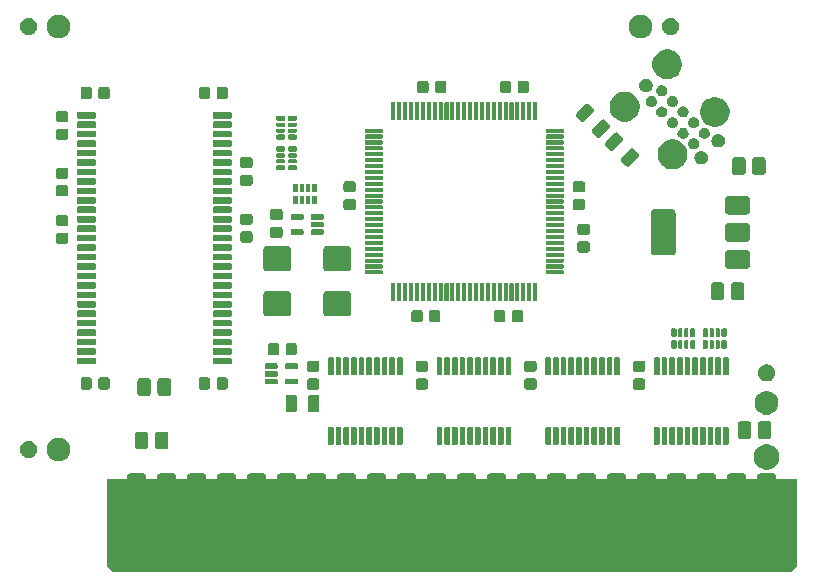
<source format=gts>
G04 #@! TF.GenerationSoftware,KiCad,Pcbnew,(5.1.5-0-10_14)*
G04 #@! TF.CreationDate,2021-03-02T19:45:09-05:00*
G04 #@! TF.ProjectId,RAM2GS,52414d32-4753-42e6-9b69-6361645f7063,1.0*
G04 #@! TF.SameCoordinates,Original*
G04 #@! TF.FileFunction,Soldermask,Top*
G04 #@! TF.FilePolarity,Negative*
%FSLAX46Y46*%
G04 Gerber Fmt 4.6, Leading zero omitted, Abs format (unit mm)*
G04 Created by KiCad (PCBNEW (5.1.5-0-10_14)) date 2021-03-02 19:45:09*
%MOMM*%
%LPD*%
G04 APERTURE LIST*
%ADD10C,0.100000*%
G04 APERTURE END LIST*
D10*
G36*
X113538000Y-139446000D02*
G01*
X113030000Y-139954000D01*
X55626000Y-139954000D01*
X55118000Y-139446000D01*
X55118000Y-132080000D01*
X113538000Y-132080000D01*
X113538000Y-139446000D01*
G37*
G36*
X111518220Y-131544798D02*
G01*
X111591993Y-131567176D01*
X111659982Y-131603518D01*
X111719575Y-131652425D01*
X111768482Y-131712018D01*
X111804824Y-131780007D01*
X111827202Y-131853780D01*
X111835000Y-131932954D01*
X111835000Y-138631046D01*
X111827202Y-138710220D01*
X111804824Y-138783993D01*
X111768482Y-138851982D01*
X111719575Y-138911575D01*
X111659982Y-138960482D01*
X111591993Y-138996824D01*
X111518220Y-139019202D01*
X111439046Y-139027000D01*
X110556954Y-139027000D01*
X110477780Y-139019202D01*
X110404007Y-138996824D01*
X110336018Y-138960482D01*
X110276425Y-138911575D01*
X110227518Y-138851982D01*
X110191176Y-138783993D01*
X110168798Y-138710220D01*
X110161000Y-138631046D01*
X110161000Y-131932954D01*
X110168798Y-131853780D01*
X110191176Y-131780007D01*
X110227518Y-131712018D01*
X110276425Y-131652425D01*
X110336018Y-131603518D01*
X110404007Y-131567176D01*
X110477780Y-131544798D01*
X110556954Y-131537000D01*
X111439046Y-131537000D01*
X111518220Y-131544798D01*
G37*
G36*
X108978220Y-131544798D02*
G01*
X109051993Y-131567176D01*
X109119982Y-131603518D01*
X109179575Y-131652425D01*
X109228482Y-131712018D01*
X109264824Y-131780007D01*
X109287202Y-131853780D01*
X109295000Y-131932954D01*
X109295000Y-138631046D01*
X109287202Y-138710220D01*
X109264824Y-138783993D01*
X109228482Y-138851982D01*
X109179575Y-138911575D01*
X109119982Y-138960482D01*
X109051993Y-138996824D01*
X108978220Y-139019202D01*
X108899046Y-139027000D01*
X108016954Y-139027000D01*
X107937780Y-139019202D01*
X107864007Y-138996824D01*
X107796018Y-138960482D01*
X107736425Y-138911575D01*
X107687518Y-138851982D01*
X107651176Y-138783993D01*
X107628798Y-138710220D01*
X107621000Y-138631046D01*
X107621000Y-131932954D01*
X107628798Y-131853780D01*
X107651176Y-131780007D01*
X107687518Y-131712018D01*
X107736425Y-131652425D01*
X107796018Y-131603518D01*
X107864007Y-131567176D01*
X107937780Y-131544798D01*
X108016954Y-131537000D01*
X108899046Y-131537000D01*
X108978220Y-131544798D01*
G37*
G36*
X106438220Y-131544798D02*
G01*
X106511993Y-131567176D01*
X106579982Y-131603518D01*
X106639575Y-131652425D01*
X106688482Y-131712018D01*
X106724824Y-131780007D01*
X106747202Y-131853780D01*
X106755000Y-131932954D01*
X106755000Y-138631046D01*
X106747202Y-138710220D01*
X106724824Y-138783993D01*
X106688482Y-138851982D01*
X106639575Y-138911575D01*
X106579982Y-138960482D01*
X106511993Y-138996824D01*
X106438220Y-139019202D01*
X106359046Y-139027000D01*
X105476954Y-139027000D01*
X105397780Y-139019202D01*
X105324007Y-138996824D01*
X105256018Y-138960482D01*
X105196425Y-138911575D01*
X105147518Y-138851982D01*
X105111176Y-138783993D01*
X105088798Y-138710220D01*
X105081000Y-138631046D01*
X105081000Y-131932954D01*
X105088798Y-131853780D01*
X105111176Y-131780007D01*
X105147518Y-131712018D01*
X105196425Y-131652425D01*
X105256018Y-131603518D01*
X105324007Y-131567176D01*
X105397780Y-131544798D01*
X105476954Y-131537000D01*
X106359046Y-131537000D01*
X106438220Y-131544798D01*
G37*
G36*
X103898220Y-131544798D02*
G01*
X103971993Y-131567176D01*
X104039982Y-131603518D01*
X104099575Y-131652425D01*
X104148482Y-131712018D01*
X104184824Y-131780007D01*
X104207202Y-131853780D01*
X104215000Y-131932954D01*
X104215000Y-138631046D01*
X104207202Y-138710220D01*
X104184824Y-138783993D01*
X104148482Y-138851982D01*
X104099575Y-138911575D01*
X104039982Y-138960482D01*
X103971993Y-138996824D01*
X103898220Y-139019202D01*
X103819046Y-139027000D01*
X102936954Y-139027000D01*
X102857780Y-139019202D01*
X102784007Y-138996824D01*
X102716018Y-138960482D01*
X102656425Y-138911575D01*
X102607518Y-138851982D01*
X102571176Y-138783993D01*
X102548798Y-138710220D01*
X102541000Y-138631046D01*
X102541000Y-131932954D01*
X102548798Y-131853780D01*
X102571176Y-131780007D01*
X102607518Y-131712018D01*
X102656425Y-131652425D01*
X102716018Y-131603518D01*
X102784007Y-131567176D01*
X102857780Y-131544798D01*
X102936954Y-131537000D01*
X103819046Y-131537000D01*
X103898220Y-131544798D01*
G37*
G36*
X101358220Y-131544798D02*
G01*
X101431993Y-131567176D01*
X101499982Y-131603518D01*
X101559575Y-131652425D01*
X101608482Y-131712018D01*
X101644824Y-131780007D01*
X101667202Y-131853780D01*
X101675000Y-131932954D01*
X101675000Y-138631046D01*
X101667202Y-138710220D01*
X101644824Y-138783993D01*
X101608482Y-138851982D01*
X101559575Y-138911575D01*
X101499982Y-138960482D01*
X101431993Y-138996824D01*
X101358220Y-139019202D01*
X101279046Y-139027000D01*
X100396954Y-139027000D01*
X100317780Y-139019202D01*
X100244007Y-138996824D01*
X100176018Y-138960482D01*
X100116425Y-138911575D01*
X100067518Y-138851982D01*
X100031176Y-138783993D01*
X100008798Y-138710220D01*
X100001000Y-138631046D01*
X100001000Y-131932954D01*
X100008798Y-131853780D01*
X100031176Y-131780007D01*
X100067518Y-131712018D01*
X100116425Y-131652425D01*
X100176018Y-131603518D01*
X100244007Y-131567176D01*
X100317780Y-131544798D01*
X100396954Y-131537000D01*
X101279046Y-131537000D01*
X101358220Y-131544798D01*
G37*
G36*
X98818220Y-131544798D02*
G01*
X98891993Y-131567176D01*
X98959982Y-131603518D01*
X99019575Y-131652425D01*
X99068482Y-131712018D01*
X99104824Y-131780007D01*
X99127202Y-131853780D01*
X99135000Y-131932954D01*
X99135000Y-138631046D01*
X99127202Y-138710220D01*
X99104824Y-138783993D01*
X99068482Y-138851982D01*
X99019575Y-138911575D01*
X98959982Y-138960482D01*
X98891993Y-138996824D01*
X98818220Y-139019202D01*
X98739046Y-139027000D01*
X97856954Y-139027000D01*
X97777780Y-139019202D01*
X97704007Y-138996824D01*
X97636018Y-138960482D01*
X97576425Y-138911575D01*
X97527518Y-138851982D01*
X97491176Y-138783993D01*
X97468798Y-138710220D01*
X97461000Y-138631046D01*
X97461000Y-131932954D01*
X97468798Y-131853780D01*
X97491176Y-131780007D01*
X97527518Y-131712018D01*
X97576425Y-131652425D01*
X97636018Y-131603518D01*
X97704007Y-131567176D01*
X97777780Y-131544798D01*
X97856954Y-131537000D01*
X98739046Y-131537000D01*
X98818220Y-131544798D01*
G37*
G36*
X96278220Y-131544798D02*
G01*
X96351993Y-131567176D01*
X96419982Y-131603518D01*
X96479575Y-131652425D01*
X96528482Y-131712018D01*
X96564824Y-131780007D01*
X96587202Y-131853780D01*
X96595000Y-131932954D01*
X96595000Y-138631046D01*
X96587202Y-138710220D01*
X96564824Y-138783993D01*
X96528482Y-138851982D01*
X96479575Y-138911575D01*
X96419982Y-138960482D01*
X96351993Y-138996824D01*
X96278220Y-139019202D01*
X96199046Y-139027000D01*
X95316954Y-139027000D01*
X95237780Y-139019202D01*
X95164007Y-138996824D01*
X95096018Y-138960482D01*
X95036425Y-138911575D01*
X94987518Y-138851982D01*
X94951176Y-138783993D01*
X94928798Y-138710220D01*
X94921000Y-138631046D01*
X94921000Y-131932954D01*
X94928798Y-131853780D01*
X94951176Y-131780007D01*
X94987518Y-131712018D01*
X95036425Y-131652425D01*
X95096018Y-131603518D01*
X95164007Y-131567176D01*
X95237780Y-131544798D01*
X95316954Y-131537000D01*
X96199046Y-131537000D01*
X96278220Y-131544798D01*
G37*
G36*
X93738220Y-131544798D02*
G01*
X93811993Y-131567176D01*
X93879982Y-131603518D01*
X93939575Y-131652425D01*
X93988482Y-131712018D01*
X94024824Y-131780007D01*
X94047202Y-131853780D01*
X94055000Y-131932954D01*
X94055000Y-138631046D01*
X94047202Y-138710220D01*
X94024824Y-138783993D01*
X93988482Y-138851982D01*
X93939575Y-138911575D01*
X93879982Y-138960482D01*
X93811993Y-138996824D01*
X93738220Y-139019202D01*
X93659046Y-139027000D01*
X92776954Y-139027000D01*
X92697780Y-139019202D01*
X92624007Y-138996824D01*
X92556018Y-138960482D01*
X92496425Y-138911575D01*
X92447518Y-138851982D01*
X92411176Y-138783993D01*
X92388798Y-138710220D01*
X92381000Y-138631046D01*
X92381000Y-131932954D01*
X92388798Y-131853780D01*
X92411176Y-131780007D01*
X92447518Y-131712018D01*
X92496425Y-131652425D01*
X92556018Y-131603518D01*
X92624007Y-131567176D01*
X92697780Y-131544798D01*
X92776954Y-131537000D01*
X93659046Y-131537000D01*
X93738220Y-131544798D01*
G37*
G36*
X91198220Y-131544798D02*
G01*
X91271993Y-131567176D01*
X91339982Y-131603518D01*
X91399575Y-131652425D01*
X91448482Y-131712018D01*
X91484824Y-131780007D01*
X91507202Y-131853780D01*
X91515000Y-131932954D01*
X91515000Y-138631046D01*
X91507202Y-138710220D01*
X91484824Y-138783993D01*
X91448482Y-138851982D01*
X91399575Y-138911575D01*
X91339982Y-138960482D01*
X91271993Y-138996824D01*
X91198220Y-139019202D01*
X91119046Y-139027000D01*
X90236954Y-139027000D01*
X90157780Y-139019202D01*
X90084007Y-138996824D01*
X90016018Y-138960482D01*
X89956425Y-138911575D01*
X89907518Y-138851982D01*
X89871176Y-138783993D01*
X89848798Y-138710220D01*
X89841000Y-138631046D01*
X89841000Y-131932954D01*
X89848798Y-131853780D01*
X89871176Y-131780007D01*
X89907518Y-131712018D01*
X89956425Y-131652425D01*
X90016018Y-131603518D01*
X90084007Y-131567176D01*
X90157780Y-131544798D01*
X90236954Y-131537000D01*
X91119046Y-131537000D01*
X91198220Y-131544798D01*
G37*
G36*
X88658220Y-131544798D02*
G01*
X88731993Y-131567176D01*
X88799982Y-131603518D01*
X88859575Y-131652425D01*
X88908482Y-131712018D01*
X88944824Y-131780007D01*
X88967202Y-131853780D01*
X88975000Y-131932954D01*
X88975000Y-138631046D01*
X88967202Y-138710220D01*
X88944824Y-138783993D01*
X88908482Y-138851982D01*
X88859575Y-138911575D01*
X88799982Y-138960482D01*
X88731993Y-138996824D01*
X88658220Y-139019202D01*
X88579046Y-139027000D01*
X87696954Y-139027000D01*
X87617780Y-139019202D01*
X87544007Y-138996824D01*
X87476018Y-138960482D01*
X87416425Y-138911575D01*
X87367518Y-138851982D01*
X87331176Y-138783993D01*
X87308798Y-138710220D01*
X87301000Y-138631046D01*
X87301000Y-131932954D01*
X87308798Y-131853780D01*
X87331176Y-131780007D01*
X87367518Y-131712018D01*
X87416425Y-131652425D01*
X87476018Y-131603518D01*
X87544007Y-131567176D01*
X87617780Y-131544798D01*
X87696954Y-131537000D01*
X88579046Y-131537000D01*
X88658220Y-131544798D01*
G37*
G36*
X86118220Y-131544798D02*
G01*
X86191993Y-131567176D01*
X86259982Y-131603518D01*
X86319575Y-131652425D01*
X86368482Y-131712018D01*
X86404824Y-131780007D01*
X86427202Y-131853780D01*
X86435000Y-131932954D01*
X86435000Y-138631046D01*
X86427202Y-138710220D01*
X86404824Y-138783993D01*
X86368482Y-138851982D01*
X86319575Y-138911575D01*
X86259982Y-138960482D01*
X86191993Y-138996824D01*
X86118220Y-139019202D01*
X86039046Y-139027000D01*
X85156954Y-139027000D01*
X85077780Y-139019202D01*
X85004007Y-138996824D01*
X84936018Y-138960482D01*
X84876425Y-138911575D01*
X84827518Y-138851982D01*
X84791176Y-138783993D01*
X84768798Y-138710220D01*
X84761000Y-138631046D01*
X84761000Y-131932954D01*
X84768798Y-131853780D01*
X84791176Y-131780007D01*
X84827518Y-131712018D01*
X84876425Y-131652425D01*
X84936018Y-131603518D01*
X85004007Y-131567176D01*
X85077780Y-131544798D01*
X85156954Y-131537000D01*
X86039046Y-131537000D01*
X86118220Y-131544798D01*
G37*
G36*
X83578220Y-131544798D02*
G01*
X83651993Y-131567176D01*
X83719982Y-131603518D01*
X83779575Y-131652425D01*
X83828482Y-131712018D01*
X83864824Y-131780007D01*
X83887202Y-131853780D01*
X83895000Y-131932954D01*
X83895000Y-138631046D01*
X83887202Y-138710220D01*
X83864824Y-138783993D01*
X83828482Y-138851982D01*
X83779575Y-138911575D01*
X83719982Y-138960482D01*
X83651993Y-138996824D01*
X83578220Y-139019202D01*
X83499046Y-139027000D01*
X82616954Y-139027000D01*
X82537780Y-139019202D01*
X82464007Y-138996824D01*
X82396018Y-138960482D01*
X82336425Y-138911575D01*
X82287518Y-138851982D01*
X82251176Y-138783993D01*
X82228798Y-138710220D01*
X82221000Y-138631046D01*
X82221000Y-131932954D01*
X82228798Y-131853780D01*
X82251176Y-131780007D01*
X82287518Y-131712018D01*
X82336425Y-131652425D01*
X82396018Y-131603518D01*
X82464007Y-131567176D01*
X82537780Y-131544798D01*
X82616954Y-131537000D01*
X83499046Y-131537000D01*
X83578220Y-131544798D01*
G37*
G36*
X81038220Y-131544798D02*
G01*
X81111993Y-131567176D01*
X81179982Y-131603518D01*
X81239575Y-131652425D01*
X81288482Y-131712018D01*
X81324824Y-131780007D01*
X81347202Y-131853780D01*
X81355000Y-131932954D01*
X81355000Y-138631046D01*
X81347202Y-138710220D01*
X81324824Y-138783993D01*
X81288482Y-138851982D01*
X81239575Y-138911575D01*
X81179982Y-138960482D01*
X81111993Y-138996824D01*
X81038220Y-139019202D01*
X80959046Y-139027000D01*
X80076954Y-139027000D01*
X79997780Y-139019202D01*
X79924007Y-138996824D01*
X79856018Y-138960482D01*
X79796425Y-138911575D01*
X79747518Y-138851982D01*
X79711176Y-138783993D01*
X79688798Y-138710220D01*
X79681000Y-138631046D01*
X79681000Y-131932954D01*
X79688798Y-131853780D01*
X79711176Y-131780007D01*
X79747518Y-131712018D01*
X79796425Y-131652425D01*
X79856018Y-131603518D01*
X79924007Y-131567176D01*
X79997780Y-131544798D01*
X80076954Y-131537000D01*
X80959046Y-131537000D01*
X81038220Y-131544798D01*
G37*
G36*
X78498220Y-131544798D02*
G01*
X78571993Y-131567176D01*
X78639982Y-131603518D01*
X78699575Y-131652425D01*
X78748482Y-131712018D01*
X78784824Y-131780007D01*
X78807202Y-131853780D01*
X78815000Y-131932954D01*
X78815000Y-138631046D01*
X78807202Y-138710220D01*
X78784824Y-138783993D01*
X78748482Y-138851982D01*
X78699575Y-138911575D01*
X78639982Y-138960482D01*
X78571993Y-138996824D01*
X78498220Y-139019202D01*
X78419046Y-139027000D01*
X77536954Y-139027000D01*
X77457780Y-139019202D01*
X77384007Y-138996824D01*
X77316018Y-138960482D01*
X77256425Y-138911575D01*
X77207518Y-138851982D01*
X77171176Y-138783993D01*
X77148798Y-138710220D01*
X77141000Y-138631046D01*
X77141000Y-131932954D01*
X77148798Y-131853780D01*
X77171176Y-131780007D01*
X77207518Y-131712018D01*
X77256425Y-131652425D01*
X77316018Y-131603518D01*
X77384007Y-131567176D01*
X77457780Y-131544798D01*
X77536954Y-131537000D01*
X78419046Y-131537000D01*
X78498220Y-131544798D01*
G37*
G36*
X75958220Y-131544798D02*
G01*
X76031993Y-131567176D01*
X76099982Y-131603518D01*
X76159575Y-131652425D01*
X76208482Y-131712018D01*
X76244824Y-131780007D01*
X76267202Y-131853780D01*
X76275000Y-131932954D01*
X76275000Y-138631046D01*
X76267202Y-138710220D01*
X76244824Y-138783993D01*
X76208482Y-138851982D01*
X76159575Y-138911575D01*
X76099982Y-138960482D01*
X76031993Y-138996824D01*
X75958220Y-139019202D01*
X75879046Y-139027000D01*
X74996954Y-139027000D01*
X74917780Y-139019202D01*
X74844007Y-138996824D01*
X74776018Y-138960482D01*
X74716425Y-138911575D01*
X74667518Y-138851982D01*
X74631176Y-138783993D01*
X74608798Y-138710220D01*
X74601000Y-138631046D01*
X74601000Y-131932954D01*
X74608798Y-131853780D01*
X74631176Y-131780007D01*
X74667518Y-131712018D01*
X74716425Y-131652425D01*
X74776018Y-131603518D01*
X74844007Y-131567176D01*
X74917780Y-131544798D01*
X74996954Y-131537000D01*
X75879046Y-131537000D01*
X75958220Y-131544798D01*
G37*
G36*
X73418220Y-131544798D02*
G01*
X73491993Y-131567176D01*
X73559982Y-131603518D01*
X73619575Y-131652425D01*
X73668482Y-131712018D01*
X73704824Y-131780007D01*
X73727202Y-131853780D01*
X73735000Y-131932954D01*
X73735000Y-138631046D01*
X73727202Y-138710220D01*
X73704824Y-138783993D01*
X73668482Y-138851982D01*
X73619575Y-138911575D01*
X73559982Y-138960482D01*
X73491993Y-138996824D01*
X73418220Y-139019202D01*
X73339046Y-139027000D01*
X72456954Y-139027000D01*
X72377780Y-139019202D01*
X72304007Y-138996824D01*
X72236018Y-138960482D01*
X72176425Y-138911575D01*
X72127518Y-138851982D01*
X72091176Y-138783993D01*
X72068798Y-138710220D01*
X72061000Y-138631046D01*
X72061000Y-131932954D01*
X72068798Y-131853780D01*
X72091176Y-131780007D01*
X72127518Y-131712018D01*
X72176425Y-131652425D01*
X72236018Y-131603518D01*
X72304007Y-131567176D01*
X72377780Y-131544798D01*
X72456954Y-131537000D01*
X73339046Y-131537000D01*
X73418220Y-131544798D01*
G37*
G36*
X70878220Y-131544798D02*
G01*
X70951993Y-131567176D01*
X71019982Y-131603518D01*
X71079575Y-131652425D01*
X71128482Y-131712018D01*
X71164824Y-131780007D01*
X71187202Y-131853780D01*
X71195000Y-131932954D01*
X71195000Y-138631046D01*
X71187202Y-138710220D01*
X71164824Y-138783993D01*
X71128482Y-138851982D01*
X71079575Y-138911575D01*
X71019982Y-138960482D01*
X70951993Y-138996824D01*
X70878220Y-139019202D01*
X70799046Y-139027000D01*
X69916954Y-139027000D01*
X69837780Y-139019202D01*
X69764007Y-138996824D01*
X69696018Y-138960482D01*
X69636425Y-138911575D01*
X69587518Y-138851982D01*
X69551176Y-138783993D01*
X69528798Y-138710220D01*
X69521000Y-138631046D01*
X69521000Y-131932954D01*
X69528798Y-131853780D01*
X69551176Y-131780007D01*
X69587518Y-131712018D01*
X69636425Y-131652425D01*
X69696018Y-131603518D01*
X69764007Y-131567176D01*
X69837780Y-131544798D01*
X69916954Y-131537000D01*
X70799046Y-131537000D01*
X70878220Y-131544798D01*
G37*
G36*
X68338220Y-131544798D02*
G01*
X68411993Y-131567176D01*
X68479982Y-131603518D01*
X68539575Y-131652425D01*
X68588482Y-131712018D01*
X68624824Y-131780007D01*
X68647202Y-131853780D01*
X68655000Y-131932954D01*
X68655000Y-138631046D01*
X68647202Y-138710220D01*
X68624824Y-138783993D01*
X68588482Y-138851982D01*
X68539575Y-138911575D01*
X68479982Y-138960482D01*
X68411993Y-138996824D01*
X68338220Y-139019202D01*
X68259046Y-139027000D01*
X67376954Y-139027000D01*
X67297780Y-139019202D01*
X67224007Y-138996824D01*
X67156018Y-138960482D01*
X67096425Y-138911575D01*
X67047518Y-138851982D01*
X67011176Y-138783993D01*
X66988798Y-138710220D01*
X66981000Y-138631046D01*
X66981000Y-131932954D01*
X66988798Y-131853780D01*
X67011176Y-131780007D01*
X67047518Y-131712018D01*
X67096425Y-131652425D01*
X67156018Y-131603518D01*
X67224007Y-131567176D01*
X67297780Y-131544798D01*
X67376954Y-131537000D01*
X68259046Y-131537000D01*
X68338220Y-131544798D01*
G37*
G36*
X65798220Y-131544798D02*
G01*
X65871993Y-131567176D01*
X65939982Y-131603518D01*
X65999575Y-131652425D01*
X66048482Y-131712018D01*
X66084824Y-131780007D01*
X66107202Y-131853780D01*
X66115000Y-131932954D01*
X66115000Y-138631046D01*
X66107202Y-138710220D01*
X66084824Y-138783993D01*
X66048482Y-138851982D01*
X65999575Y-138911575D01*
X65939982Y-138960482D01*
X65871993Y-138996824D01*
X65798220Y-139019202D01*
X65719046Y-139027000D01*
X64836954Y-139027000D01*
X64757780Y-139019202D01*
X64684007Y-138996824D01*
X64616018Y-138960482D01*
X64556425Y-138911575D01*
X64507518Y-138851982D01*
X64471176Y-138783993D01*
X64448798Y-138710220D01*
X64441000Y-138631046D01*
X64441000Y-131932954D01*
X64448798Y-131853780D01*
X64471176Y-131780007D01*
X64507518Y-131712018D01*
X64556425Y-131652425D01*
X64616018Y-131603518D01*
X64684007Y-131567176D01*
X64757780Y-131544798D01*
X64836954Y-131537000D01*
X65719046Y-131537000D01*
X65798220Y-131544798D01*
G37*
G36*
X63258220Y-131544798D02*
G01*
X63331993Y-131567176D01*
X63399982Y-131603518D01*
X63459575Y-131652425D01*
X63508482Y-131712018D01*
X63544824Y-131780007D01*
X63567202Y-131853780D01*
X63575000Y-131932954D01*
X63575000Y-138631046D01*
X63567202Y-138710220D01*
X63544824Y-138783993D01*
X63508482Y-138851982D01*
X63459575Y-138911575D01*
X63399982Y-138960482D01*
X63331993Y-138996824D01*
X63258220Y-139019202D01*
X63179046Y-139027000D01*
X62296954Y-139027000D01*
X62217780Y-139019202D01*
X62144007Y-138996824D01*
X62076018Y-138960482D01*
X62016425Y-138911575D01*
X61967518Y-138851982D01*
X61931176Y-138783993D01*
X61908798Y-138710220D01*
X61901000Y-138631046D01*
X61901000Y-131932954D01*
X61908798Y-131853780D01*
X61931176Y-131780007D01*
X61967518Y-131712018D01*
X62016425Y-131652425D01*
X62076018Y-131603518D01*
X62144007Y-131567176D01*
X62217780Y-131544798D01*
X62296954Y-131537000D01*
X63179046Y-131537000D01*
X63258220Y-131544798D01*
G37*
G36*
X60718220Y-131544798D02*
G01*
X60791993Y-131567176D01*
X60859982Y-131603518D01*
X60919575Y-131652425D01*
X60968482Y-131712018D01*
X61004824Y-131780007D01*
X61027202Y-131853780D01*
X61035000Y-131932954D01*
X61035000Y-138631046D01*
X61027202Y-138710220D01*
X61004824Y-138783993D01*
X60968482Y-138851982D01*
X60919575Y-138911575D01*
X60859982Y-138960482D01*
X60791993Y-138996824D01*
X60718220Y-139019202D01*
X60639046Y-139027000D01*
X59756954Y-139027000D01*
X59677780Y-139019202D01*
X59604007Y-138996824D01*
X59536018Y-138960482D01*
X59476425Y-138911575D01*
X59427518Y-138851982D01*
X59391176Y-138783993D01*
X59368798Y-138710220D01*
X59361000Y-138631046D01*
X59361000Y-131932954D01*
X59368798Y-131853780D01*
X59391176Y-131780007D01*
X59427518Y-131712018D01*
X59476425Y-131652425D01*
X59536018Y-131603518D01*
X59604007Y-131567176D01*
X59677780Y-131544798D01*
X59756954Y-131537000D01*
X60639046Y-131537000D01*
X60718220Y-131544798D01*
G37*
G36*
X58178220Y-131544798D02*
G01*
X58251993Y-131567176D01*
X58319982Y-131603518D01*
X58379575Y-131652425D01*
X58428482Y-131712018D01*
X58464824Y-131780007D01*
X58487202Y-131853780D01*
X58495000Y-131932954D01*
X58495000Y-138631046D01*
X58487202Y-138710220D01*
X58464824Y-138783993D01*
X58428482Y-138851982D01*
X58379575Y-138911575D01*
X58319982Y-138960482D01*
X58251993Y-138996824D01*
X58178220Y-139019202D01*
X58099046Y-139027000D01*
X57216954Y-139027000D01*
X57137780Y-139019202D01*
X57064007Y-138996824D01*
X56996018Y-138960482D01*
X56936425Y-138911575D01*
X56887518Y-138851982D01*
X56851176Y-138783993D01*
X56828798Y-138710220D01*
X56821000Y-138631046D01*
X56821000Y-131932954D01*
X56828798Y-131853780D01*
X56851176Y-131780007D01*
X56887518Y-131712018D01*
X56936425Y-131652425D01*
X56996018Y-131603518D01*
X57064007Y-131567176D01*
X57137780Y-131544798D01*
X57216954Y-131537000D01*
X58099046Y-131537000D01*
X58178220Y-131544798D01*
G37*
G36*
X111311564Y-129141311D02*
G01*
X111507202Y-129222347D01*
X111507203Y-129222348D01*
X111683272Y-129339993D01*
X111833007Y-129489728D01*
X111858579Y-129528000D01*
X111950653Y-129665798D01*
X112031689Y-129861436D01*
X112073000Y-130069120D01*
X112073000Y-130280880D01*
X112031689Y-130488564D01*
X111950653Y-130684202D01*
X111950652Y-130684203D01*
X111833007Y-130860272D01*
X111683272Y-131010007D01*
X111565626Y-131088615D01*
X111507202Y-131127653D01*
X111311564Y-131208689D01*
X111103880Y-131250000D01*
X110892120Y-131250000D01*
X110684436Y-131208689D01*
X110488798Y-131127653D01*
X110430374Y-131088615D01*
X110312728Y-131010007D01*
X110162993Y-130860272D01*
X110045348Y-130684203D01*
X110045347Y-130684202D01*
X109964311Y-130488564D01*
X109923000Y-130280880D01*
X109923000Y-130069120D01*
X109964311Y-129861436D01*
X110045347Y-129665798D01*
X110137421Y-129528000D01*
X110162993Y-129489728D01*
X110312728Y-129339993D01*
X110488797Y-129222348D01*
X110488798Y-129222347D01*
X110684436Y-129141311D01*
X110892120Y-129100000D01*
X111103880Y-129100000D01*
X111311564Y-129141311D01*
G37*
G36*
X51249090Y-128559215D02*
G01*
X51345689Y-128578429D01*
X51527678Y-128653811D01*
X51691463Y-128763249D01*
X51830751Y-128902537D01*
X51940189Y-129066322D01*
X52015571Y-129248311D01*
X52015571Y-129248313D01*
X52054000Y-129441507D01*
X52054000Y-129638493D01*
X52034786Y-129735090D01*
X52015571Y-129831689D01*
X51940189Y-130013678D01*
X51830751Y-130177463D01*
X51691463Y-130316751D01*
X51527678Y-130426189D01*
X51345689Y-130501571D01*
X51249090Y-130520785D01*
X51152493Y-130540000D01*
X50955507Y-130540000D01*
X50858910Y-130520785D01*
X50762311Y-130501571D01*
X50580322Y-130426189D01*
X50416537Y-130316751D01*
X50277249Y-130177463D01*
X50167811Y-130013678D01*
X50092429Y-129831689D01*
X50073214Y-129735090D01*
X50054000Y-129638493D01*
X50054000Y-129441507D01*
X50092429Y-129248313D01*
X50092429Y-129248311D01*
X50167811Y-129066322D01*
X50277249Y-128902537D01*
X50416537Y-128763249D01*
X50580322Y-128653811D01*
X50762311Y-128578429D01*
X50858910Y-128559215D01*
X50955507Y-128540000D01*
X51152493Y-128540000D01*
X51249090Y-128559215D01*
G37*
G36*
X48725181Y-128843822D02*
G01*
X48725184Y-128843823D01*
X48725183Y-128843823D01*
X48856943Y-128898400D01*
X48863134Y-128902537D01*
X48975522Y-128977632D01*
X49076368Y-129078478D01*
X49155601Y-129197059D01*
X49210178Y-129328819D01*
X49238000Y-129468691D01*
X49238000Y-129611309D01*
X49210178Y-129751181D01*
X49164509Y-129861436D01*
X49155600Y-129882943D01*
X49076367Y-130001523D01*
X48975523Y-130102367D01*
X48856943Y-130181600D01*
X48856942Y-130181601D01*
X48856941Y-130181601D01*
X48725181Y-130236178D01*
X48585309Y-130264000D01*
X48442691Y-130264000D01*
X48302819Y-130236178D01*
X48171059Y-130181601D01*
X48171058Y-130181601D01*
X48171057Y-130181600D01*
X48052477Y-130102367D01*
X47951633Y-130001523D01*
X47872400Y-129882943D01*
X47863491Y-129861436D01*
X47817822Y-129751181D01*
X47790000Y-129611309D01*
X47790000Y-129468691D01*
X47817822Y-129328819D01*
X47872399Y-129197059D01*
X47951632Y-129078478D01*
X48052478Y-128977632D01*
X48164866Y-128902537D01*
X48171057Y-128898400D01*
X48302817Y-128843823D01*
X48302816Y-128843823D01*
X48302819Y-128843822D01*
X48442691Y-128816000D01*
X48585309Y-128816000D01*
X48725181Y-128843822D01*
G37*
G36*
X58441663Y-128033281D02*
G01*
X58490863Y-128048206D01*
X58536201Y-128072439D01*
X58575944Y-128105056D01*
X58608561Y-128144799D01*
X58632794Y-128190137D01*
X58647719Y-128239337D01*
X58653000Y-128292954D01*
X58653000Y-129263046D01*
X58647719Y-129316663D01*
X58632794Y-129365863D01*
X58608561Y-129411201D01*
X58575944Y-129450944D01*
X58536201Y-129483561D01*
X58490863Y-129507794D01*
X58441663Y-129522719D01*
X58388046Y-129528000D01*
X57767954Y-129528000D01*
X57714337Y-129522719D01*
X57665137Y-129507794D01*
X57619799Y-129483561D01*
X57580056Y-129450944D01*
X57547439Y-129411201D01*
X57523206Y-129365863D01*
X57508281Y-129316663D01*
X57503000Y-129263046D01*
X57503000Y-128292954D01*
X57508281Y-128239337D01*
X57523206Y-128190137D01*
X57547439Y-128144799D01*
X57580056Y-128105056D01*
X57619799Y-128072439D01*
X57665137Y-128048206D01*
X57714337Y-128033281D01*
X57767954Y-128028000D01*
X58388046Y-128028000D01*
X58441663Y-128033281D01*
G37*
G36*
X60141663Y-128033281D02*
G01*
X60190863Y-128048206D01*
X60236201Y-128072439D01*
X60275944Y-128105056D01*
X60308561Y-128144799D01*
X60332794Y-128190137D01*
X60347719Y-128239337D01*
X60353000Y-128292954D01*
X60353000Y-129263046D01*
X60347719Y-129316663D01*
X60332794Y-129365863D01*
X60308561Y-129411201D01*
X60275944Y-129450944D01*
X60236201Y-129483561D01*
X60190863Y-129507794D01*
X60141663Y-129522719D01*
X60088046Y-129528000D01*
X59467954Y-129528000D01*
X59414337Y-129522719D01*
X59365137Y-129507794D01*
X59319799Y-129483561D01*
X59280056Y-129450944D01*
X59247439Y-129411201D01*
X59223206Y-129365863D01*
X59208281Y-129316663D01*
X59203000Y-129263046D01*
X59203000Y-128292954D01*
X59208281Y-128239337D01*
X59223206Y-128190137D01*
X59247439Y-128144799D01*
X59280056Y-128105056D01*
X59319799Y-128072439D01*
X59365137Y-128048206D01*
X59414337Y-128033281D01*
X59467954Y-128028000D01*
X60088046Y-128028000D01*
X60141663Y-128033281D01*
G37*
G36*
X84768865Y-127653149D02*
G01*
X84787485Y-127658797D01*
X84804643Y-127667968D01*
X84819686Y-127680314D01*
X84832032Y-127695357D01*
X84841203Y-127712515D01*
X84846851Y-127731135D01*
X84849000Y-127752954D01*
X84849000Y-129047046D01*
X84846851Y-129068865D01*
X84841203Y-129087485D01*
X84832032Y-129104643D01*
X84819686Y-129119686D01*
X84804643Y-129132032D01*
X84787485Y-129141203D01*
X84768865Y-129146851D01*
X84747046Y-129149000D01*
X84452954Y-129149000D01*
X84431135Y-129146851D01*
X84412515Y-129141203D01*
X84395357Y-129132032D01*
X84380314Y-129119686D01*
X84367968Y-129104643D01*
X84358797Y-129087485D01*
X84353149Y-129068865D01*
X84351000Y-129047046D01*
X84351000Y-127752954D01*
X84353149Y-127731135D01*
X84358797Y-127712515D01*
X84367968Y-127695357D01*
X84380314Y-127680314D01*
X84395357Y-127667968D01*
X84412515Y-127658797D01*
X84431135Y-127653149D01*
X84452954Y-127651000D01*
X84747046Y-127651000D01*
X84768865Y-127653149D01*
G37*
G36*
X84118865Y-127653149D02*
G01*
X84137485Y-127658797D01*
X84154643Y-127667968D01*
X84169686Y-127680314D01*
X84182032Y-127695357D01*
X84191203Y-127712515D01*
X84196851Y-127731135D01*
X84199000Y-127752954D01*
X84199000Y-129047046D01*
X84196851Y-129068865D01*
X84191203Y-129087485D01*
X84182032Y-129104643D01*
X84169686Y-129119686D01*
X84154643Y-129132032D01*
X84137485Y-129141203D01*
X84118865Y-129146851D01*
X84097046Y-129149000D01*
X83802954Y-129149000D01*
X83781135Y-129146851D01*
X83762515Y-129141203D01*
X83745357Y-129132032D01*
X83730314Y-129119686D01*
X83717968Y-129104643D01*
X83708797Y-129087485D01*
X83703149Y-129068865D01*
X83701000Y-129047046D01*
X83701000Y-127752954D01*
X83703149Y-127731135D01*
X83708797Y-127712515D01*
X83717968Y-127695357D01*
X83730314Y-127680314D01*
X83745357Y-127667968D01*
X83762515Y-127658797D01*
X83781135Y-127653149D01*
X83802954Y-127651000D01*
X84097046Y-127651000D01*
X84118865Y-127653149D01*
G37*
G36*
X83468865Y-127653149D02*
G01*
X83487485Y-127658797D01*
X83504643Y-127667968D01*
X83519686Y-127680314D01*
X83532032Y-127695357D01*
X83541203Y-127712515D01*
X83546851Y-127731135D01*
X83549000Y-127752954D01*
X83549000Y-129047046D01*
X83546851Y-129068865D01*
X83541203Y-129087485D01*
X83532032Y-129104643D01*
X83519686Y-129119686D01*
X83504643Y-129132032D01*
X83487485Y-129141203D01*
X83468865Y-129146851D01*
X83447046Y-129149000D01*
X83152954Y-129149000D01*
X83131135Y-129146851D01*
X83112515Y-129141203D01*
X83095357Y-129132032D01*
X83080314Y-129119686D01*
X83067968Y-129104643D01*
X83058797Y-129087485D01*
X83053149Y-129068865D01*
X83051000Y-129047046D01*
X83051000Y-127752954D01*
X83053149Y-127731135D01*
X83058797Y-127712515D01*
X83067968Y-127695357D01*
X83080314Y-127680314D01*
X83095357Y-127667968D01*
X83112515Y-127658797D01*
X83131135Y-127653149D01*
X83152954Y-127651000D01*
X83447046Y-127651000D01*
X83468865Y-127653149D01*
G37*
G36*
X80118865Y-127653149D02*
G01*
X80137485Y-127658797D01*
X80154643Y-127667968D01*
X80169686Y-127680314D01*
X80182032Y-127695357D01*
X80191203Y-127712515D01*
X80196851Y-127731135D01*
X80199000Y-127752954D01*
X80199000Y-129047046D01*
X80196851Y-129068865D01*
X80191203Y-129087485D01*
X80182032Y-129104643D01*
X80169686Y-129119686D01*
X80154643Y-129132032D01*
X80137485Y-129141203D01*
X80118865Y-129146851D01*
X80097046Y-129149000D01*
X79802954Y-129149000D01*
X79781135Y-129146851D01*
X79762515Y-129141203D01*
X79745357Y-129132032D01*
X79730314Y-129119686D01*
X79717968Y-129104643D01*
X79708797Y-129087485D01*
X79703149Y-129068865D01*
X79701000Y-129047046D01*
X79701000Y-127752954D01*
X79703149Y-127731135D01*
X79708797Y-127712515D01*
X79717968Y-127695357D01*
X79730314Y-127680314D01*
X79745357Y-127667968D01*
X79762515Y-127658797D01*
X79781135Y-127653149D01*
X79802954Y-127651000D01*
X80097046Y-127651000D01*
X80118865Y-127653149D01*
G37*
G36*
X79468865Y-127653149D02*
G01*
X79487485Y-127658797D01*
X79504643Y-127667968D01*
X79519686Y-127680314D01*
X79532032Y-127695357D01*
X79541203Y-127712515D01*
X79546851Y-127731135D01*
X79549000Y-127752954D01*
X79549000Y-129047046D01*
X79546851Y-129068865D01*
X79541203Y-129087485D01*
X79532032Y-129104643D01*
X79519686Y-129119686D01*
X79504643Y-129132032D01*
X79487485Y-129141203D01*
X79468865Y-129146851D01*
X79447046Y-129149000D01*
X79152954Y-129149000D01*
X79131135Y-129146851D01*
X79112515Y-129141203D01*
X79095357Y-129132032D01*
X79080314Y-129119686D01*
X79067968Y-129104643D01*
X79058797Y-129087485D01*
X79053149Y-129068865D01*
X79051000Y-129047046D01*
X79051000Y-127752954D01*
X79053149Y-127731135D01*
X79058797Y-127712515D01*
X79067968Y-127695357D01*
X79080314Y-127680314D01*
X79095357Y-127667968D01*
X79112515Y-127658797D01*
X79131135Y-127653149D01*
X79152954Y-127651000D01*
X79447046Y-127651000D01*
X79468865Y-127653149D01*
G37*
G36*
X78818865Y-127653149D02*
G01*
X78837485Y-127658797D01*
X78854643Y-127667968D01*
X78869686Y-127680314D01*
X78882032Y-127695357D01*
X78891203Y-127712515D01*
X78896851Y-127731135D01*
X78899000Y-127752954D01*
X78899000Y-129047046D01*
X78896851Y-129068865D01*
X78891203Y-129087485D01*
X78882032Y-129104643D01*
X78869686Y-129119686D01*
X78854643Y-129132032D01*
X78837485Y-129141203D01*
X78818865Y-129146851D01*
X78797046Y-129149000D01*
X78502954Y-129149000D01*
X78481135Y-129146851D01*
X78462515Y-129141203D01*
X78445357Y-129132032D01*
X78430314Y-129119686D01*
X78417968Y-129104643D01*
X78408797Y-129087485D01*
X78403149Y-129068865D01*
X78401000Y-129047046D01*
X78401000Y-127752954D01*
X78403149Y-127731135D01*
X78408797Y-127712515D01*
X78417968Y-127695357D01*
X78430314Y-127680314D01*
X78445357Y-127667968D01*
X78462515Y-127658797D01*
X78481135Y-127653149D01*
X78502954Y-127651000D01*
X78797046Y-127651000D01*
X78818865Y-127653149D01*
G37*
G36*
X78168865Y-127653149D02*
G01*
X78187485Y-127658797D01*
X78204643Y-127667968D01*
X78219686Y-127680314D01*
X78232032Y-127695357D01*
X78241203Y-127712515D01*
X78246851Y-127731135D01*
X78249000Y-127752954D01*
X78249000Y-129047046D01*
X78246851Y-129068865D01*
X78241203Y-129087485D01*
X78232032Y-129104643D01*
X78219686Y-129119686D01*
X78204643Y-129132032D01*
X78187485Y-129141203D01*
X78168865Y-129146851D01*
X78147046Y-129149000D01*
X77852954Y-129149000D01*
X77831135Y-129146851D01*
X77812515Y-129141203D01*
X77795357Y-129132032D01*
X77780314Y-129119686D01*
X77767968Y-129104643D01*
X77758797Y-129087485D01*
X77753149Y-129068865D01*
X77751000Y-129047046D01*
X77751000Y-127752954D01*
X77753149Y-127731135D01*
X77758797Y-127712515D01*
X77767968Y-127695357D01*
X77780314Y-127680314D01*
X77795357Y-127667968D01*
X77812515Y-127658797D01*
X77831135Y-127653149D01*
X77852954Y-127651000D01*
X78147046Y-127651000D01*
X78168865Y-127653149D01*
G37*
G36*
X77518865Y-127653149D02*
G01*
X77537485Y-127658797D01*
X77554643Y-127667968D01*
X77569686Y-127680314D01*
X77582032Y-127695357D01*
X77591203Y-127712515D01*
X77596851Y-127731135D01*
X77599000Y-127752954D01*
X77599000Y-129047046D01*
X77596851Y-129068865D01*
X77591203Y-129087485D01*
X77582032Y-129104643D01*
X77569686Y-129119686D01*
X77554643Y-129132032D01*
X77537485Y-129141203D01*
X77518865Y-129146851D01*
X77497046Y-129149000D01*
X77202954Y-129149000D01*
X77181135Y-129146851D01*
X77162515Y-129141203D01*
X77145357Y-129132032D01*
X77130314Y-129119686D01*
X77117968Y-129104643D01*
X77108797Y-129087485D01*
X77103149Y-129068865D01*
X77101000Y-129047046D01*
X77101000Y-127752954D01*
X77103149Y-127731135D01*
X77108797Y-127712515D01*
X77117968Y-127695357D01*
X77130314Y-127680314D01*
X77145357Y-127667968D01*
X77162515Y-127658797D01*
X77181135Y-127653149D01*
X77202954Y-127651000D01*
X77497046Y-127651000D01*
X77518865Y-127653149D01*
G37*
G36*
X76868865Y-127653149D02*
G01*
X76887485Y-127658797D01*
X76904643Y-127667968D01*
X76919686Y-127680314D01*
X76932032Y-127695357D01*
X76941203Y-127712515D01*
X76946851Y-127731135D01*
X76949000Y-127752954D01*
X76949000Y-129047046D01*
X76946851Y-129068865D01*
X76941203Y-129087485D01*
X76932032Y-129104643D01*
X76919686Y-129119686D01*
X76904643Y-129132032D01*
X76887485Y-129141203D01*
X76868865Y-129146851D01*
X76847046Y-129149000D01*
X76552954Y-129149000D01*
X76531135Y-129146851D01*
X76512515Y-129141203D01*
X76495357Y-129132032D01*
X76480314Y-129119686D01*
X76467968Y-129104643D01*
X76458797Y-129087485D01*
X76453149Y-129068865D01*
X76451000Y-129047046D01*
X76451000Y-127752954D01*
X76453149Y-127731135D01*
X76458797Y-127712515D01*
X76467968Y-127695357D01*
X76480314Y-127680314D01*
X76495357Y-127667968D01*
X76512515Y-127658797D01*
X76531135Y-127653149D01*
X76552954Y-127651000D01*
X76847046Y-127651000D01*
X76868865Y-127653149D01*
G37*
G36*
X76218865Y-127653149D02*
G01*
X76237485Y-127658797D01*
X76254643Y-127667968D01*
X76269686Y-127680314D01*
X76282032Y-127695357D01*
X76291203Y-127712515D01*
X76296851Y-127731135D01*
X76299000Y-127752954D01*
X76299000Y-129047046D01*
X76296851Y-129068865D01*
X76291203Y-129087485D01*
X76282032Y-129104643D01*
X76269686Y-129119686D01*
X76254643Y-129132032D01*
X76237485Y-129141203D01*
X76218865Y-129146851D01*
X76197046Y-129149000D01*
X75902954Y-129149000D01*
X75881135Y-129146851D01*
X75862515Y-129141203D01*
X75845357Y-129132032D01*
X75830314Y-129119686D01*
X75817968Y-129104643D01*
X75808797Y-129087485D01*
X75803149Y-129068865D01*
X75801000Y-129047046D01*
X75801000Y-127752954D01*
X75803149Y-127731135D01*
X75808797Y-127712515D01*
X75817968Y-127695357D01*
X75830314Y-127680314D01*
X75845357Y-127667968D01*
X75862515Y-127658797D01*
X75881135Y-127653149D01*
X75902954Y-127651000D01*
X76197046Y-127651000D01*
X76218865Y-127653149D01*
G37*
G36*
X75568865Y-127653149D02*
G01*
X75587485Y-127658797D01*
X75604643Y-127667968D01*
X75619686Y-127680314D01*
X75632032Y-127695357D01*
X75641203Y-127712515D01*
X75646851Y-127731135D01*
X75649000Y-127752954D01*
X75649000Y-129047046D01*
X75646851Y-129068865D01*
X75641203Y-129087485D01*
X75632032Y-129104643D01*
X75619686Y-129119686D01*
X75604643Y-129132032D01*
X75587485Y-129141203D01*
X75568865Y-129146851D01*
X75547046Y-129149000D01*
X75252954Y-129149000D01*
X75231135Y-129146851D01*
X75212515Y-129141203D01*
X75195357Y-129132032D01*
X75180314Y-129119686D01*
X75167968Y-129104643D01*
X75158797Y-129087485D01*
X75153149Y-129068865D01*
X75151000Y-129047046D01*
X75151000Y-127752954D01*
X75153149Y-127731135D01*
X75158797Y-127712515D01*
X75167968Y-127695357D01*
X75180314Y-127680314D01*
X75195357Y-127667968D01*
X75212515Y-127658797D01*
X75231135Y-127653149D01*
X75252954Y-127651000D01*
X75547046Y-127651000D01*
X75568865Y-127653149D01*
G37*
G36*
X74918865Y-127653149D02*
G01*
X74937485Y-127658797D01*
X74954643Y-127667968D01*
X74969686Y-127680314D01*
X74982032Y-127695357D01*
X74991203Y-127712515D01*
X74996851Y-127731135D01*
X74999000Y-127752954D01*
X74999000Y-129047046D01*
X74996851Y-129068865D01*
X74991203Y-129087485D01*
X74982032Y-129104643D01*
X74969686Y-129119686D01*
X74954643Y-129132032D01*
X74937485Y-129141203D01*
X74918865Y-129146851D01*
X74897046Y-129149000D01*
X74602954Y-129149000D01*
X74581135Y-129146851D01*
X74562515Y-129141203D01*
X74545357Y-129132032D01*
X74530314Y-129119686D01*
X74517968Y-129104643D01*
X74508797Y-129087485D01*
X74503149Y-129068865D01*
X74501000Y-129047046D01*
X74501000Y-127752954D01*
X74503149Y-127731135D01*
X74508797Y-127712515D01*
X74517968Y-127695357D01*
X74530314Y-127680314D01*
X74545357Y-127667968D01*
X74562515Y-127658797D01*
X74581135Y-127653149D01*
X74602954Y-127651000D01*
X74897046Y-127651000D01*
X74918865Y-127653149D01*
G37*
G36*
X74268865Y-127653149D02*
G01*
X74287485Y-127658797D01*
X74304643Y-127667968D01*
X74319686Y-127680314D01*
X74332032Y-127695357D01*
X74341203Y-127712515D01*
X74346851Y-127731135D01*
X74349000Y-127752954D01*
X74349000Y-129047046D01*
X74346851Y-129068865D01*
X74341203Y-129087485D01*
X74332032Y-129104643D01*
X74319686Y-129119686D01*
X74304643Y-129132032D01*
X74287485Y-129141203D01*
X74268865Y-129146851D01*
X74247046Y-129149000D01*
X73952954Y-129149000D01*
X73931135Y-129146851D01*
X73912515Y-129141203D01*
X73895357Y-129132032D01*
X73880314Y-129119686D01*
X73867968Y-129104643D01*
X73858797Y-129087485D01*
X73853149Y-129068865D01*
X73851000Y-129047046D01*
X73851000Y-127752954D01*
X73853149Y-127731135D01*
X73858797Y-127712515D01*
X73867968Y-127695357D01*
X73880314Y-127680314D01*
X73895357Y-127667968D01*
X73912515Y-127658797D01*
X73931135Y-127653149D01*
X73952954Y-127651000D01*
X74247046Y-127651000D01*
X74268865Y-127653149D01*
G37*
G36*
X98518865Y-127653149D02*
G01*
X98537485Y-127658797D01*
X98554643Y-127667968D01*
X98569686Y-127680314D01*
X98582032Y-127695357D01*
X98591203Y-127712515D01*
X98596851Y-127731135D01*
X98599000Y-127752954D01*
X98599000Y-129047046D01*
X98596851Y-129068865D01*
X98591203Y-129087485D01*
X98582032Y-129104643D01*
X98569686Y-129119686D01*
X98554643Y-129132032D01*
X98537485Y-129141203D01*
X98518865Y-129146851D01*
X98497046Y-129149000D01*
X98202954Y-129149000D01*
X98181135Y-129146851D01*
X98162515Y-129141203D01*
X98145357Y-129132032D01*
X98130314Y-129119686D01*
X98117968Y-129104643D01*
X98108797Y-129087485D01*
X98103149Y-129068865D01*
X98101000Y-129047046D01*
X98101000Y-127752954D01*
X98103149Y-127731135D01*
X98108797Y-127712515D01*
X98117968Y-127695357D01*
X98130314Y-127680314D01*
X98145357Y-127667968D01*
X98162515Y-127658797D01*
X98181135Y-127653149D01*
X98202954Y-127651000D01*
X98497046Y-127651000D01*
X98518865Y-127653149D01*
G37*
G36*
X97868865Y-127653149D02*
G01*
X97887485Y-127658797D01*
X97904643Y-127667968D01*
X97919686Y-127680314D01*
X97932032Y-127695357D01*
X97941203Y-127712515D01*
X97946851Y-127731135D01*
X97949000Y-127752954D01*
X97949000Y-129047046D01*
X97946851Y-129068865D01*
X97941203Y-129087485D01*
X97932032Y-129104643D01*
X97919686Y-129119686D01*
X97904643Y-129132032D01*
X97887485Y-129141203D01*
X97868865Y-129146851D01*
X97847046Y-129149000D01*
X97552954Y-129149000D01*
X97531135Y-129146851D01*
X97512515Y-129141203D01*
X97495357Y-129132032D01*
X97480314Y-129119686D01*
X97467968Y-129104643D01*
X97458797Y-129087485D01*
X97453149Y-129068865D01*
X97451000Y-129047046D01*
X97451000Y-127752954D01*
X97453149Y-127731135D01*
X97458797Y-127712515D01*
X97467968Y-127695357D01*
X97480314Y-127680314D01*
X97495357Y-127667968D01*
X97512515Y-127658797D01*
X97531135Y-127653149D01*
X97552954Y-127651000D01*
X97847046Y-127651000D01*
X97868865Y-127653149D01*
G37*
G36*
X97218865Y-127653149D02*
G01*
X97237485Y-127658797D01*
X97254643Y-127667968D01*
X97269686Y-127680314D01*
X97282032Y-127695357D01*
X97291203Y-127712515D01*
X97296851Y-127731135D01*
X97299000Y-127752954D01*
X97299000Y-129047046D01*
X97296851Y-129068865D01*
X97291203Y-129087485D01*
X97282032Y-129104643D01*
X97269686Y-129119686D01*
X97254643Y-129132032D01*
X97237485Y-129141203D01*
X97218865Y-129146851D01*
X97197046Y-129149000D01*
X96902954Y-129149000D01*
X96881135Y-129146851D01*
X96862515Y-129141203D01*
X96845357Y-129132032D01*
X96830314Y-129119686D01*
X96817968Y-129104643D01*
X96808797Y-129087485D01*
X96803149Y-129068865D01*
X96801000Y-129047046D01*
X96801000Y-127752954D01*
X96803149Y-127731135D01*
X96808797Y-127712515D01*
X96817968Y-127695357D01*
X96830314Y-127680314D01*
X96845357Y-127667968D01*
X96862515Y-127658797D01*
X96881135Y-127653149D01*
X96902954Y-127651000D01*
X97197046Y-127651000D01*
X97218865Y-127653149D01*
G37*
G36*
X96568865Y-127653149D02*
G01*
X96587485Y-127658797D01*
X96604643Y-127667968D01*
X96619686Y-127680314D01*
X96632032Y-127695357D01*
X96641203Y-127712515D01*
X96646851Y-127731135D01*
X96649000Y-127752954D01*
X96649000Y-129047046D01*
X96646851Y-129068865D01*
X96641203Y-129087485D01*
X96632032Y-129104643D01*
X96619686Y-129119686D01*
X96604643Y-129132032D01*
X96587485Y-129141203D01*
X96568865Y-129146851D01*
X96547046Y-129149000D01*
X96252954Y-129149000D01*
X96231135Y-129146851D01*
X96212515Y-129141203D01*
X96195357Y-129132032D01*
X96180314Y-129119686D01*
X96167968Y-129104643D01*
X96158797Y-129087485D01*
X96153149Y-129068865D01*
X96151000Y-129047046D01*
X96151000Y-127752954D01*
X96153149Y-127731135D01*
X96158797Y-127712515D01*
X96167968Y-127695357D01*
X96180314Y-127680314D01*
X96195357Y-127667968D01*
X96212515Y-127658797D01*
X96231135Y-127653149D01*
X96252954Y-127651000D01*
X96547046Y-127651000D01*
X96568865Y-127653149D01*
G37*
G36*
X95918865Y-127653149D02*
G01*
X95937485Y-127658797D01*
X95954643Y-127667968D01*
X95969686Y-127680314D01*
X95982032Y-127695357D01*
X95991203Y-127712515D01*
X95996851Y-127731135D01*
X95999000Y-127752954D01*
X95999000Y-129047046D01*
X95996851Y-129068865D01*
X95991203Y-129087485D01*
X95982032Y-129104643D01*
X95969686Y-129119686D01*
X95954643Y-129132032D01*
X95937485Y-129141203D01*
X95918865Y-129146851D01*
X95897046Y-129149000D01*
X95602954Y-129149000D01*
X95581135Y-129146851D01*
X95562515Y-129141203D01*
X95545357Y-129132032D01*
X95530314Y-129119686D01*
X95517968Y-129104643D01*
X95508797Y-129087485D01*
X95503149Y-129068865D01*
X95501000Y-129047046D01*
X95501000Y-127752954D01*
X95503149Y-127731135D01*
X95508797Y-127712515D01*
X95517968Y-127695357D01*
X95530314Y-127680314D01*
X95545357Y-127667968D01*
X95562515Y-127658797D01*
X95581135Y-127653149D01*
X95602954Y-127651000D01*
X95897046Y-127651000D01*
X95918865Y-127653149D01*
G37*
G36*
X95268865Y-127653149D02*
G01*
X95287485Y-127658797D01*
X95304643Y-127667968D01*
X95319686Y-127680314D01*
X95332032Y-127695357D01*
X95341203Y-127712515D01*
X95346851Y-127731135D01*
X95349000Y-127752954D01*
X95349000Y-129047046D01*
X95346851Y-129068865D01*
X95341203Y-129087485D01*
X95332032Y-129104643D01*
X95319686Y-129119686D01*
X95304643Y-129132032D01*
X95287485Y-129141203D01*
X95268865Y-129146851D01*
X95247046Y-129149000D01*
X94952954Y-129149000D01*
X94931135Y-129146851D01*
X94912515Y-129141203D01*
X94895357Y-129132032D01*
X94880314Y-129119686D01*
X94867968Y-129104643D01*
X94858797Y-129087485D01*
X94853149Y-129068865D01*
X94851000Y-129047046D01*
X94851000Y-127752954D01*
X94853149Y-127731135D01*
X94858797Y-127712515D01*
X94867968Y-127695357D01*
X94880314Y-127680314D01*
X94895357Y-127667968D01*
X94912515Y-127658797D01*
X94931135Y-127653149D01*
X94952954Y-127651000D01*
X95247046Y-127651000D01*
X95268865Y-127653149D01*
G37*
G36*
X94618865Y-127653149D02*
G01*
X94637485Y-127658797D01*
X94654643Y-127667968D01*
X94669686Y-127680314D01*
X94682032Y-127695357D01*
X94691203Y-127712515D01*
X94696851Y-127731135D01*
X94699000Y-127752954D01*
X94699000Y-129047046D01*
X94696851Y-129068865D01*
X94691203Y-129087485D01*
X94682032Y-129104643D01*
X94669686Y-129119686D01*
X94654643Y-129132032D01*
X94637485Y-129141203D01*
X94618865Y-129146851D01*
X94597046Y-129149000D01*
X94302954Y-129149000D01*
X94281135Y-129146851D01*
X94262515Y-129141203D01*
X94245357Y-129132032D01*
X94230314Y-129119686D01*
X94217968Y-129104643D01*
X94208797Y-129087485D01*
X94203149Y-129068865D01*
X94201000Y-129047046D01*
X94201000Y-127752954D01*
X94203149Y-127731135D01*
X94208797Y-127712515D01*
X94217968Y-127695357D01*
X94230314Y-127680314D01*
X94245357Y-127667968D01*
X94262515Y-127658797D01*
X94281135Y-127653149D01*
X94302954Y-127651000D01*
X94597046Y-127651000D01*
X94618865Y-127653149D01*
G37*
G36*
X93968865Y-127653149D02*
G01*
X93987485Y-127658797D01*
X94004643Y-127667968D01*
X94019686Y-127680314D01*
X94032032Y-127695357D01*
X94041203Y-127712515D01*
X94046851Y-127731135D01*
X94049000Y-127752954D01*
X94049000Y-129047046D01*
X94046851Y-129068865D01*
X94041203Y-129087485D01*
X94032032Y-129104643D01*
X94019686Y-129119686D01*
X94004643Y-129132032D01*
X93987485Y-129141203D01*
X93968865Y-129146851D01*
X93947046Y-129149000D01*
X93652954Y-129149000D01*
X93631135Y-129146851D01*
X93612515Y-129141203D01*
X93595357Y-129132032D01*
X93580314Y-129119686D01*
X93567968Y-129104643D01*
X93558797Y-129087485D01*
X93553149Y-129068865D01*
X93551000Y-129047046D01*
X93551000Y-127752954D01*
X93553149Y-127731135D01*
X93558797Y-127712515D01*
X93567968Y-127695357D01*
X93580314Y-127680314D01*
X93595357Y-127667968D01*
X93612515Y-127658797D01*
X93631135Y-127653149D01*
X93652954Y-127651000D01*
X93947046Y-127651000D01*
X93968865Y-127653149D01*
G37*
G36*
X93318865Y-127653149D02*
G01*
X93337485Y-127658797D01*
X93354643Y-127667968D01*
X93369686Y-127680314D01*
X93382032Y-127695357D01*
X93391203Y-127712515D01*
X93396851Y-127731135D01*
X93399000Y-127752954D01*
X93399000Y-129047046D01*
X93396851Y-129068865D01*
X93391203Y-129087485D01*
X93382032Y-129104643D01*
X93369686Y-129119686D01*
X93354643Y-129132032D01*
X93337485Y-129141203D01*
X93318865Y-129146851D01*
X93297046Y-129149000D01*
X93002954Y-129149000D01*
X92981135Y-129146851D01*
X92962515Y-129141203D01*
X92945357Y-129132032D01*
X92930314Y-129119686D01*
X92917968Y-129104643D01*
X92908797Y-129087485D01*
X92903149Y-129068865D01*
X92901000Y-129047046D01*
X92901000Y-127752954D01*
X92903149Y-127731135D01*
X92908797Y-127712515D01*
X92917968Y-127695357D01*
X92930314Y-127680314D01*
X92945357Y-127667968D01*
X92962515Y-127658797D01*
X92981135Y-127653149D01*
X93002954Y-127651000D01*
X93297046Y-127651000D01*
X93318865Y-127653149D01*
G37*
G36*
X92668865Y-127653149D02*
G01*
X92687485Y-127658797D01*
X92704643Y-127667968D01*
X92719686Y-127680314D01*
X92732032Y-127695357D01*
X92741203Y-127712515D01*
X92746851Y-127731135D01*
X92749000Y-127752954D01*
X92749000Y-129047046D01*
X92746851Y-129068865D01*
X92741203Y-129087485D01*
X92732032Y-129104643D01*
X92719686Y-129119686D01*
X92704643Y-129132032D01*
X92687485Y-129141203D01*
X92668865Y-129146851D01*
X92647046Y-129149000D01*
X92352954Y-129149000D01*
X92331135Y-129146851D01*
X92312515Y-129141203D01*
X92295357Y-129132032D01*
X92280314Y-129119686D01*
X92267968Y-129104643D01*
X92258797Y-129087485D01*
X92253149Y-129068865D01*
X92251000Y-129047046D01*
X92251000Y-127752954D01*
X92253149Y-127731135D01*
X92258797Y-127712515D01*
X92267968Y-127695357D01*
X92280314Y-127680314D01*
X92295357Y-127667968D01*
X92312515Y-127658797D01*
X92331135Y-127653149D01*
X92352954Y-127651000D01*
X92647046Y-127651000D01*
X92668865Y-127653149D01*
G37*
G36*
X85418865Y-127653149D02*
G01*
X85437485Y-127658797D01*
X85454643Y-127667968D01*
X85469686Y-127680314D01*
X85482032Y-127695357D01*
X85491203Y-127712515D01*
X85496851Y-127731135D01*
X85499000Y-127752954D01*
X85499000Y-129047046D01*
X85496851Y-129068865D01*
X85491203Y-129087485D01*
X85482032Y-129104643D01*
X85469686Y-129119686D01*
X85454643Y-129132032D01*
X85437485Y-129141203D01*
X85418865Y-129146851D01*
X85397046Y-129149000D01*
X85102954Y-129149000D01*
X85081135Y-129146851D01*
X85062515Y-129141203D01*
X85045357Y-129132032D01*
X85030314Y-129119686D01*
X85017968Y-129104643D01*
X85008797Y-129087485D01*
X85003149Y-129068865D01*
X85001000Y-129047046D01*
X85001000Y-127752954D01*
X85003149Y-127731135D01*
X85008797Y-127712515D01*
X85017968Y-127695357D01*
X85030314Y-127680314D01*
X85045357Y-127667968D01*
X85062515Y-127658797D01*
X85081135Y-127653149D01*
X85102954Y-127651000D01*
X85397046Y-127651000D01*
X85418865Y-127653149D01*
G37*
G36*
X107718865Y-127653149D02*
G01*
X107737485Y-127658797D01*
X107754643Y-127667968D01*
X107769686Y-127680314D01*
X107782032Y-127695357D01*
X107791203Y-127712515D01*
X107796851Y-127731135D01*
X107799000Y-127752954D01*
X107799000Y-129047046D01*
X107796851Y-129068865D01*
X107791203Y-129087485D01*
X107782032Y-129104643D01*
X107769686Y-129119686D01*
X107754643Y-129132032D01*
X107737485Y-129141203D01*
X107718865Y-129146851D01*
X107697046Y-129149000D01*
X107402954Y-129149000D01*
X107381135Y-129146851D01*
X107362515Y-129141203D01*
X107345357Y-129132032D01*
X107330314Y-129119686D01*
X107317968Y-129104643D01*
X107308797Y-129087485D01*
X107303149Y-129068865D01*
X107301000Y-129047046D01*
X107301000Y-127752954D01*
X107303149Y-127731135D01*
X107308797Y-127712515D01*
X107317968Y-127695357D01*
X107330314Y-127680314D01*
X107345357Y-127667968D01*
X107362515Y-127658797D01*
X107381135Y-127653149D01*
X107402954Y-127651000D01*
X107697046Y-127651000D01*
X107718865Y-127653149D01*
G37*
G36*
X107068865Y-127653149D02*
G01*
X107087485Y-127658797D01*
X107104643Y-127667968D01*
X107119686Y-127680314D01*
X107132032Y-127695357D01*
X107141203Y-127712515D01*
X107146851Y-127731135D01*
X107149000Y-127752954D01*
X107149000Y-129047046D01*
X107146851Y-129068865D01*
X107141203Y-129087485D01*
X107132032Y-129104643D01*
X107119686Y-129119686D01*
X107104643Y-129132032D01*
X107087485Y-129141203D01*
X107068865Y-129146851D01*
X107047046Y-129149000D01*
X106752954Y-129149000D01*
X106731135Y-129146851D01*
X106712515Y-129141203D01*
X106695357Y-129132032D01*
X106680314Y-129119686D01*
X106667968Y-129104643D01*
X106658797Y-129087485D01*
X106653149Y-129068865D01*
X106651000Y-129047046D01*
X106651000Y-127752954D01*
X106653149Y-127731135D01*
X106658797Y-127712515D01*
X106667968Y-127695357D01*
X106680314Y-127680314D01*
X106695357Y-127667968D01*
X106712515Y-127658797D01*
X106731135Y-127653149D01*
X106752954Y-127651000D01*
X107047046Y-127651000D01*
X107068865Y-127653149D01*
G37*
G36*
X86068865Y-127653149D02*
G01*
X86087485Y-127658797D01*
X86104643Y-127667968D01*
X86119686Y-127680314D01*
X86132032Y-127695357D01*
X86141203Y-127712515D01*
X86146851Y-127731135D01*
X86149000Y-127752954D01*
X86149000Y-129047046D01*
X86146851Y-129068865D01*
X86141203Y-129087485D01*
X86132032Y-129104643D01*
X86119686Y-129119686D01*
X86104643Y-129132032D01*
X86087485Y-129141203D01*
X86068865Y-129146851D01*
X86047046Y-129149000D01*
X85752954Y-129149000D01*
X85731135Y-129146851D01*
X85712515Y-129141203D01*
X85695357Y-129132032D01*
X85680314Y-129119686D01*
X85667968Y-129104643D01*
X85658797Y-129087485D01*
X85653149Y-129068865D01*
X85651000Y-129047046D01*
X85651000Y-127752954D01*
X85653149Y-127731135D01*
X85658797Y-127712515D01*
X85667968Y-127695357D01*
X85680314Y-127680314D01*
X85695357Y-127667968D01*
X85712515Y-127658797D01*
X85731135Y-127653149D01*
X85752954Y-127651000D01*
X86047046Y-127651000D01*
X86068865Y-127653149D01*
G37*
G36*
X86718865Y-127653149D02*
G01*
X86737485Y-127658797D01*
X86754643Y-127667968D01*
X86769686Y-127680314D01*
X86782032Y-127695357D01*
X86791203Y-127712515D01*
X86796851Y-127731135D01*
X86799000Y-127752954D01*
X86799000Y-129047046D01*
X86796851Y-129068865D01*
X86791203Y-129087485D01*
X86782032Y-129104643D01*
X86769686Y-129119686D01*
X86754643Y-129132032D01*
X86737485Y-129141203D01*
X86718865Y-129146851D01*
X86697046Y-129149000D01*
X86402954Y-129149000D01*
X86381135Y-129146851D01*
X86362515Y-129141203D01*
X86345357Y-129132032D01*
X86330314Y-129119686D01*
X86317968Y-129104643D01*
X86308797Y-129087485D01*
X86303149Y-129068865D01*
X86301000Y-129047046D01*
X86301000Y-127752954D01*
X86303149Y-127731135D01*
X86308797Y-127712515D01*
X86317968Y-127695357D01*
X86330314Y-127680314D01*
X86345357Y-127667968D01*
X86362515Y-127658797D01*
X86381135Y-127653149D01*
X86402954Y-127651000D01*
X86697046Y-127651000D01*
X86718865Y-127653149D01*
G37*
G36*
X106418865Y-127653149D02*
G01*
X106437485Y-127658797D01*
X106454643Y-127667968D01*
X106469686Y-127680314D01*
X106482032Y-127695357D01*
X106491203Y-127712515D01*
X106496851Y-127731135D01*
X106499000Y-127752954D01*
X106499000Y-129047046D01*
X106496851Y-129068865D01*
X106491203Y-129087485D01*
X106482032Y-129104643D01*
X106469686Y-129119686D01*
X106454643Y-129132032D01*
X106437485Y-129141203D01*
X106418865Y-129146851D01*
X106397046Y-129149000D01*
X106102954Y-129149000D01*
X106081135Y-129146851D01*
X106062515Y-129141203D01*
X106045357Y-129132032D01*
X106030314Y-129119686D01*
X106017968Y-129104643D01*
X106008797Y-129087485D01*
X106003149Y-129068865D01*
X106001000Y-129047046D01*
X106001000Y-127752954D01*
X106003149Y-127731135D01*
X106008797Y-127712515D01*
X106017968Y-127695357D01*
X106030314Y-127680314D01*
X106045357Y-127667968D01*
X106062515Y-127658797D01*
X106081135Y-127653149D01*
X106102954Y-127651000D01*
X106397046Y-127651000D01*
X106418865Y-127653149D01*
G37*
G36*
X105768865Y-127653149D02*
G01*
X105787485Y-127658797D01*
X105804643Y-127667968D01*
X105819686Y-127680314D01*
X105832032Y-127695357D01*
X105841203Y-127712515D01*
X105846851Y-127731135D01*
X105849000Y-127752954D01*
X105849000Y-129047046D01*
X105846851Y-129068865D01*
X105841203Y-129087485D01*
X105832032Y-129104643D01*
X105819686Y-129119686D01*
X105804643Y-129132032D01*
X105787485Y-129141203D01*
X105768865Y-129146851D01*
X105747046Y-129149000D01*
X105452954Y-129149000D01*
X105431135Y-129146851D01*
X105412515Y-129141203D01*
X105395357Y-129132032D01*
X105380314Y-129119686D01*
X105367968Y-129104643D01*
X105358797Y-129087485D01*
X105353149Y-129068865D01*
X105351000Y-129047046D01*
X105351000Y-127752954D01*
X105353149Y-127731135D01*
X105358797Y-127712515D01*
X105367968Y-127695357D01*
X105380314Y-127680314D01*
X105395357Y-127667968D01*
X105412515Y-127658797D01*
X105431135Y-127653149D01*
X105452954Y-127651000D01*
X105747046Y-127651000D01*
X105768865Y-127653149D01*
G37*
G36*
X105118865Y-127653149D02*
G01*
X105137485Y-127658797D01*
X105154643Y-127667968D01*
X105169686Y-127680314D01*
X105182032Y-127695357D01*
X105191203Y-127712515D01*
X105196851Y-127731135D01*
X105199000Y-127752954D01*
X105199000Y-129047046D01*
X105196851Y-129068865D01*
X105191203Y-129087485D01*
X105182032Y-129104643D01*
X105169686Y-129119686D01*
X105154643Y-129132032D01*
X105137485Y-129141203D01*
X105118865Y-129146851D01*
X105097046Y-129149000D01*
X104802954Y-129149000D01*
X104781135Y-129146851D01*
X104762515Y-129141203D01*
X104745357Y-129132032D01*
X104730314Y-129119686D01*
X104717968Y-129104643D01*
X104708797Y-129087485D01*
X104703149Y-129068865D01*
X104701000Y-129047046D01*
X104701000Y-127752954D01*
X104703149Y-127731135D01*
X104708797Y-127712515D01*
X104717968Y-127695357D01*
X104730314Y-127680314D01*
X104745357Y-127667968D01*
X104762515Y-127658797D01*
X104781135Y-127653149D01*
X104802954Y-127651000D01*
X105097046Y-127651000D01*
X105118865Y-127653149D01*
G37*
G36*
X104468865Y-127653149D02*
G01*
X104487485Y-127658797D01*
X104504643Y-127667968D01*
X104519686Y-127680314D01*
X104532032Y-127695357D01*
X104541203Y-127712515D01*
X104546851Y-127731135D01*
X104549000Y-127752954D01*
X104549000Y-129047046D01*
X104546851Y-129068865D01*
X104541203Y-129087485D01*
X104532032Y-129104643D01*
X104519686Y-129119686D01*
X104504643Y-129132032D01*
X104487485Y-129141203D01*
X104468865Y-129146851D01*
X104447046Y-129149000D01*
X104152954Y-129149000D01*
X104131135Y-129146851D01*
X104112515Y-129141203D01*
X104095357Y-129132032D01*
X104080314Y-129119686D01*
X104067968Y-129104643D01*
X104058797Y-129087485D01*
X104053149Y-129068865D01*
X104051000Y-129047046D01*
X104051000Y-127752954D01*
X104053149Y-127731135D01*
X104058797Y-127712515D01*
X104067968Y-127695357D01*
X104080314Y-127680314D01*
X104095357Y-127667968D01*
X104112515Y-127658797D01*
X104131135Y-127653149D01*
X104152954Y-127651000D01*
X104447046Y-127651000D01*
X104468865Y-127653149D01*
G37*
G36*
X103818865Y-127653149D02*
G01*
X103837485Y-127658797D01*
X103854643Y-127667968D01*
X103869686Y-127680314D01*
X103882032Y-127695357D01*
X103891203Y-127712515D01*
X103896851Y-127731135D01*
X103899000Y-127752954D01*
X103899000Y-129047046D01*
X103896851Y-129068865D01*
X103891203Y-129087485D01*
X103882032Y-129104643D01*
X103869686Y-129119686D01*
X103854643Y-129132032D01*
X103837485Y-129141203D01*
X103818865Y-129146851D01*
X103797046Y-129149000D01*
X103502954Y-129149000D01*
X103481135Y-129146851D01*
X103462515Y-129141203D01*
X103445357Y-129132032D01*
X103430314Y-129119686D01*
X103417968Y-129104643D01*
X103408797Y-129087485D01*
X103403149Y-129068865D01*
X103401000Y-129047046D01*
X103401000Y-127752954D01*
X103403149Y-127731135D01*
X103408797Y-127712515D01*
X103417968Y-127695357D01*
X103430314Y-127680314D01*
X103445357Y-127667968D01*
X103462515Y-127658797D01*
X103481135Y-127653149D01*
X103502954Y-127651000D01*
X103797046Y-127651000D01*
X103818865Y-127653149D01*
G37*
G36*
X103168865Y-127653149D02*
G01*
X103187485Y-127658797D01*
X103204643Y-127667968D01*
X103219686Y-127680314D01*
X103232032Y-127695357D01*
X103241203Y-127712515D01*
X103246851Y-127731135D01*
X103249000Y-127752954D01*
X103249000Y-129047046D01*
X103246851Y-129068865D01*
X103241203Y-129087485D01*
X103232032Y-129104643D01*
X103219686Y-129119686D01*
X103204643Y-129132032D01*
X103187485Y-129141203D01*
X103168865Y-129146851D01*
X103147046Y-129149000D01*
X102852954Y-129149000D01*
X102831135Y-129146851D01*
X102812515Y-129141203D01*
X102795357Y-129132032D01*
X102780314Y-129119686D01*
X102767968Y-129104643D01*
X102758797Y-129087485D01*
X102753149Y-129068865D01*
X102751000Y-129047046D01*
X102751000Y-127752954D01*
X102753149Y-127731135D01*
X102758797Y-127712515D01*
X102767968Y-127695357D01*
X102780314Y-127680314D01*
X102795357Y-127667968D01*
X102812515Y-127658797D01*
X102831135Y-127653149D01*
X102852954Y-127651000D01*
X103147046Y-127651000D01*
X103168865Y-127653149D01*
G37*
G36*
X102518865Y-127653149D02*
G01*
X102537485Y-127658797D01*
X102554643Y-127667968D01*
X102569686Y-127680314D01*
X102582032Y-127695357D01*
X102591203Y-127712515D01*
X102596851Y-127731135D01*
X102599000Y-127752954D01*
X102599000Y-129047046D01*
X102596851Y-129068865D01*
X102591203Y-129087485D01*
X102582032Y-129104643D01*
X102569686Y-129119686D01*
X102554643Y-129132032D01*
X102537485Y-129141203D01*
X102518865Y-129146851D01*
X102497046Y-129149000D01*
X102202954Y-129149000D01*
X102181135Y-129146851D01*
X102162515Y-129141203D01*
X102145357Y-129132032D01*
X102130314Y-129119686D01*
X102117968Y-129104643D01*
X102108797Y-129087485D01*
X102103149Y-129068865D01*
X102101000Y-129047046D01*
X102101000Y-127752954D01*
X102103149Y-127731135D01*
X102108797Y-127712515D01*
X102117968Y-127695357D01*
X102130314Y-127680314D01*
X102145357Y-127667968D01*
X102162515Y-127658797D01*
X102181135Y-127653149D01*
X102202954Y-127651000D01*
X102497046Y-127651000D01*
X102518865Y-127653149D01*
G37*
G36*
X101868865Y-127653149D02*
G01*
X101887485Y-127658797D01*
X101904643Y-127667968D01*
X101919686Y-127680314D01*
X101932032Y-127695357D01*
X101941203Y-127712515D01*
X101946851Y-127731135D01*
X101949000Y-127752954D01*
X101949000Y-129047046D01*
X101946851Y-129068865D01*
X101941203Y-129087485D01*
X101932032Y-129104643D01*
X101919686Y-129119686D01*
X101904643Y-129132032D01*
X101887485Y-129141203D01*
X101868865Y-129146851D01*
X101847046Y-129149000D01*
X101552954Y-129149000D01*
X101531135Y-129146851D01*
X101512515Y-129141203D01*
X101495357Y-129132032D01*
X101480314Y-129119686D01*
X101467968Y-129104643D01*
X101458797Y-129087485D01*
X101453149Y-129068865D01*
X101451000Y-129047046D01*
X101451000Y-127752954D01*
X101453149Y-127731135D01*
X101458797Y-127712515D01*
X101467968Y-127695357D01*
X101480314Y-127680314D01*
X101495357Y-127667968D01*
X101512515Y-127658797D01*
X101531135Y-127653149D01*
X101552954Y-127651000D01*
X101847046Y-127651000D01*
X101868865Y-127653149D01*
G37*
G36*
X89318865Y-127653149D02*
G01*
X89337485Y-127658797D01*
X89354643Y-127667968D01*
X89369686Y-127680314D01*
X89382032Y-127695357D01*
X89391203Y-127712515D01*
X89396851Y-127731135D01*
X89399000Y-127752954D01*
X89399000Y-129047046D01*
X89396851Y-129068865D01*
X89391203Y-129087485D01*
X89382032Y-129104643D01*
X89369686Y-129119686D01*
X89354643Y-129132032D01*
X89337485Y-129141203D01*
X89318865Y-129146851D01*
X89297046Y-129149000D01*
X89002954Y-129149000D01*
X88981135Y-129146851D01*
X88962515Y-129141203D01*
X88945357Y-129132032D01*
X88930314Y-129119686D01*
X88917968Y-129104643D01*
X88908797Y-129087485D01*
X88903149Y-129068865D01*
X88901000Y-129047046D01*
X88901000Y-127752954D01*
X88903149Y-127731135D01*
X88908797Y-127712515D01*
X88917968Y-127695357D01*
X88930314Y-127680314D01*
X88945357Y-127667968D01*
X88962515Y-127658797D01*
X88981135Y-127653149D01*
X89002954Y-127651000D01*
X89297046Y-127651000D01*
X89318865Y-127653149D01*
G37*
G36*
X87368865Y-127653149D02*
G01*
X87387485Y-127658797D01*
X87404643Y-127667968D01*
X87419686Y-127680314D01*
X87432032Y-127695357D01*
X87441203Y-127712515D01*
X87446851Y-127731135D01*
X87449000Y-127752954D01*
X87449000Y-129047046D01*
X87446851Y-129068865D01*
X87441203Y-129087485D01*
X87432032Y-129104643D01*
X87419686Y-129119686D01*
X87404643Y-129132032D01*
X87387485Y-129141203D01*
X87368865Y-129146851D01*
X87347046Y-129149000D01*
X87052954Y-129149000D01*
X87031135Y-129146851D01*
X87012515Y-129141203D01*
X86995357Y-129132032D01*
X86980314Y-129119686D01*
X86967968Y-129104643D01*
X86958797Y-129087485D01*
X86953149Y-129068865D01*
X86951000Y-129047046D01*
X86951000Y-127752954D01*
X86953149Y-127731135D01*
X86958797Y-127712515D01*
X86967968Y-127695357D01*
X86980314Y-127680314D01*
X86995357Y-127667968D01*
X87012515Y-127658797D01*
X87031135Y-127653149D01*
X87052954Y-127651000D01*
X87347046Y-127651000D01*
X87368865Y-127653149D01*
G37*
G36*
X88018865Y-127653149D02*
G01*
X88037485Y-127658797D01*
X88054643Y-127667968D01*
X88069686Y-127680314D01*
X88082032Y-127695357D01*
X88091203Y-127712515D01*
X88096851Y-127731135D01*
X88099000Y-127752954D01*
X88099000Y-129047046D01*
X88096851Y-129068865D01*
X88091203Y-129087485D01*
X88082032Y-129104643D01*
X88069686Y-129119686D01*
X88054643Y-129132032D01*
X88037485Y-129141203D01*
X88018865Y-129146851D01*
X87997046Y-129149000D01*
X87702954Y-129149000D01*
X87681135Y-129146851D01*
X87662515Y-129141203D01*
X87645357Y-129132032D01*
X87630314Y-129119686D01*
X87617968Y-129104643D01*
X87608797Y-129087485D01*
X87603149Y-129068865D01*
X87601000Y-129047046D01*
X87601000Y-127752954D01*
X87603149Y-127731135D01*
X87608797Y-127712515D01*
X87617968Y-127695357D01*
X87630314Y-127680314D01*
X87645357Y-127667968D01*
X87662515Y-127658797D01*
X87681135Y-127653149D01*
X87702954Y-127651000D01*
X87997046Y-127651000D01*
X88018865Y-127653149D01*
G37*
G36*
X88668865Y-127653149D02*
G01*
X88687485Y-127658797D01*
X88704643Y-127667968D01*
X88719686Y-127680314D01*
X88732032Y-127695357D01*
X88741203Y-127712515D01*
X88746851Y-127731135D01*
X88749000Y-127752954D01*
X88749000Y-129047046D01*
X88746851Y-129068865D01*
X88741203Y-129087485D01*
X88732032Y-129104643D01*
X88719686Y-129119686D01*
X88704643Y-129132032D01*
X88687485Y-129141203D01*
X88668865Y-129146851D01*
X88647046Y-129149000D01*
X88352954Y-129149000D01*
X88331135Y-129146851D01*
X88312515Y-129141203D01*
X88295357Y-129132032D01*
X88280314Y-129119686D01*
X88267968Y-129104643D01*
X88258797Y-129087485D01*
X88253149Y-129068865D01*
X88251000Y-129047046D01*
X88251000Y-127752954D01*
X88253149Y-127731135D01*
X88258797Y-127712515D01*
X88267968Y-127695357D01*
X88280314Y-127680314D01*
X88295357Y-127667968D01*
X88312515Y-127658797D01*
X88331135Y-127653149D01*
X88352954Y-127651000D01*
X88647046Y-127651000D01*
X88668865Y-127653149D01*
G37*
G36*
X111195663Y-127144281D02*
G01*
X111244863Y-127159206D01*
X111290201Y-127183439D01*
X111329944Y-127216056D01*
X111362561Y-127255799D01*
X111386794Y-127301137D01*
X111401719Y-127350337D01*
X111407000Y-127403954D01*
X111407000Y-128374046D01*
X111401719Y-128427663D01*
X111386794Y-128476863D01*
X111362561Y-128522201D01*
X111329944Y-128561944D01*
X111290201Y-128594561D01*
X111244863Y-128618794D01*
X111195663Y-128633719D01*
X111142046Y-128639000D01*
X110521954Y-128639000D01*
X110468337Y-128633719D01*
X110419137Y-128618794D01*
X110373799Y-128594561D01*
X110334056Y-128561944D01*
X110301439Y-128522201D01*
X110277206Y-128476863D01*
X110262281Y-128427663D01*
X110257000Y-128374046D01*
X110257000Y-127403954D01*
X110262281Y-127350337D01*
X110277206Y-127301137D01*
X110301439Y-127255799D01*
X110334056Y-127216056D01*
X110373799Y-127183439D01*
X110419137Y-127159206D01*
X110468337Y-127144281D01*
X110521954Y-127139000D01*
X111142046Y-127139000D01*
X111195663Y-127144281D01*
G37*
G36*
X109495663Y-127144281D02*
G01*
X109544863Y-127159206D01*
X109590201Y-127183439D01*
X109629944Y-127216056D01*
X109662561Y-127255799D01*
X109686794Y-127301137D01*
X109701719Y-127350337D01*
X109707000Y-127403954D01*
X109707000Y-128374046D01*
X109701719Y-128427663D01*
X109686794Y-128476863D01*
X109662561Y-128522201D01*
X109629944Y-128561944D01*
X109590201Y-128594561D01*
X109544863Y-128618794D01*
X109495663Y-128633719D01*
X109442046Y-128639000D01*
X108821954Y-128639000D01*
X108768337Y-128633719D01*
X108719137Y-128618794D01*
X108673799Y-128594561D01*
X108634056Y-128561944D01*
X108601439Y-128522201D01*
X108577206Y-128476863D01*
X108562281Y-128427663D01*
X108557000Y-128374046D01*
X108557000Y-127403954D01*
X108562281Y-127350337D01*
X108577206Y-127301137D01*
X108601439Y-127255799D01*
X108634056Y-127216056D01*
X108673799Y-127183439D01*
X108719137Y-127159206D01*
X108768337Y-127144281D01*
X108821954Y-127139000D01*
X109442046Y-127139000D01*
X109495663Y-127144281D01*
G37*
G36*
X111193090Y-124622214D02*
G01*
X111289689Y-124641429D01*
X111471678Y-124716811D01*
X111635463Y-124826249D01*
X111774751Y-124965537D01*
X111884189Y-125129322D01*
X111959571Y-125311311D01*
X111998000Y-125504509D01*
X111998000Y-125701491D01*
X111959571Y-125894689D01*
X111884189Y-126076678D01*
X111774751Y-126240463D01*
X111635463Y-126379751D01*
X111471678Y-126489189D01*
X111289689Y-126564571D01*
X111193090Y-126583786D01*
X111096493Y-126603000D01*
X110899507Y-126603000D01*
X110802910Y-126583786D01*
X110706311Y-126564571D01*
X110524322Y-126489189D01*
X110360537Y-126379751D01*
X110221249Y-126240463D01*
X110111811Y-126076678D01*
X110036429Y-125894689D01*
X109998000Y-125701491D01*
X109998000Y-125504509D01*
X110036429Y-125311311D01*
X110111811Y-125129322D01*
X110221249Y-124965537D01*
X110360537Y-124826249D01*
X110524322Y-124716811D01*
X110706311Y-124641429D01*
X110802910Y-124622214D01*
X110899507Y-124603000D01*
X111096493Y-124603000D01*
X111193090Y-124622214D01*
G37*
G36*
X72953908Y-124904320D02*
G01*
X72993729Y-124916400D01*
X73030423Y-124936012D01*
X73062589Y-124962411D01*
X73088988Y-124994577D01*
X73108600Y-125031271D01*
X73120680Y-125071092D01*
X73125000Y-125114954D01*
X73125000Y-126185046D01*
X73120680Y-126228908D01*
X73108600Y-126268729D01*
X73088988Y-126305423D01*
X73062589Y-126337589D01*
X73030423Y-126363988D01*
X72993729Y-126383600D01*
X72953908Y-126395680D01*
X72910046Y-126400000D01*
X72389954Y-126400000D01*
X72346092Y-126395680D01*
X72306271Y-126383600D01*
X72269577Y-126363988D01*
X72237411Y-126337589D01*
X72211012Y-126305423D01*
X72191400Y-126268729D01*
X72179320Y-126228908D01*
X72175000Y-126185046D01*
X72175000Y-125114954D01*
X72179320Y-125071092D01*
X72191400Y-125031271D01*
X72211012Y-124994577D01*
X72237411Y-124962411D01*
X72269577Y-124936012D01*
X72306271Y-124916400D01*
X72346092Y-124904320D01*
X72389954Y-124900000D01*
X72910046Y-124900000D01*
X72953908Y-124904320D01*
G37*
G36*
X71053908Y-124904320D02*
G01*
X71093729Y-124916400D01*
X71130423Y-124936012D01*
X71162589Y-124962411D01*
X71188988Y-124994577D01*
X71208600Y-125031271D01*
X71220680Y-125071092D01*
X71225000Y-125114954D01*
X71225000Y-126185046D01*
X71220680Y-126228908D01*
X71208600Y-126268729D01*
X71188988Y-126305423D01*
X71162589Y-126337589D01*
X71130423Y-126363988D01*
X71093729Y-126383600D01*
X71053908Y-126395680D01*
X71010046Y-126400000D01*
X70489954Y-126400000D01*
X70446092Y-126395680D01*
X70406271Y-126383600D01*
X70369577Y-126363988D01*
X70337411Y-126337589D01*
X70311012Y-126305423D01*
X70291400Y-126268729D01*
X70279320Y-126228908D01*
X70275000Y-126185046D01*
X70275000Y-125114954D01*
X70279320Y-125071092D01*
X70291400Y-125031271D01*
X70311012Y-124994577D01*
X70337411Y-124962411D01*
X70369577Y-124936012D01*
X70406271Y-124916400D01*
X70446092Y-124904320D01*
X70489954Y-124900000D01*
X71010046Y-124900000D01*
X71053908Y-124904320D01*
G37*
G36*
X60363663Y-123505281D02*
G01*
X60412863Y-123520206D01*
X60458201Y-123544439D01*
X60497944Y-123577056D01*
X60530561Y-123616799D01*
X60554794Y-123662137D01*
X60569719Y-123711337D01*
X60575000Y-123764954D01*
X60575000Y-124735046D01*
X60569719Y-124788663D01*
X60554794Y-124837863D01*
X60530561Y-124883201D01*
X60497944Y-124922944D01*
X60458201Y-124955561D01*
X60412863Y-124979794D01*
X60363663Y-124994719D01*
X60310046Y-125000000D01*
X59689954Y-125000000D01*
X59636337Y-124994719D01*
X59587137Y-124979794D01*
X59541799Y-124955561D01*
X59502056Y-124922944D01*
X59469439Y-124883201D01*
X59445206Y-124837863D01*
X59430281Y-124788663D01*
X59425000Y-124735046D01*
X59425000Y-123764954D01*
X59430281Y-123711337D01*
X59445206Y-123662137D01*
X59469439Y-123616799D01*
X59502056Y-123577056D01*
X59541799Y-123544439D01*
X59587137Y-123520206D01*
X59636337Y-123505281D01*
X59689954Y-123500000D01*
X60310046Y-123500000D01*
X60363663Y-123505281D01*
G37*
G36*
X58663663Y-123505281D02*
G01*
X58712863Y-123520206D01*
X58758201Y-123544439D01*
X58797944Y-123577056D01*
X58830561Y-123616799D01*
X58854794Y-123662137D01*
X58869719Y-123711337D01*
X58875000Y-123764954D01*
X58875000Y-124735046D01*
X58869719Y-124788663D01*
X58854794Y-124837863D01*
X58830561Y-124883201D01*
X58797944Y-124922944D01*
X58758201Y-124955561D01*
X58712863Y-124979794D01*
X58663663Y-124994719D01*
X58610046Y-125000000D01*
X57989954Y-125000000D01*
X57936337Y-124994719D01*
X57887137Y-124979794D01*
X57841799Y-124955561D01*
X57802056Y-124922944D01*
X57769439Y-124883201D01*
X57745206Y-124837863D01*
X57730281Y-124788663D01*
X57725000Y-124735046D01*
X57725000Y-123764954D01*
X57730281Y-123711337D01*
X57745206Y-123662137D01*
X57769439Y-123616799D01*
X57802056Y-123577056D01*
X57841799Y-123544439D01*
X57887137Y-123520206D01*
X57936337Y-123505281D01*
X57989954Y-123500000D01*
X58610046Y-123500000D01*
X58663663Y-123505281D01*
G37*
G36*
X91353908Y-123529320D02*
G01*
X91393729Y-123541400D01*
X91430423Y-123561012D01*
X91462589Y-123587411D01*
X91488988Y-123619577D01*
X91508600Y-123656271D01*
X91520680Y-123696092D01*
X91525000Y-123739954D01*
X91525000Y-124260046D01*
X91520680Y-124303908D01*
X91508600Y-124343729D01*
X91488988Y-124380423D01*
X91462589Y-124412589D01*
X91430423Y-124438988D01*
X91393729Y-124458600D01*
X91353908Y-124470680D01*
X91310046Y-124475000D01*
X90689954Y-124475000D01*
X90646092Y-124470680D01*
X90606271Y-124458600D01*
X90569577Y-124438988D01*
X90537411Y-124412589D01*
X90511012Y-124380423D01*
X90491400Y-124343729D01*
X90479320Y-124303908D01*
X90475000Y-124260046D01*
X90475000Y-123739954D01*
X90479320Y-123696092D01*
X90491400Y-123656271D01*
X90511012Y-123619577D01*
X90537411Y-123587411D01*
X90569577Y-123561012D01*
X90606271Y-123541400D01*
X90646092Y-123529320D01*
X90689954Y-123525000D01*
X91310046Y-123525000D01*
X91353908Y-123529320D01*
G37*
G36*
X53703908Y-123429320D02*
G01*
X53743729Y-123441400D01*
X53780423Y-123461012D01*
X53812589Y-123487411D01*
X53838988Y-123519577D01*
X53858600Y-123556271D01*
X53870680Y-123596092D01*
X53875000Y-123639954D01*
X53875000Y-124260046D01*
X53870680Y-124303908D01*
X53858600Y-124343729D01*
X53838988Y-124380423D01*
X53812589Y-124412589D01*
X53780423Y-124438988D01*
X53743729Y-124458600D01*
X53703908Y-124470680D01*
X53660046Y-124475000D01*
X53139954Y-124475000D01*
X53096092Y-124470680D01*
X53056271Y-124458600D01*
X53019577Y-124438988D01*
X52987411Y-124412589D01*
X52961012Y-124380423D01*
X52941400Y-124343729D01*
X52929320Y-124303908D01*
X52925000Y-124260046D01*
X52925000Y-123639954D01*
X52929320Y-123596092D01*
X52941400Y-123556271D01*
X52961012Y-123519577D01*
X52987411Y-123487411D01*
X53019577Y-123461012D01*
X53056271Y-123441400D01*
X53096092Y-123429320D01*
X53139954Y-123425000D01*
X53660046Y-123425000D01*
X53703908Y-123429320D01*
G37*
G36*
X55203908Y-123429320D02*
G01*
X55243729Y-123441400D01*
X55280423Y-123461012D01*
X55312589Y-123487411D01*
X55338988Y-123519577D01*
X55358600Y-123556271D01*
X55370680Y-123596092D01*
X55375000Y-123639954D01*
X55375000Y-124260046D01*
X55370680Y-124303908D01*
X55358600Y-124343729D01*
X55338988Y-124380423D01*
X55312589Y-124412589D01*
X55280423Y-124438988D01*
X55243729Y-124458600D01*
X55203908Y-124470680D01*
X55160046Y-124475000D01*
X54639954Y-124475000D01*
X54596092Y-124470680D01*
X54556271Y-124458600D01*
X54519577Y-124438988D01*
X54487411Y-124412589D01*
X54461012Y-124380423D01*
X54441400Y-124343729D01*
X54429320Y-124303908D01*
X54425000Y-124260046D01*
X54425000Y-123639954D01*
X54429320Y-123596092D01*
X54441400Y-123556271D01*
X54461012Y-123519577D01*
X54487411Y-123487411D01*
X54519577Y-123461012D01*
X54556271Y-123441400D01*
X54596092Y-123429320D01*
X54639954Y-123425000D01*
X55160046Y-123425000D01*
X55203908Y-123429320D01*
G37*
G36*
X63703908Y-123429320D02*
G01*
X63743729Y-123441400D01*
X63780423Y-123461012D01*
X63812589Y-123487411D01*
X63838988Y-123519577D01*
X63858600Y-123556271D01*
X63870680Y-123596092D01*
X63875000Y-123639954D01*
X63875000Y-124260046D01*
X63870680Y-124303908D01*
X63858600Y-124343729D01*
X63838988Y-124380423D01*
X63812589Y-124412589D01*
X63780423Y-124438988D01*
X63743729Y-124458600D01*
X63703908Y-124470680D01*
X63660046Y-124475000D01*
X63139954Y-124475000D01*
X63096092Y-124470680D01*
X63056271Y-124458600D01*
X63019577Y-124438988D01*
X62987411Y-124412589D01*
X62961012Y-124380423D01*
X62941400Y-124343729D01*
X62929320Y-124303908D01*
X62925000Y-124260046D01*
X62925000Y-123639954D01*
X62929320Y-123596092D01*
X62941400Y-123556271D01*
X62961012Y-123519577D01*
X62987411Y-123487411D01*
X63019577Y-123461012D01*
X63056271Y-123441400D01*
X63096092Y-123429320D01*
X63139954Y-123425000D01*
X63660046Y-123425000D01*
X63703908Y-123429320D01*
G37*
G36*
X65203908Y-123429320D02*
G01*
X65243729Y-123441400D01*
X65280423Y-123461012D01*
X65312589Y-123487411D01*
X65338988Y-123519577D01*
X65358600Y-123556271D01*
X65370680Y-123596092D01*
X65375000Y-123639954D01*
X65375000Y-124260046D01*
X65370680Y-124303908D01*
X65358600Y-124343729D01*
X65338988Y-124380423D01*
X65312589Y-124412589D01*
X65280423Y-124438988D01*
X65243729Y-124458600D01*
X65203908Y-124470680D01*
X65160046Y-124475000D01*
X64639954Y-124475000D01*
X64596092Y-124470680D01*
X64556271Y-124458600D01*
X64519577Y-124438988D01*
X64487411Y-124412589D01*
X64461012Y-124380423D01*
X64441400Y-124343729D01*
X64429320Y-124303908D01*
X64425000Y-124260046D01*
X64425000Y-123639954D01*
X64429320Y-123596092D01*
X64441400Y-123556271D01*
X64461012Y-123519577D01*
X64487411Y-123487411D01*
X64519577Y-123461012D01*
X64556271Y-123441400D01*
X64596092Y-123429320D01*
X64639954Y-123425000D01*
X65160046Y-123425000D01*
X65203908Y-123429320D01*
G37*
G36*
X72953908Y-123529320D02*
G01*
X72993729Y-123541400D01*
X73030423Y-123561012D01*
X73062589Y-123587411D01*
X73088988Y-123619577D01*
X73108600Y-123656271D01*
X73120680Y-123696092D01*
X73125000Y-123739954D01*
X73125000Y-124260046D01*
X73120680Y-124303908D01*
X73108600Y-124343729D01*
X73088988Y-124380423D01*
X73062589Y-124412589D01*
X73030423Y-124438988D01*
X72993729Y-124458600D01*
X72953908Y-124470680D01*
X72910046Y-124475000D01*
X72289954Y-124475000D01*
X72246092Y-124470680D01*
X72206271Y-124458600D01*
X72169577Y-124438988D01*
X72137411Y-124412589D01*
X72111012Y-124380423D01*
X72091400Y-124343729D01*
X72079320Y-124303908D01*
X72075000Y-124260046D01*
X72075000Y-123739954D01*
X72079320Y-123696092D01*
X72091400Y-123656271D01*
X72111012Y-123619577D01*
X72137411Y-123587411D01*
X72169577Y-123561012D01*
X72206271Y-123541400D01*
X72246092Y-123529320D01*
X72289954Y-123525000D01*
X72910046Y-123525000D01*
X72953908Y-123529320D01*
G37*
G36*
X82153908Y-123529320D02*
G01*
X82193729Y-123541400D01*
X82230423Y-123561012D01*
X82262589Y-123587411D01*
X82288988Y-123619577D01*
X82308600Y-123656271D01*
X82320680Y-123696092D01*
X82325000Y-123739954D01*
X82325000Y-124260046D01*
X82320680Y-124303908D01*
X82308600Y-124343729D01*
X82288988Y-124380423D01*
X82262589Y-124412589D01*
X82230423Y-124438988D01*
X82193729Y-124458600D01*
X82153908Y-124470680D01*
X82110046Y-124475000D01*
X81489954Y-124475000D01*
X81446092Y-124470680D01*
X81406271Y-124458600D01*
X81369577Y-124438988D01*
X81337411Y-124412589D01*
X81311012Y-124380423D01*
X81291400Y-124343729D01*
X81279320Y-124303908D01*
X81275000Y-124260046D01*
X81275000Y-123739954D01*
X81279320Y-123696092D01*
X81291400Y-123656271D01*
X81311012Y-123619577D01*
X81337411Y-123587411D01*
X81369577Y-123561012D01*
X81406271Y-123541400D01*
X81446092Y-123529320D01*
X81489954Y-123525000D01*
X82110046Y-123525000D01*
X82153908Y-123529320D01*
G37*
G36*
X100553908Y-123529320D02*
G01*
X100593729Y-123541400D01*
X100630423Y-123561012D01*
X100662589Y-123587411D01*
X100688988Y-123619577D01*
X100708600Y-123656271D01*
X100720680Y-123696092D01*
X100725000Y-123739954D01*
X100725000Y-124260046D01*
X100720680Y-124303908D01*
X100708600Y-124343729D01*
X100688988Y-124380423D01*
X100662589Y-124412589D01*
X100630423Y-124438988D01*
X100593729Y-124458600D01*
X100553908Y-124470680D01*
X100510046Y-124475000D01*
X99889954Y-124475000D01*
X99846092Y-124470680D01*
X99806271Y-124458600D01*
X99769577Y-124438988D01*
X99737411Y-124412589D01*
X99711012Y-124380423D01*
X99691400Y-124343729D01*
X99679320Y-124303908D01*
X99675000Y-124260046D01*
X99675000Y-123739954D01*
X99679320Y-123696092D01*
X99691400Y-123656271D01*
X99711012Y-123619577D01*
X99737411Y-123587411D01*
X99769577Y-123561012D01*
X99806271Y-123541400D01*
X99846092Y-123529320D01*
X99889954Y-123525000D01*
X100510046Y-123525000D01*
X100553908Y-123529320D01*
G37*
G36*
X69513487Y-123562062D02*
G01*
X69531258Y-123567453D01*
X69547649Y-123576215D01*
X69562005Y-123587995D01*
X69573785Y-123602351D01*
X69582547Y-123618742D01*
X69587938Y-123636513D01*
X69590000Y-123657454D01*
X69590000Y-123942546D01*
X69587938Y-123963487D01*
X69582547Y-123981258D01*
X69573785Y-123997649D01*
X69562005Y-124012005D01*
X69547649Y-124023785D01*
X69531258Y-124032547D01*
X69513487Y-124037938D01*
X69492546Y-124040000D01*
X68607454Y-124040000D01*
X68586513Y-124037938D01*
X68568742Y-124032547D01*
X68552351Y-124023785D01*
X68537995Y-124012005D01*
X68526215Y-123997649D01*
X68517453Y-123981258D01*
X68512062Y-123963487D01*
X68510000Y-123942546D01*
X68510000Y-123657454D01*
X68512062Y-123636513D01*
X68517453Y-123618742D01*
X68526215Y-123602351D01*
X68537995Y-123587995D01*
X68552351Y-123576215D01*
X68568742Y-123567453D01*
X68586513Y-123562062D01*
X68607454Y-123560000D01*
X69492546Y-123560000D01*
X69513487Y-123562062D01*
G37*
G36*
X71213487Y-123562062D02*
G01*
X71231258Y-123567453D01*
X71247649Y-123576215D01*
X71262005Y-123587995D01*
X71273785Y-123602351D01*
X71282547Y-123618742D01*
X71287938Y-123636513D01*
X71290000Y-123657454D01*
X71290000Y-123942546D01*
X71287938Y-123963487D01*
X71282547Y-123981258D01*
X71273785Y-123997649D01*
X71262005Y-124012005D01*
X71247649Y-124023785D01*
X71231258Y-124032547D01*
X71213487Y-124037938D01*
X71192546Y-124040000D01*
X70307454Y-124040000D01*
X70286513Y-124037938D01*
X70268742Y-124032547D01*
X70252351Y-124023785D01*
X70237995Y-124012005D01*
X70226215Y-123997649D01*
X70217453Y-123981258D01*
X70212062Y-123963487D01*
X70210000Y-123942546D01*
X70210000Y-123657454D01*
X70212062Y-123636513D01*
X70217453Y-123618742D01*
X70226215Y-123602351D01*
X70237995Y-123587995D01*
X70252351Y-123576215D01*
X70268742Y-123567453D01*
X70286513Y-123562062D01*
X70307454Y-123560000D01*
X71192546Y-123560000D01*
X71213487Y-123562062D01*
G37*
G36*
X111209181Y-122366822D02*
G01*
X111209184Y-122366823D01*
X111209183Y-122366823D01*
X111340943Y-122421400D01*
X111400635Y-122461285D01*
X111459522Y-122500632D01*
X111560368Y-122601478D01*
X111639601Y-122720059D01*
X111694178Y-122851819D01*
X111722000Y-122991691D01*
X111722000Y-123134309D01*
X111694178Y-123274181D01*
X111649987Y-123380866D01*
X111639600Y-123405943D01*
X111615908Y-123441400D01*
X111560368Y-123524522D01*
X111459522Y-123625368D01*
X111442842Y-123636513D01*
X111340943Y-123704600D01*
X111340942Y-123704601D01*
X111340941Y-123704601D01*
X111209181Y-123759178D01*
X111069309Y-123787000D01*
X110926691Y-123787000D01*
X110786819Y-123759178D01*
X110655059Y-123704601D01*
X110655058Y-123704601D01*
X110655057Y-123704600D01*
X110553158Y-123636513D01*
X110536478Y-123625368D01*
X110435632Y-123524522D01*
X110380092Y-123441400D01*
X110356400Y-123405943D01*
X110346013Y-123380866D01*
X110301822Y-123274181D01*
X110274000Y-123134309D01*
X110274000Y-122991691D01*
X110301822Y-122851819D01*
X110356399Y-122720059D01*
X110435632Y-122601478D01*
X110536478Y-122500632D01*
X110595365Y-122461285D01*
X110655057Y-122421400D01*
X110786817Y-122366823D01*
X110786816Y-122366823D01*
X110786819Y-122366822D01*
X110926691Y-122339000D01*
X111069309Y-122339000D01*
X111209181Y-122366822D01*
G37*
G36*
X69513487Y-122912062D02*
G01*
X69531258Y-122917453D01*
X69547649Y-122926215D01*
X69562005Y-122937995D01*
X69573785Y-122952351D01*
X69582547Y-122968742D01*
X69587938Y-122986513D01*
X69590000Y-123007454D01*
X69590000Y-123292546D01*
X69587938Y-123313487D01*
X69582547Y-123331258D01*
X69573785Y-123347649D01*
X69562005Y-123362005D01*
X69547649Y-123373785D01*
X69531258Y-123382547D01*
X69513487Y-123387938D01*
X69492546Y-123390000D01*
X68607454Y-123390000D01*
X68586513Y-123387938D01*
X68568742Y-123382547D01*
X68552351Y-123373785D01*
X68537995Y-123362005D01*
X68526215Y-123347649D01*
X68517453Y-123331258D01*
X68512062Y-123313487D01*
X68510000Y-123292546D01*
X68510000Y-123007454D01*
X68512062Y-122986513D01*
X68517453Y-122968742D01*
X68526215Y-122952351D01*
X68537995Y-122937995D01*
X68552351Y-122926215D01*
X68568742Y-122917453D01*
X68586513Y-122912062D01*
X68607454Y-122910000D01*
X69492546Y-122910000D01*
X69513487Y-122912062D01*
G37*
G36*
X74268865Y-121753149D02*
G01*
X74287485Y-121758797D01*
X74304643Y-121767968D01*
X74319686Y-121780314D01*
X74332032Y-121795357D01*
X74341203Y-121812515D01*
X74346851Y-121831135D01*
X74349000Y-121852954D01*
X74349000Y-123147046D01*
X74346851Y-123168865D01*
X74341203Y-123187485D01*
X74332032Y-123204643D01*
X74319686Y-123219686D01*
X74304643Y-123232032D01*
X74287485Y-123241203D01*
X74268865Y-123246851D01*
X74247046Y-123249000D01*
X73952954Y-123249000D01*
X73931135Y-123246851D01*
X73912515Y-123241203D01*
X73895357Y-123232032D01*
X73880314Y-123219686D01*
X73867968Y-123204643D01*
X73858797Y-123187485D01*
X73853149Y-123168865D01*
X73851000Y-123147046D01*
X73851000Y-121852954D01*
X73853149Y-121831135D01*
X73858797Y-121812515D01*
X73867968Y-121795357D01*
X73880314Y-121780314D01*
X73895357Y-121767968D01*
X73912515Y-121758797D01*
X73931135Y-121753149D01*
X73952954Y-121751000D01*
X74247046Y-121751000D01*
X74268865Y-121753149D01*
G37*
G36*
X74918865Y-121753149D02*
G01*
X74937485Y-121758797D01*
X74954643Y-121767968D01*
X74969686Y-121780314D01*
X74982032Y-121795357D01*
X74991203Y-121812515D01*
X74996851Y-121831135D01*
X74999000Y-121852954D01*
X74999000Y-123147046D01*
X74996851Y-123168865D01*
X74991203Y-123187485D01*
X74982032Y-123204643D01*
X74969686Y-123219686D01*
X74954643Y-123232032D01*
X74937485Y-123241203D01*
X74918865Y-123246851D01*
X74897046Y-123249000D01*
X74602954Y-123249000D01*
X74581135Y-123246851D01*
X74562515Y-123241203D01*
X74545357Y-123232032D01*
X74530314Y-123219686D01*
X74517968Y-123204643D01*
X74508797Y-123187485D01*
X74503149Y-123168865D01*
X74501000Y-123147046D01*
X74501000Y-121852954D01*
X74503149Y-121831135D01*
X74508797Y-121812515D01*
X74517968Y-121795357D01*
X74530314Y-121780314D01*
X74545357Y-121767968D01*
X74562515Y-121758797D01*
X74581135Y-121753149D01*
X74602954Y-121751000D01*
X74897046Y-121751000D01*
X74918865Y-121753149D01*
G37*
G36*
X75568865Y-121753149D02*
G01*
X75587485Y-121758797D01*
X75604643Y-121767968D01*
X75619686Y-121780314D01*
X75632032Y-121795357D01*
X75641203Y-121812515D01*
X75646851Y-121831135D01*
X75649000Y-121852954D01*
X75649000Y-123147046D01*
X75646851Y-123168865D01*
X75641203Y-123187485D01*
X75632032Y-123204643D01*
X75619686Y-123219686D01*
X75604643Y-123232032D01*
X75587485Y-123241203D01*
X75568865Y-123246851D01*
X75547046Y-123249000D01*
X75252954Y-123249000D01*
X75231135Y-123246851D01*
X75212515Y-123241203D01*
X75195357Y-123232032D01*
X75180314Y-123219686D01*
X75167968Y-123204643D01*
X75158797Y-123187485D01*
X75153149Y-123168865D01*
X75151000Y-123147046D01*
X75151000Y-121852954D01*
X75153149Y-121831135D01*
X75158797Y-121812515D01*
X75167968Y-121795357D01*
X75180314Y-121780314D01*
X75195357Y-121767968D01*
X75212515Y-121758797D01*
X75231135Y-121753149D01*
X75252954Y-121751000D01*
X75547046Y-121751000D01*
X75568865Y-121753149D01*
G37*
G36*
X76218865Y-121753149D02*
G01*
X76237485Y-121758797D01*
X76254643Y-121767968D01*
X76269686Y-121780314D01*
X76282032Y-121795357D01*
X76291203Y-121812515D01*
X76296851Y-121831135D01*
X76299000Y-121852954D01*
X76299000Y-123147046D01*
X76296851Y-123168865D01*
X76291203Y-123187485D01*
X76282032Y-123204643D01*
X76269686Y-123219686D01*
X76254643Y-123232032D01*
X76237485Y-123241203D01*
X76218865Y-123246851D01*
X76197046Y-123249000D01*
X75902954Y-123249000D01*
X75881135Y-123246851D01*
X75862515Y-123241203D01*
X75845357Y-123232032D01*
X75830314Y-123219686D01*
X75817968Y-123204643D01*
X75808797Y-123187485D01*
X75803149Y-123168865D01*
X75801000Y-123147046D01*
X75801000Y-121852954D01*
X75803149Y-121831135D01*
X75808797Y-121812515D01*
X75817968Y-121795357D01*
X75830314Y-121780314D01*
X75845357Y-121767968D01*
X75862515Y-121758797D01*
X75881135Y-121753149D01*
X75902954Y-121751000D01*
X76197046Y-121751000D01*
X76218865Y-121753149D01*
G37*
G36*
X76868865Y-121753149D02*
G01*
X76887485Y-121758797D01*
X76904643Y-121767968D01*
X76919686Y-121780314D01*
X76932032Y-121795357D01*
X76941203Y-121812515D01*
X76946851Y-121831135D01*
X76949000Y-121852954D01*
X76949000Y-123147046D01*
X76946851Y-123168865D01*
X76941203Y-123187485D01*
X76932032Y-123204643D01*
X76919686Y-123219686D01*
X76904643Y-123232032D01*
X76887485Y-123241203D01*
X76868865Y-123246851D01*
X76847046Y-123249000D01*
X76552954Y-123249000D01*
X76531135Y-123246851D01*
X76512515Y-123241203D01*
X76495357Y-123232032D01*
X76480314Y-123219686D01*
X76467968Y-123204643D01*
X76458797Y-123187485D01*
X76453149Y-123168865D01*
X76451000Y-123147046D01*
X76451000Y-121852954D01*
X76453149Y-121831135D01*
X76458797Y-121812515D01*
X76467968Y-121795357D01*
X76480314Y-121780314D01*
X76495357Y-121767968D01*
X76512515Y-121758797D01*
X76531135Y-121753149D01*
X76552954Y-121751000D01*
X76847046Y-121751000D01*
X76868865Y-121753149D01*
G37*
G36*
X77518865Y-121753149D02*
G01*
X77537485Y-121758797D01*
X77554643Y-121767968D01*
X77569686Y-121780314D01*
X77582032Y-121795357D01*
X77591203Y-121812515D01*
X77596851Y-121831135D01*
X77599000Y-121852954D01*
X77599000Y-123147046D01*
X77596851Y-123168865D01*
X77591203Y-123187485D01*
X77582032Y-123204643D01*
X77569686Y-123219686D01*
X77554643Y-123232032D01*
X77537485Y-123241203D01*
X77518865Y-123246851D01*
X77497046Y-123249000D01*
X77202954Y-123249000D01*
X77181135Y-123246851D01*
X77162515Y-123241203D01*
X77145357Y-123232032D01*
X77130314Y-123219686D01*
X77117968Y-123204643D01*
X77108797Y-123187485D01*
X77103149Y-123168865D01*
X77101000Y-123147046D01*
X77101000Y-121852954D01*
X77103149Y-121831135D01*
X77108797Y-121812515D01*
X77117968Y-121795357D01*
X77130314Y-121780314D01*
X77145357Y-121767968D01*
X77162515Y-121758797D01*
X77181135Y-121753149D01*
X77202954Y-121751000D01*
X77497046Y-121751000D01*
X77518865Y-121753149D01*
G37*
G36*
X78168865Y-121753149D02*
G01*
X78187485Y-121758797D01*
X78204643Y-121767968D01*
X78219686Y-121780314D01*
X78232032Y-121795357D01*
X78241203Y-121812515D01*
X78246851Y-121831135D01*
X78249000Y-121852954D01*
X78249000Y-123147046D01*
X78246851Y-123168865D01*
X78241203Y-123187485D01*
X78232032Y-123204643D01*
X78219686Y-123219686D01*
X78204643Y-123232032D01*
X78187485Y-123241203D01*
X78168865Y-123246851D01*
X78147046Y-123249000D01*
X77852954Y-123249000D01*
X77831135Y-123246851D01*
X77812515Y-123241203D01*
X77795357Y-123232032D01*
X77780314Y-123219686D01*
X77767968Y-123204643D01*
X77758797Y-123187485D01*
X77753149Y-123168865D01*
X77751000Y-123147046D01*
X77751000Y-121852954D01*
X77753149Y-121831135D01*
X77758797Y-121812515D01*
X77767968Y-121795357D01*
X77780314Y-121780314D01*
X77795357Y-121767968D01*
X77812515Y-121758797D01*
X77831135Y-121753149D01*
X77852954Y-121751000D01*
X78147046Y-121751000D01*
X78168865Y-121753149D01*
G37*
G36*
X78818865Y-121753149D02*
G01*
X78837485Y-121758797D01*
X78854643Y-121767968D01*
X78869686Y-121780314D01*
X78882032Y-121795357D01*
X78891203Y-121812515D01*
X78896851Y-121831135D01*
X78899000Y-121852954D01*
X78899000Y-123147046D01*
X78896851Y-123168865D01*
X78891203Y-123187485D01*
X78882032Y-123204643D01*
X78869686Y-123219686D01*
X78854643Y-123232032D01*
X78837485Y-123241203D01*
X78818865Y-123246851D01*
X78797046Y-123249000D01*
X78502954Y-123249000D01*
X78481135Y-123246851D01*
X78462515Y-123241203D01*
X78445357Y-123232032D01*
X78430314Y-123219686D01*
X78417968Y-123204643D01*
X78408797Y-123187485D01*
X78403149Y-123168865D01*
X78401000Y-123147046D01*
X78401000Y-121852954D01*
X78403149Y-121831135D01*
X78408797Y-121812515D01*
X78417968Y-121795357D01*
X78430314Y-121780314D01*
X78445357Y-121767968D01*
X78462515Y-121758797D01*
X78481135Y-121753149D01*
X78502954Y-121751000D01*
X78797046Y-121751000D01*
X78818865Y-121753149D01*
G37*
G36*
X79468865Y-121753149D02*
G01*
X79487485Y-121758797D01*
X79504643Y-121767968D01*
X79519686Y-121780314D01*
X79532032Y-121795357D01*
X79541203Y-121812515D01*
X79546851Y-121831135D01*
X79549000Y-121852954D01*
X79549000Y-123147046D01*
X79546851Y-123168865D01*
X79541203Y-123187485D01*
X79532032Y-123204643D01*
X79519686Y-123219686D01*
X79504643Y-123232032D01*
X79487485Y-123241203D01*
X79468865Y-123246851D01*
X79447046Y-123249000D01*
X79152954Y-123249000D01*
X79131135Y-123246851D01*
X79112515Y-123241203D01*
X79095357Y-123232032D01*
X79080314Y-123219686D01*
X79067968Y-123204643D01*
X79058797Y-123187485D01*
X79053149Y-123168865D01*
X79051000Y-123147046D01*
X79051000Y-121852954D01*
X79053149Y-121831135D01*
X79058797Y-121812515D01*
X79067968Y-121795357D01*
X79080314Y-121780314D01*
X79095357Y-121767968D01*
X79112515Y-121758797D01*
X79131135Y-121753149D01*
X79152954Y-121751000D01*
X79447046Y-121751000D01*
X79468865Y-121753149D01*
G37*
G36*
X80118865Y-121753149D02*
G01*
X80137485Y-121758797D01*
X80154643Y-121767968D01*
X80169686Y-121780314D01*
X80182032Y-121795357D01*
X80191203Y-121812515D01*
X80196851Y-121831135D01*
X80199000Y-121852954D01*
X80199000Y-123147046D01*
X80196851Y-123168865D01*
X80191203Y-123187485D01*
X80182032Y-123204643D01*
X80169686Y-123219686D01*
X80154643Y-123232032D01*
X80137485Y-123241203D01*
X80118865Y-123246851D01*
X80097046Y-123249000D01*
X79802954Y-123249000D01*
X79781135Y-123246851D01*
X79762515Y-123241203D01*
X79745357Y-123232032D01*
X79730314Y-123219686D01*
X79717968Y-123204643D01*
X79708797Y-123187485D01*
X79703149Y-123168865D01*
X79701000Y-123147046D01*
X79701000Y-121852954D01*
X79703149Y-121831135D01*
X79708797Y-121812515D01*
X79717968Y-121795357D01*
X79730314Y-121780314D01*
X79745357Y-121767968D01*
X79762515Y-121758797D01*
X79781135Y-121753149D01*
X79802954Y-121751000D01*
X80097046Y-121751000D01*
X80118865Y-121753149D01*
G37*
G36*
X87368865Y-121753149D02*
G01*
X87387485Y-121758797D01*
X87404643Y-121767968D01*
X87419686Y-121780314D01*
X87432032Y-121795357D01*
X87441203Y-121812515D01*
X87446851Y-121831135D01*
X87449000Y-121852954D01*
X87449000Y-123147046D01*
X87446851Y-123168865D01*
X87441203Y-123187485D01*
X87432032Y-123204643D01*
X87419686Y-123219686D01*
X87404643Y-123232032D01*
X87387485Y-123241203D01*
X87368865Y-123246851D01*
X87347046Y-123249000D01*
X87052954Y-123249000D01*
X87031135Y-123246851D01*
X87012515Y-123241203D01*
X86995357Y-123232032D01*
X86980314Y-123219686D01*
X86967968Y-123204643D01*
X86958797Y-123187485D01*
X86953149Y-123168865D01*
X86951000Y-123147046D01*
X86951000Y-121852954D01*
X86953149Y-121831135D01*
X86958797Y-121812515D01*
X86967968Y-121795357D01*
X86980314Y-121780314D01*
X86995357Y-121767968D01*
X87012515Y-121758797D01*
X87031135Y-121753149D01*
X87052954Y-121751000D01*
X87347046Y-121751000D01*
X87368865Y-121753149D01*
G37*
G36*
X88018865Y-121753149D02*
G01*
X88037485Y-121758797D01*
X88054643Y-121767968D01*
X88069686Y-121780314D01*
X88082032Y-121795357D01*
X88091203Y-121812515D01*
X88096851Y-121831135D01*
X88099000Y-121852954D01*
X88099000Y-123147046D01*
X88096851Y-123168865D01*
X88091203Y-123187485D01*
X88082032Y-123204643D01*
X88069686Y-123219686D01*
X88054643Y-123232032D01*
X88037485Y-123241203D01*
X88018865Y-123246851D01*
X87997046Y-123249000D01*
X87702954Y-123249000D01*
X87681135Y-123246851D01*
X87662515Y-123241203D01*
X87645357Y-123232032D01*
X87630314Y-123219686D01*
X87617968Y-123204643D01*
X87608797Y-123187485D01*
X87603149Y-123168865D01*
X87601000Y-123147046D01*
X87601000Y-121852954D01*
X87603149Y-121831135D01*
X87608797Y-121812515D01*
X87617968Y-121795357D01*
X87630314Y-121780314D01*
X87645357Y-121767968D01*
X87662515Y-121758797D01*
X87681135Y-121753149D01*
X87702954Y-121751000D01*
X87997046Y-121751000D01*
X88018865Y-121753149D01*
G37*
G36*
X92668865Y-121753149D02*
G01*
X92687485Y-121758797D01*
X92704643Y-121767968D01*
X92719686Y-121780314D01*
X92732032Y-121795357D01*
X92741203Y-121812515D01*
X92746851Y-121831135D01*
X92749000Y-121852954D01*
X92749000Y-123147046D01*
X92746851Y-123168865D01*
X92741203Y-123187485D01*
X92732032Y-123204643D01*
X92719686Y-123219686D01*
X92704643Y-123232032D01*
X92687485Y-123241203D01*
X92668865Y-123246851D01*
X92647046Y-123249000D01*
X92352954Y-123249000D01*
X92331135Y-123246851D01*
X92312515Y-123241203D01*
X92295357Y-123232032D01*
X92280314Y-123219686D01*
X92267968Y-123204643D01*
X92258797Y-123187485D01*
X92253149Y-123168865D01*
X92251000Y-123147046D01*
X92251000Y-121852954D01*
X92253149Y-121831135D01*
X92258797Y-121812515D01*
X92267968Y-121795357D01*
X92280314Y-121780314D01*
X92295357Y-121767968D01*
X92312515Y-121758797D01*
X92331135Y-121753149D01*
X92352954Y-121751000D01*
X92647046Y-121751000D01*
X92668865Y-121753149D01*
G37*
G36*
X93318865Y-121753149D02*
G01*
X93337485Y-121758797D01*
X93354643Y-121767968D01*
X93369686Y-121780314D01*
X93382032Y-121795357D01*
X93391203Y-121812515D01*
X93396851Y-121831135D01*
X93399000Y-121852954D01*
X93399000Y-123147046D01*
X93396851Y-123168865D01*
X93391203Y-123187485D01*
X93382032Y-123204643D01*
X93369686Y-123219686D01*
X93354643Y-123232032D01*
X93337485Y-123241203D01*
X93318865Y-123246851D01*
X93297046Y-123249000D01*
X93002954Y-123249000D01*
X92981135Y-123246851D01*
X92962515Y-123241203D01*
X92945357Y-123232032D01*
X92930314Y-123219686D01*
X92917968Y-123204643D01*
X92908797Y-123187485D01*
X92903149Y-123168865D01*
X92901000Y-123147046D01*
X92901000Y-121852954D01*
X92903149Y-121831135D01*
X92908797Y-121812515D01*
X92917968Y-121795357D01*
X92930314Y-121780314D01*
X92945357Y-121767968D01*
X92962515Y-121758797D01*
X92981135Y-121753149D01*
X93002954Y-121751000D01*
X93297046Y-121751000D01*
X93318865Y-121753149D01*
G37*
G36*
X93968865Y-121753149D02*
G01*
X93987485Y-121758797D01*
X94004643Y-121767968D01*
X94019686Y-121780314D01*
X94032032Y-121795357D01*
X94041203Y-121812515D01*
X94046851Y-121831135D01*
X94049000Y-121852954D01*
X94049000Y-123147046D01*
X94046851Y-123168865D01*
X94041203Y-123187485D01*
X94032032Y-123204643D01*
X94019686Y-123219686D01*
X94004643Y-123232032D01*
X93987485Y-123241203D01*
X93968865Y-123246851D01*
X93947046Y-123249000D01*
X93652954Y-123249000D01*
X93631135Y-123246851D01*
X93612515Y-123241203D01*
X93595357Y-123232032D01*
X93580314Y-123219686D01*
X93567968Y-123204643D01*
X93558797Y-123187485D01*
X93553149Y-123168865D01*
X93551000Y-123147046D01*
X93551000Y-121852954D01*
X93553149Y-121831135D01*
X93558797Y-121812515D01*
X93567968Y-121795357D01*
X93580314Y-121780314D01*
X93595357Y-121767968D01*
X93612515Y-121758797D01*
X93631135Y-121753149D01*
X93652954Y-121751000D01*
X93947046Y-121751000D01*
X93968865Y-121753149D01*
G37*
G36*
X94618865Y-121753149D02*
G01*
X94637485Y-121758797D01*
X94654643Y-121767968D01*
X94669686Y-121780314D01*
X94682032Y-121795357D01*
X94691203Y-121812515D01*
X94696851Y-121831135D01*
X94699000Y-121852954D01*
X94699000Y-123147046D01*
X94696851Y-123168865D01*
X94691203Y-123187485D01*
X94682032Y-123204643D01*
X94669686Y-123219686D01*
X94654643Y-123232032D01*
X94637485Y-123241203D01*
X94618865Y-123246851D01*
X94597046Y-123249000D01*
X94302954Y-123249000D01*
X94281135Y-123246851D01*
X94262515Y-123241203D01*
X94245357Y-123232032D01*
X94230314Y-123219686D01*
X94217968Y-123204643D01*
X94208797Y-123187485D01*
X94203149Y-123168865D01*
X94201000Y-123147046D01*
X94201000Y-121852954D01*
X94203149Y-121831135D01*
X94208797Y-121812515D01*
X94217968Y-121795357D01*
X94230314Y-121780314D01*
X94245357Y-121767968D01*
X94262515Y-121758797D01*
X94281135Y-121753149D01*
X94302954Y-121751000D01*
X94597046Y-121751000D01*
X94618865Y-121753149D01*
G37*
G36*
X95268865Y-121753149D02*
G01*
X95287485Y-121758797D01*
X95304643Y-121767968D01*
X95319686Y-121780314D01*
X95332032Y-121795357D01*
X95341203Y-121812515D01*
X95346851Y-121831135D01*
X95349000Y-121852954D01*
X95349000Y-123147046D01*
X95346851Y-123168865D01*
X95341203Y-123187485D01*
X95332032Y-123204643D01*
X95319686Y-123219686D01*
X95304643Y-123232032D01*
X95287485Y-123241203D01*
X95268865Y-123246851D01*
X95247046Y-123249000D01*
X94952954Y-123249000D01*
X94931135Y-123246851D01*
X94912515Y-123241203D01*
X94895357Y-123232032D01*
X94880314Y-123219686D01*
X94867968Y-123204643D01*
X94858797Y-123187485D01*
X94853149Y-123168865D01*
X94851000Y-123147046D01*
X94851000Y-121852954D01*
X94853149Y-121831135D01*
X94858797Y-121812515D01*
X94867968Y-121795357D01*
X94880314Y-121780314D01*
X94895357Y-121767968D01*
X94912515Y-121758797D01*
X94931135Y-121753149D01*
X94952954Y-121751000D01*
X95247046Y-121751000D01*
X95268865Y-121753149D01*
G37*
G36*
X95918865Y-121753149D02*
G01*
X95937485Y-121758797D01*
X95954643Y-121767968D01*
X95969686Y-121780314D01*
X95982032Y-121795357D01*
X95991203Y-121812515D01*
X95996851Y-121831135D01*
X95999000Y-121852954D01*
X95999000Y-123147046D01*
X95996851Y-123168865D01*
X95991203Y-123187485D01*
X95982032Y-123204643D01*
X95969686Y-123219686D01*
X95954643Y-123232032D01*
X95937485Y-123241203D01*
X95918865Y-123246851D01*
X95897046Y-123249000D01*
X95602954Y-123249000D01*
X95581135Y-123246851D01*
X95562515Y-123241203D01*
X95545357Y-123232032D01*
X95530314Y-123219686D01*
X95517968Y-123204643D01*
X95508797Y-123187485D01*
X95503149Y-123168865D01*
X95501000Y-123147046D01*
X95501000Y-121852954D01*
X95503149Y-121831135D01*
X95508797Y-121812515D01*
X95517968Y-121795357D01*
X95530314Y-121780314D01*
X95545357Y-121767968D01*
X95562515Y-121758797D01*
X95581135Y-121753149D01*
X95602954Y-121751000D01*
X95897046Y-121751000D01*
X95918865Y-121753149D01*
G37*
G36*
X107718865Y-121753149D02*
G01*
X107737485Y-121758797D01*
X107754643Y-121767968D01*
X107769686Y-121780314D01*
X107782032Y-121795357D01*
X107791203Y-121812515D01*
X107796851Y-121831135D01*
X107799000Y-121852954D01*
X107799000Y-123147046D01*
X107796851Y-123168865D01*
X107791203Y-123187485D01*
X107782032Y-123204643D01*
X107769686Y-123219686D01*
X107754643Y-123232032D01*
X107737485Y-123241203D01*
X107718865Y-123246851D01*
X107697046Y-123249000D01*
X107402954Y-123249000D01*
X107381135Y-123246851D01*
X107362515Y-123241203D01*
X107345357Y-123232032D01*
X107330314Y-123219686D01*
X107317968Y-123204643D01*
X107308797Y-123187485D01*
X107303149Y-123168865D01*
X107301000Y-123147046D01*
X107301000Y-121852954D01*
X107303149Y-121831135D01*
X107308797Y-121812515D01*
X107317968Y-121795357D01*
X107330314Y-121780314D01*
X107345357Y-121767968D01*
X107362515Y-121758797D01*
X107381135Y-121753149D01*
X107402954Y-121751000D01*
X107697046Y-121751000D01*
X107718865Y-121753149D01*
G37*
G36*
X107068865Y-121753149D02*
G01*
X107087485Y-121758797D01*
X107104643Y-121767968D01*
X107119686Y-121780314D01*
X107132032Y-121795357D01*
X107141203Y-121812515D01*
X107146851Y-121831135D01*
X107149000Y-121852954D01*
X107149000Y-123147046D01*
X107146851Y-123168865D01*
X107141203Y-123187485D01*
X107132032Y-123204643D01*
X107119686Y-123219686D01*
X107104643Y-123232032D01*
X107087485Y-123241203D01*
X107068865Y-123246851D01*
X107047046Y-123249000D01*
X106752954Y-123249000D01*
X106731135Y-123246851D01*
X106712515Y-123241203D01*
X106695357Y-123232032D01*
X106680314Y-123219686D01*
X106667968Y-123204643D01*
X106658797Y-123187485D01*
X106653149Y-123168865D01*
X106651000Y-123147046D01*
X106651000Y-121852954D01*
X106653149Y-121831135D01*
X106658797Y-121812515D01*
X106667968Y-121795357D01*
X106680314Y-121780314D01*
X106695357Y-121767968D01*
X106712515Y-121758797D01*
X106731135Y-121753149D01*
X106752954Y-121751000D01*
X107047046Y-121751000D01*
X107068865Y-121753149D01*
G37*
G36*
X106418865Y-121753149D02*
G01*
X106437485Y-121758797D01*
X106454643Y-121767968D01*
X106469686Y-121780314D01*
X106482032Y-121795357D01*
X106491203Y-121812515D01*
X106496851Y-121831135D01*
X106499000Y-121852954D01*
X106499000Y-123147046D01*
X106496851Y-123168865D01*
X106491203Y-123187485D01*
X106482032Y-123204643D01*
X106469686Y-123219686D01*
X106454643Y-123232032D01*
X106437485Y-123241203D01*
X106418865Y-123246851D01*
X106397046Y-123249000D01*
X106102954Y-123249000D01*
X106081135Y-123246851D01*
X106062515Y-123241203D01*
X106045357Y-123232032D01*
X106030314Y-123219686D01*
X106017968Y-123204643D01*
X106008797Y-123187485D01*
X106003149Y-123168865D01*
X106001000Y-123147046D01*
X106001000Y-121852954D01*
X106003149Y-121831135D01*
X106008797Y-121812515D01*
X106017968Y-121795357D01*
X106030314Y-121780314D01*
X106045357Y-121767968D01*
X106062515Y-121758797D01*
X106081135Y-121753149D01*
X106102954Y-121751000D01*
X106397046Y-121751000D01*
X106418865Y-121753149D01*
G37*
G36*
X105768865Y-121753149D02*
G01*
X105787485Y-121758797D01*
X105804643Y-121767968D01*
X105819686Y-121780314D01*
X105832032Y-121795357D01*
X105841203Y-121812515D01*
X105846851Y-121831135D01*
X105849000Y-121852954D01*
X105849000Y-123147046D01*
X105846851Y-123168865D01*
X105841203Y-123187485D01*
X105832032Y-123204643D01*
X105819686Y-123219686D01*
X105804643Y-123232032D01*
X105787485Y-123241203D01*
X105768865Y-123246851D01*
X105747046Y-123249000D01*
X105452954Y-123249000D01*
X105431135Y-123246851D01*
X105412515Y-123241203D01*
X105395357Y-123232032D01*
X105380314Y-123219686D01*
X105367968Y-123204643D01*
X105358797Y-123187485D01*
X105353149Y-123168865D01*
X105351000Y-123147046D01*
X105351000Y-121852954D01*
X105353149Y-121831135D01*
X105358797Y-121812515D01*
X105367968Y-121795357D01*
X105380314Y-121780314D01*
X105395357Y-121767968D01*
X105412515Y-121758797D01*
X105431135Y-121753149D01*
X105452954Y-121751000D01*
X105747046Y-121751000D01*
X105768865Y-121753149D01*
G37*
G36*
X105118865Y-121753149D02*
G01*
X105137485Y-121758797D01*
X105154643Y-121767968D01*
X105169686Y-121780314D01*
X105182032Y-121795357D01*
X105191203Y-121812515D01*
X105196851Y-121831135D01*
X105199000Y-121852954D01*
X105199000Y-123147046D01*
X105196851Y-123168865D01*
X105191203Y-123187485D01*
X105182032Y-123204643D01*
X105169686Y-123219686D01*
X105154643Y-123232032D01*
X105137485Y-123241203D01*
X105118865Y-123246851D01*
X105097046Y-123249000D01*
X104802954Y-123249000D01*
X104781135Y-123246851D01*
X104762515Y-123241203D01*
X104745357Y-123232032D01*
X104730314Y-123219686D01*
X104717968Y-123204643D01*
X104708797Y-123187485D01*
X104703149Y-123168865D01*
X104701000Y-123147046D01*
X104701000Y-121852954D01*
X104703149Y-121831135D01*
X104708797Y-121812515D01*
X104717968Y-121795357D01*
X104730314Y-121780314D01*
X104745357Y-121767968D01*
X104762515Y-121758797D01*
X104781135Y-121753149D01*
X104802954Y-121751000D01*
X105097046Y-121751000D01*
X105118865Y-121753149D01*
G37*
G36*
X104468865Y-121753149D02*
G01*
X104487485Y-121758797D01*
X104504643Y-121767968D01*
X104519686Y-121780314D01*
X104532032Y-121795357D01*
X104541203Y-121812515D01*
X104546851Y-121831135D01*
X104549000Y-121852954D01*
X104549000Y-123147046D01*
X104546851Y-123168865D01*
X104541203Y-123187485D01*
X104532032Y-123204643D01*
X104519686Y-123219686D01*
X104504643Y-123232032D01*
X104487485Y-123241203D01*
X104468865Y-123246851D01*
X104447046Y-123249000D01*
X104152954Y-123249000D01*
X104131135Y-123246851D01*
X104112515Y-123241203D01*
X104095357Y-123232032D01*
X104080314Y-123219686D01*
X104067968Y-123204643D01*
X104058797Y-123187485D01*
X104053149Y-123168865D01*
X104051000Y-123147046D01*
X104051000Y-121852954D01*
X104053149Y-121831135D01*
X104058797Y-121812515D01*
X104067968Y-121795357D01*
X104080314Y-121780314D01*
X104095357Y-121767968D01*
X104112515Y-121758797D01*
X104131135Y-121753149D01*
X104152954Y-121751000D01*
X104447046Y-121751000D01*
X104468865Y-121753149D01*
G37*
G36*
X103818865Y-121753149D02*
G01*
X103837485Y-121758797D01*
X103854643Y-121767968D01*
X103869686Y-121780314D01*
X103882032Y-121795357D01*
X103891203Y-121812515D01*
X103896851Y-121831135D01*
X103899000Y-121852954D01*
X103899000Y-123147046D01*
X103896851Y-123168865D01*
X103891203Y-123187485D01*
X103882032Y-123204643D01*
X103869686Y-123219686D01*
X103854643Y-123232032D01*
X103837485Y-123241203D01*
X103818865Y-123246851D01*
X103797046Y-123249000D01*
X103502954Y-123249000D01*
X103481135Y-123246851D01*
X103462515Y-123241203D01*
X103445357Y-123232032D01*
X103430314Y-123219686D01*
X103417968Y-123204643D01*
X103408797Y-123187485D01*
X103403149Y-123168865D01*
X103401000Y-123147046D01*
X103401000Y-121852954D01*
X103403149Y-121831135D01*
X103408797Y-121812515D01*
X103417968Y-121795357D01*
X103430314Y-121780314D01*
X103445357Y-121767968D01*
X103462515Y-121758797D01*
X103481135Y-121753149D01*
X103502954Y-121751000D01*
X103797046Y-121751000D01*
X103818865Y-121753149D01*
G37*
G36*
X88668865Y-121753149D02*
G01*
X88687485Y-121758797D01*
X88704643Y-121767968D01*
X88719686Y-121780314D01*
X88732032Y-121795357D01*
X88741203Y-121812515D01*
X88746851Y-121831135D01*
X88749000Y-121852954D01*
X88749000Y-123147046D01*
X88746851Y-123168865D01*
X88741203Y-123187485D01*
X88732032Y-123204643D01*
X88719686Y-123219686D01*
X88704643Y-123232032D01*
X88687485Y-123241203D01*
X88668865Y-123246851D01*
X88647046Y-123249000D01*
X88352954Y-123249000D01*
X88331135Y-123246851D01*
X88312515Y-123241203D01*
X88295357Y-123232032D01*
X88280314Y-123219686D01*
X88267968Y-123204643D01*
X88258797Y-123187485D01*
X88253149Y-123168865D01*
X88251000Y-123147046D01*
X88251000Y-121852954D01*
X88253149Y-121831135D01*
X88258797Y-121812515D01*
X88267968Y-121795357D01*
X88280314Y-121780314D01*
X88295357Y-121767968D01*
X88312515Y-121758797D01*
X88331135Y-121753149D01*
X88352954Y-121751000D01*
X88647046Y-121751000D01*
X88668865Y-121753149D01*
G37*
G36*
X103168865Y-121753149D02*
G01*
X103187485Y-121758797D01*
X103204643Y-121767968D01*
X103219686Y-121780314D01*
X103232032Y-121795357D01*
X103241203Y-121812515D01*
X103246851Y-121831135D01*
X103249000Y-121852954D01*
X103249000Y-123147046D01*
X103246851Y-123168865D01*
X103241203Y-123187485D01*
X103232032Y-123204643D01*
X103219686Y-123219686D01*
X103204643Y-123232032D01*
X103187485Y-123241203D01*
X103168865Y-123246851D01*
X103147046Y-123249000D01*
X102852954Y-123249000D01*
X102831135Y-123246851D01*
X102812515Y-123241203D01*
X102795357Y-123232032D01*
X102780314Y-123219686D01*
X102767968Y-123204643D01*
X102758797Y-123187485D01*
X102753149Y-123168865D01*
X102751000Y-123147046D01*
X102751000Y-121852954D01*
X102753149Y-121831135D01*
X102758797Y-121812515D01*
X102767968Y-121795357D01*
X102780314Y-121780314D01*
X102795357Y-121767968D01*
X102812515Y-121758797D01*
X102831135Y-121753149D01*
X102852954Y-121751000D01*
X103147046Y-121751000D01*
X103168865Y-121753149D01*
G37*
G36*
X89318865Y-121753149D02*
G01*
X89337485Y-121758797D01*
X89354643Y-121767968D01*
X89369686Y-121780314D01*
X89382032Y-121795357D01*
X89391203Y-121812515D01*
X89396851Y-121831135D01*
X89399000Y-121852954D01*
X89399000Y-123147046D01*
X89396851Y-123168865D01*
X89391203Y-123187485D01*
X89382032Y-123204643D01*
X89369686Y-123219686D01*
X89354643Y-123232032D01*
X89337485Y-123241203D01*
X89318865Y-123246851D01*
X89297046Y-123249000D01*
X89002954Y-123249000D01*
X88981135Y-123246851D01*
X88962515Y-123241203D01*
X88945357Y-123232032D01*
X88930314Y-123219686D01*
X88917968Y-123204643D01*
X88908797Y-123187485D01*
X88903149Y-123168865D01*
X88901000Y-123147046D01*
X88901000Y-121852954D01*
X88903149Y-121831135D01*
X88908797Y-121812515D01*
X88917968Y-121795357D01*
X88930314Y-121780314D01*
X88945357Y-121767968D01*
X88962515Y-121758797D01*
X88981135Y-121753149D01*
X89002954Y-121751000D01*
X89297046Y-121751000D01*
X89318865Y-121753149D01*
G37*
G36*
X102518865Y-121753149D02*
G01*
X102537485Y-121758797D01*
X102554643Y-121767968D01*
X102569686Y-121780314D01*
X102582032Y-121795357D01*
X102591203Y-121812515D01*
X102596851Y-121831135D01*
X102599000Y-121852954D01*
X102599000Y-123147046D01*
X102596851Y-123168865D01*
X102591203Y-123187485D01*
X102582032Y-123204643D01*
X102569686Y-123219686D01*
X102554643Y-123232032D01*
X102537485Y-123241203D01*
X102518865Y-123246851D01*
X102497046Y-123249000D01*
X102202954Y-123249000D01*
X102181135Y-123246851D01*
X102162515Y-123241203D01*
X102145357Y-123232032D01*
X102130314Y-123219686D01*
X102117968Y-123204643D01*
X102108797Y-123187485D01*
X102103149Y-123168865D01*
X102101000Y-123147046D01*
X102101000Y-121852954D01*
X102103149Y-121831135D01*
X102108797Y-121812515D01*
X102117968Y-121795357D01*
X102130314Y-121780314D01*
X102145357Y-121767968D01*
X102162515Y-121758797D01*
X102181135Y-121753149D01*
X102202954Y-121751000D01*
X102497046Y-121751000D01*
X102518865Y-121753149D01*
G37*
G36*
X86718865Y-121753149D02*
G01*
X86737485Y-121758797D01*
X86754643Y-121767968D01*
X86769686Y-121780314D01*
X86782032Y-121795357D01*
X86791203Y-121812515D01*
X86796851Y-121831135D01*
X86799000Y-121852954D01*
X86799000Y-123147046D01*
X86796851Y-123168865D01*
X86791203Y-123187485D01*
X86782032Y-123204643D01*
X86769686Y-123219686D01*
X86754643Y-123232032D01*
X86737485Y-123241203D01*
X86718865Y-123246851D01*
X86697046Y-123249000D01*
X86402954Y-123249000D01*
X86381135Y-123246851D01*
X86362515Y-123241203D01*
X86345357Y-123232032D01*
X86330314Y-123219686D01*
X86317968Y-123204643D01*
X86308797Y-123187485D01*
X86303149Y-123168865D01*
X86301000Y-123147046D01*
X86301000Y-121852954D01*
X86303149Y-121831135D01*
X86308797Y-121812515D01*
X86317968Y-121795357D01*
X86330314Y-121780314D01*
X86345357Y-121767968D01*
X86362515Y-121758797D01*
X86381135Y-121753149D01*
X86402954Y-121751000D01*
X86697046Y-121751000D01*
X86718865Y-121753149D01*
G37*
G36*
X101868865Y-121753149D02*
G01*
X101887485Y-121758797D01*
X101904643Y-121767968D01*
X101919686Y-121780314D01*
X101932032Y-121795357D01*
X101941203Y-121812515D01*
X101946851Y-121831135D01*
X101949000Y-121852954D01*
X101949000Y-123147046D01*
X101946851Y-123168865D01*
X101941203Y-123187485D01*
X101932032Y-123204643D01*
X101919686Y-123219686D01*
X101904643Y-123232032D01*
X101887485Y-123241203D01*
X101868865Y-123246851D01*
X101847046Y-123249000D01*
X101552954Y-123249000D01*
X101531135Y-123246851D01*
X101512515Y-123241203D01*
X101495357Y-123232032D01*
X101480314Y-123219686D01*
X101467968Y-123204643D01*
X101458797Y-123187485D01*
X101453149Y-123168865D01*
X101451000Y-123147046D01*
X101451000Y-121852954D01*
X101453149Y-121831135D01*
X101458797Y-121812515D01*
X101467968Y-121795357D01*
X101480314Y-121780314D01*
X101495357Y-121767968D01*
X101512515Y-121758797D01*
X101531135Y-121753149D01*
X101552954Y-121751000D01*
X101847046Y-121751000D01*
X101868865Y-121753149D01*
G37*
G36*
X96568865Y-121753149D02*
G01*
X96587485Y-121758797D01*
X96604643Y-121767968D01*
X96619686Y-121780314D01*
X96632032Y-121795357D01*
X96641203Y-121812515D01*
X96646851Y-121831135D01*
X96649000Y-121852954D01*
X96649000Y-123147046D01*
X96646851Y-123168865D01*
X96641203Y-123187485D01*
X96632032Y-123204643D01*
X96619686Y-123219686D01*
X96604643Y-123232032D01*
X96587485Y-123241203D01*
X96568865Y-123246851D01*
X96547046Y-123249000D01*
X96252954Y-123249000D01*
X96231135Y-123246851D01*
X96212515Y-123241203D01*
X96195357Y-123232032D01*
X96180314Y-123219686D01*
X96167968Y-123204643D01*
X96158797Y-123187485D01*
X96153149Y-123168865D01*
X96151000Y-123147046D01*
X96151000Y-121852954D01*
X96153149Y-121831135D01*
X96158797Y-121812515D01*
X96167968Y-121795357D01*
X96180314Y-121780314D01*
X96195357Y-121767968D01*
X96212515Y-121758797D01*
X96231135Y-121753149D01*
X96252954Y-121751000D01*
X96547046Y-121751000D01*
X96568865Y-121753149D01*
G37*
G36*
X97218865Y-121753149D02*
G01*
X97237485Y-121758797D01*
X97254643Y-121767968D01*
X97269686Y-121780314D01*
X97282032Y-121795357D01*
X97291203Y-121812515D01*
X97296851Y-121831135D01*
X97299000Y-121852954D01*
X97299000Y-123147046D01*
X97296851Y-123168865D01*
X97291203Y-123187485D01*
X97282032Y-123204643D01*
X97269686Y-123219686D01*
X97254643Y-123232032D01*
X97237485Y-123241203D01*
X97218865Y-123246851D01*
X97197046Y-123249000D01*
X96902954Y-123249000D01*
X96881135Y-123246851D01*
X96862515Y-123241203D01*
X96845357Y-123232032D01*
X96830314Y-123219686D01*
X96817968Y-123204643D01*
X96808797Y-123187485D01*
X96803149Y-123168865D01*
X96801000Y-123147046D01*
X96801000Y-121852954D01*
X96803149Y-121831135D01*
X96808797Y-121812515D01*
X96817968Y-121795357D01*
X96830314Y-121780314D01*
X96845357Y-121767968D01*
X96862515Y-121758797D01*
X96881135Y-121753149D01*
X96902954Y-121751000D01*
X97197046Y-121751000D01*
X97218865Y-121753149D01*
G37*
G36*
X97868865Y-121753149D02*
G01*
X97887485Y-121758797D01*
X97904643Y-121767968D01*
X97919686Y-121780314D01*
X97932032Y-121795357D01*
X97941203Y-121812515D01*
X97946851Y-121831135D01*
X97949000Y-121852954D01*
X97949000Y-123147046D01*
X97946851Y-123168865D01*
X97941203Y-123187485D01*
X97932032Y-123204643D01*
X97919686Y-123219686D01*
X97904643Y-123232032D01*
X97887485Y-123241203D01*
X97868865Y-123246851D01*
X97847046Y-123249000D01*
X97552954Y-123249000D01*
X97531135Y-123246851D01*
X97512515Y-123241203D01*
X97495357Y-123232032D01*
X97480314Y-123219686D01*
X97467968Y-123204643D01*
X97458797Y-123187485D01*
X97453149Y-123168865D01*
X97451000Y-123147046D01*
X97451000Y-121852954D01*
X97453149Y-121831135D01*
X97458797Y-121812515D01*
X97467968Y-121795357D01*
X97480314Y-121780314D01*
X97495357Y-121767968D01*
X97512515Y-121758797D01*
X97531135Y-121753149D01*
X97552954Y-121751000D01*
X97847046Y-121751000D01*
X97868865Y-121753149D01*
G37*
G36*
X98518865Y-121753149D02*
G01*
X98537485Y-121758797D01*
X98554643Y-121767968D01*
X98569686Y-121780314D01*
X98582032Y-121795357D01*
X98591203Y-121812515D01*
X98596851Y-121831135D01*
X98599000Y-121852954D01*
X98599000Y-123147046D01*
X98596851Y-123168865D01*
X98591203Y-123187485D01*
X98582032Y-123204643D01*
X98569686Y-123219686D01*
X98554643Y-123232032D01*
X98537485Y-123241203D01*
X98518865Y-123246851D01*
X98497046Y-123249000D01*
X98202954Y-123249000D01*
X98181135Y-123246851D01*
X98162515Y-123241203D01*
X98145357Y-123232032D01*
X98130314Y-123219686D01*
X98117968Y-123204643D01*
X98108797Y-123187485D01*
X98103149Y-123168865D01*
X98101000Y-123147046D01*
X98101000Y-121852954D01*
X98103149Y-121831135D01*
X98108797Y-121812515D01*
X98117968Y-121795357D01*
X98130314Y-121780314D01*
X98145357Y-121767968D01*
X98162515Y-121758797D01*
X98181135Y-121753149D01*
X98202954Y-121751000D01*
X98497046Y-121751000D01*
X98518865Y-121753149D01*
G37*
G36*
X86068865Y-121753149D02*
G01*
X86087485Y-121758797D01*
X86104643Y-121767968D01*
X86119686Y-121780314D01*
X86132032Y-121795357D01*
X86141203Y-121812515D01*
X86146851Y-121831135D01*
X86149000Y-121852954D01*
X86149000Y-123147046D01*
X86146851Y-123168865D01*
X86141203Y-123187485D01*
X86132032Y-123204643D01*
X86119686Y-123219686D01*
X86104643Y-123232032D01*
X86087485Y-123241203D01*
X86068865Y-123246851D01*
X86047046Y-123249000D01*
X85752954Y-123249000D01*
X85731135Y-123246851D01*
X85712515Y-123241203D01*
X85695357Y-123232032D01*
X85680314Y-123219686D01*
X85667968Y-123204643D01*
X85658797Y-123187485D01*
X85653149Y-123168865D01*
X85651000Y-123147046D01*
X85651000Y-121852954D01*
X85653149Y-121831135D01*
X85658797Y-121812515D01*
X85667968Y-121795357D01*
X85680314Y-121780314D01*
X85695357Y-121767968D01*
X85712515Y-121758797D01*
X85731135Y-121753149D01*
X85752954Y-121751000D01*
X86047046Y-121751000D01*
X86068865Y-121753149D01*
G37*
G36*
X85418865Y-121753149D02*
G01*
X85437485Y-121758797D01*
X85454643Y-121767968D01*
X85469686Y-121780314D01*
X85482032Y-121795357D01*
X85491203Y-121812515D01*
X85496851Y-121831135D01*
X85499000Y-121852954D01*
X85499000Y-123147046D01*
X85496851Y-123168865D01*
X85491203Y-123187485D01*
X85482032Y-123204643D01*
X85469686Y-123219686D01*
X85454643Y-123232032D01*
X85437485Y-123241203D01*
X85418865Y-123246851D01*
X85397046Y-123249000D01*
X85102954Y-123249000D01*
X85081135Y-123246851D01*
X85062515Y-123241203D01*
X85045357Y-123232032D01*
X85030314Y-123219686D01*
X85017968Y-123204643D01*
X85008797Y-123187485D01*
X85003149Y-123168865D01*
X85001000Y-123147046D01*
X85001000Y-121852954D01*
X85003149Y-121831135D01*
X85008797Y-121812515D01*
X85017968Y-121795357D01*
X85030314Y-121780314D01*
X85045357Y-121767968D01*
X85062515Y-121758797D01*
X85081135Y-121753149D01*
X85102954Y-121751000D01*
X85397046Y-121751000D01*
X85418865Y-121753149D01*
G37*
G36*
X84768865Y-121753149D02*
G01*
X84787485Y-121758797D01*
X84804643Y-121767968D01*
X84819686Y-121780314D01*
X84832032Y-121795357D01*
X84841203Y-121812515D01*
X84846851Y-121831135D01*
X84849000Y-121852954D01*
X84849000Y-123147046D01*
X84846851Y-123168865D01*
X84841203Y-123187485D01*
X84832032Y-123204643D01*
X84819686Y-123219686D01*
X84804643Y-123232032D01*
X84787485Y-123241203D01*
X84768865Y-123246851D01*
X84747046Y-123249000D01*
X84452954Y-123249000D01*
X84431135Y-123246851D01*
X84412515Y-123241203D01*
X84395357Y-123232032D01*
X84380314Y-123219686D01*
X84367968Y-123204643D01*
X84358797Y-123187485D01*
X84353149Y-123168865D01*
X84351000Y-123147046D01*
X84351000Y-121852954D01*
X84353149Y-121831135D01*
X84358797Y-121812515D01*
X84367968Y-121795357D01*
X84380314Y-121780314D01*
X84395357Y-121767968D01*
X84412515Y-121758797D01*
X84431135Y-121753149D01*
X84452954Y-121751000D01*
X84747046Y-121751000D01*
X84768865Y-121753149D01*
G37*
G36*
X84118865Y-121753149D02*
G01*
X84137485Y-121758797D01*
X84154643Y-121767968D01*
X84169686Y-121780314D01*
X84182032Y-121795357D01*
X84191203Y-121812515D01*
X84196851Y-121831135D01*
X84199000Y-121852954D01*
X84199000Y-123147046D01*
X84196851Y-123168865D01*
X84191203Y-123187485D01*
X84182032Y-123204643D01*
X84169686Y-123219686D01*
X84154643Y-123232032D01*
X84137485Y-123241203D01*
X84118865Y-123246851D01*
X84097046Y-123249000D01*
X83802954Y-123249000D01*
X83781135Y-123246851D01*
X83762515Y-123241203D01*
X83745357Y-123232032D01*
X83730314Y-123219686D01*
X83717968Y-123204643D01*
X83708797Y-123187485D01*
X83703149Y-123168865D01*
X83701000Y-123147046D01*
X83701000Y-121852954D01*
X83703149Y-121831135D01*
X83708797Y-121812515D01*
X83717968Y-121795357D01*
X83730314Y-121780314D01*
X83745357Y-121767968D01*
X83762515Y-121758797D01*
X83781135Y-121753149D01*
X83802954Y-121751000D01*
X84097046Y-121751000D01*
X84118865Y-121753149D01*
G37*
G36*
X83468865Y-121753149D02*
G01*
X83487485Y-121758797D01*
X83504643Y-121767968D01*
X83519686Y-121780314D01*
X83532032Y-121795357D01*
X83541203Y-121812515D01*
X83546851Y-121831135D01*
X83549000Y-121852954D01*
X83549000Y-123147046D01*
X83546851Y-123168865D01*
X83541203Y-123187485D01*
X83532032Y-123204643D01*
X83519686Y-123219686D01*
X83504643Y-123232032D01*
X83487485Y-123241203D01*
X83468865Y-123246851D01*
X83447046Y-123249000D01*
X83152954Y-123249000D01*
X83131135Y-123246851D01*
X83112515Y-123241203D01*
X83095357Y-123232032D01*
X83080314Y-123219686D01*
X83067968Y-123204643D01*
X83058797Y-123187485D01*
X83053149Y-123168865D01*
X83051000Y-123147046D01*
X83051000Y-121852954D01*
X83053149Y-121831135D01*
X83058797Y-121812515D01*
X83067968Y-121795357D01*
X83080314Y-121780314D01*
X83095357Y-121767968D01*
X83112515Y-121758797D01*
X83131135Y-121753149D01*
X83152954Y-121751000D01*
X83447046Y-121751000D01*
X83468865Y-121753149D01*
G37*
G36*
X100553908Y-122029320D02*
G01*
X100593729Y-122041400D01*
X100630423Y-122061012D01*
X100662589Y-122087411D01*
X100688988Y-122119577D01*
X100708600Y-122156271D01*
X100720680Y-122196092D01*
X100725000Y-122239954D01*
X100725000Y-122760046D01*
X100720680Y-122803908D01*
X100708600Y-122843729D01*
X100688988Y-122880423D01*
X100662589Y-122912589D01*
X100630423Y-122938988D01*
X100593729Y-122958600D01*
X100553908Y-122970680D01*
X100510046Y-122975000D01*
X99889954Y-122975000D01*
X99846092Y-122970680D01*
X99806271Y-122958600D01*
X99769577Y-122938988D01*
X99737411Y-122912589D01*
X99711012Y-122880423D01*
X99691400Y-122843729D01*
X99679320Y-122803908D01*
X99675000Y-122760046D01*
X99675000Y-122239954D01*
X99679320Y-122196092D01*
X99691400Y-122156271D01*
X99711012Y-122119577D01*
X99737411Y-122087411D01*
X99769577Y-122061012D01*
X99806271Y-122041400D01*
X99846092Y-122029320D01*
X99889954Y-122025000D01*
X100510046Y-122025000D01*
X100553908Y-122029320D01*
G37*
G36*
X91353908Y-122029320D02*
G01*
X91393729Y-122041400D01*
X91430423Y-122061012D01*
X91462589Y-122087411D01*
X91488988Y-122119577D01*
X91508600Y-122156271D01*
X91520680Y-122196092D01*
X91525000Y-122239954D01*
X91525000Y-122760046D01*
X91520680Y-122803908D01*
X91508600Y-122843729D01*
X91488988Y-122880423D01*
X91462589Y-122912589D01*
X91430423Y-122938988D01*
X91393729Y-122958600D01*
X91353908Y-122970680D01*
X91310046Y-122975000D01*
X90689954Y-122975000D01*
X90646092Y-122970680D01*
X90606271Y-122958600D01*
X90569577Y-122938988D01*
X90537411Y-122912589D01*
X90511012Y-122880423D01*
X90491400Y-122843729D01*
X90479320Y-122803908D01*
X90475000Y-122760046D01*
X90475000Y-122239954D01*
X90479320Y-122196092D01*
X90491400Y-122156271D01*
X90511012Y-122119577D01*
X90537411Y-122087411D01*
X90569577Y-122061012D01*
X90606271Y-122041400D01*
X90646092Y-122029320D01*
X90689954Y-122025000D01*
X91310046Y-122025000D01*
X91353908Y-122029320D01*
G37*
G36*
X82153908Y-122029320D02*
G01*
X82193729Y-122041400D01*
X82230423Y-122061012D01*
X82262589Y-122087411D01*
X82288988Y-122119577D01*
X82308600Y-122156271D01*
X82320680Y-122196092D01*
X82325000Y-122239954D01*
X82325000Y-122760046D01*
X82320680Y-122803908D01*
X82308600Y-122843729D01*
X82288988Y-122880423D01*
X82262589Y-122912589D01*
X82230423Y-122938988D01*
X82193729Y-122958600D01*
X82153908Y-122970680D01*
X82110046Y-122975000D01*
X81489954Y-122975000D01*
X81446092Y-122970680D01*
X81406271Y-122958600D01*
X81369577Y-122938988D01*
X81337411Y-122912589D01*
X81311012Y-122880423D01*
X81291400Y-122843729D01*
X81279320Y-122803908D01*
X81275000Y-122760046D01*
X81275000Y-122239954D01*
X81279320Y-122196092D01*
X81291400Y-122156271D01*
X81311012Y-122119577D01*
X81337411Y-122087411D01*
X81369577Y-122061012D01*
X81406271Y-122041400D01*
X81446092Y-122029320D01*
X81489954Y-122025000D01*
X82110046Y-122025000D01*
X82153908Y-122029320D01*
G37*
G36*
X72953908Y-122029320D02*
G01*
X72993729Y-122041400D01*
X73030423Y-122061012D01*
X73062589Y-122087411D01*
X73088988Y-122119577D01*
X73108600Y-122156271D01*
X73120680Y-122196092D01*
X73125000Y-122239954D01*
X73125000Y-122760046D01*
X73120680Y-122803908D01*
X73108600Y-122843729D01*
X73088988Y-122880423D01*
X73062589Y-122912589D01*
X73030423Y-122938988D01*
X72993729Y-122958600D01*
X72953908Y-122970680D01*
X72910046Y-122975000D01*
X72289954Y-122975000D01*
X72246092Y-122970680D01*
X72206271Y-122958600D01*
X72169577Y-122938988D01*
X72137411Y-122912589D01*
X72111012Y-122880423D01*
X72091400Y-122843729D01*
X72079320Y-122803908D01*
X72075000Y-122760046D01*
X72075000Y-122239954D01*
X72079320Y-122196092D01*
X72091400Y-122156271D01*
X72111012Y-122119577D01*
X72137411Y-122087411D01*
X72169577Y-122061012D01*
X72206271Y-122041400D01*
X72246092Y-122029320D01*
X72289954Y-122025000D01*
X72910046Y-122025000D01*
X72953908Y-122029320D01*
G37*
G36*
X71213487Y-122262062D02*
G01*
X71231258Y-122267453D01*
X71247649Y-122276215D01*
X71262005Y-122287995D01*
X71273785Y-122302351D01*
X71282547Y-122318742D01*
X71287938Y-122336513D01*
X71290000Y-122357454D01*
X71290000Y-122642546D01*
X71287938Y-122663487D01*
X71282547Y-122681258D01*
X71273785Y-122697649D01*
X71262005Y-122712005D01*
X71247649Y-122723785D01*
X71231258Y-122732547D01*
X71213487Y-122737938D01*
X71192546Y-122740000D01*
X70307454Y-122740000D01*
X70286513Y-122737938D01*
X70268742Y-122732547D01*
X70252351Y-122723785D01*
X70237995Y-122712005D01*
X70226215Y-122697649D01*
X70217453Y-122681258D01*
X70212062Y-122663487D01*
X70210000Y-122642546D01*
X70210000Y-122357454D01*
X70212062Y-122336513D01*
X70217453Y-122318742D01*
X70226215Y-122302351D01*
X70237995Y-122287995D01*
X70252351Y-122276215D01*
X70268742Y-122267453D01*
X70286513Y-122262062D01*
X70307454Y-122260000D01*
X71192546Y-122260000D01*
X71213487Y-122262062D01*
G37*
G36*
X69513487Y-122262062D02*
G01*
X69531258Y-122267453D01*
X69547649Y-122276215D01*
X69562005Y-122287995D01*
X69573785Y-122302351D01*
X69582547Y-122318742D01*
X69587938Y-122336513D01*
X69590000Y-122357454D01*
X69590000Y-122642546D01*
X69587938Y-122663487D01*
X69582547Y-122681258D01*
X69573785Y-122697649D01*
X69562005Y-122712005D01*
X69547649Y-122723785D01*
X69531258Y-122732547D01*
X69513487Y-122737938D01*
X69492546Y-122740000D01*
X68607454Y-122740000D01*
X68586513Y-122737938D01*
X68568742Y-122732547D01*
X68552351Y-122723785D01*
X68537995Y-122712005D01*
X68526215Y-122697649D01*
X68517453Y-122681258D01*
X68512062Y-122663487D01*
X68510000Y-122642546D01*
X68510000Y-122357454D01*
X68512062Y-122336513D01*
X68517453Y-122318742D01*
X68526215Y-122302351D01*
X68537995Y-122287995D01*
X68552351Y-122276215D01*
X68568742Y-122267453D01*
X68586513Y-122262062D01*
X68607454Y-122260000D01*
X69492546Y-122260000D01*
X69513487Y-122262062D01*
G37*
G36*
X65612789Y-121773437D02*
G01*
X65634222Y-121779939D01*
X65653980Y-121790499D01*
X65671292Y-121804708D01*
X65685501Y-121822020D01*
X65696061Y-121841778D01*
X65702563Y-121863211D01*
X65705000Y-121887954D01*
X65705000Y-122212046D01*
X65702563Y-122236789D01*
X65696061Y-122258222D01*
X65685501Y-122277980D01*
X65671292Y-122295292D01*
X65653980Y-122309501D01*
X65634222Y-122320061D01*
X65612789Y-122326563D01*
X65588046Y-122329000D01*
X64211954Y-122329000D01*
X64187211Y-122326563D01*
X64165778Y-122320061D01*
X64146020Y-122309501D01*
X64128708Y-122295292D01*
X64114499Y-122277980D01*
X64103939Y-122258222D01*
X64097437Y-122236789D01*
X64095000Y-122212046D01*
X64095000Y-121887954D01*
X64097437Y-121863211D01*
X64103939Y-121841778D01*
X64114499Y-121822020D01*
X64128708Y-121804708D01*
X64146020Y-121790499D01*
X64165778Y-121779939D01*
X64187211Y-121773437D01*
X64211954Y-121771000D01*
X65588046Y-121771000D01*
X65612789Y-121773437D01*
G37*
G36*
X54112789Y-121773437D02*
G01*
X54134222Y-121779939D01*
X54153980Y-121790499D01*
X54171292Y-121804708D01*
X54185501Y-121822020D01*
X54196061Y-121841778D01*
X54202563Y-121863211D01*
X54205000Y-121887954D01*
X54205000Y-122212046D01*
X54202563Y-122236789D01*
X54196061Y-122258222D01*
X54185501Y-122277980D01*
X54171292Y-122295292D01*
X54153980Y-122309501D01*
X54134222Y-122320061D01*
X54112789Y-122326563D01*
X54088046Y-122329000D01*
X52711954Y-122329000D01*
X52687211Y-122326563D01*
X52665778Y-122320061D01*
X52646020Y-122309501D01*
X52628708Y-122295292D01*
X52614499Y-122277980D01*
X52603939Y-122258222D01*
X52597437Y-122236789D01*
X52595000Y-122212046D01*
X52595000Y-121887954D01*
X52597437Y-121863211D01*
X52603939Y-121841778D01*
X52614499Y-121822020D01*
X52628708Y-121804708D01*
X52646020Y-121790499D01*
X52665778Y-121779939D01*
X52687211Y-121773437D01*
X52711954Y-121771000D01*
X54088046Y-121771000D01*
X54112789Y-121773437D01*
G37*
G36*
X69553908Y-120529320D02*
G01*
X69593729Y-120541400D01*
X69630423Y-120561012D01*
X69662589Y-120587411D01*
X69688988Y-120619577D01*
X69708600Y-120656271D01*
X69720680Y-120696092D01*
X69725000Y-120739954D01*
X69725000Y-121360046D01*
X69720680Y-121403908D01*
X69708600Y-121443729D01*
X69688988Y-121480423D01*
X69662589Y-121512589D01*
X69630423Y-121538988D01*
X69593729Y-121558600D01*
X69553908Y-121570680D01*
X69510046Y-121575000D01*
X68989954Y-121575000D01*
X68946092Y-121570680D01*
X68906271Y-121558600D01*
X68869577Y-121538988D01*
X68837411Y-121512589D01*
X68811012Y-121480423D01*
X68791400Y-121443729D01*
X68779320Y-121403908D01*
X68775000Y-121360046D01*
X68775000Y-120739954D01*
X68779320Y-120696092D01*
X68791400Y-120656271D01*
X68811012Y-120619577D01*
X68837411Y-120587411D01*
X68869577Y-120561012D01*
X68906271Y-120541400D01*
X68946092Y-120529320D01*
X68989954Y-120525000D01*
X69510046Y-120525000D01*
X69553908Y-120529320D01*
G37*
G36*
X71053908Y-120529320D02*
G01*
X71093729Y-120541400D01*
X71130423Y-120561012D01*
X71162589Y-120587411D01*
X71188988Y-120619577D01*
X71208600Y-120656271D01*
X71220680Y-120696092D01*
X71225000Y-120739954D01*
X71225000Y-121360046D01*
X71220680Y-121403908D01*
X71208600Y-121443729D01*
X71188988Y-121480423D01*
X71162589Y-121512589D01*
X71130423Y-121538988D01*
X71093729Y-121558600D01*
X71053908Y-121570680D01*
X71010046Y-121575000D01*
X70489954Y-121575000D01*
X70446092Y-121570680D01*
X70406271Y-121558600D01*
X70369577Y-121538988D01*
X70337411Y-121512589D01*
X70311012Y-121480423D01*
X70291400Y-121443729D01*
X70279320Y-121403908D01*
X70275000Y-121360046D01*
X70275000Y-120739954D01*
X70279320Y-120696092D01*
X70291400Y-120656271D01*
X70311012Y-120619577D01*
X70337411Y-120587411D01*
X70369577Y-120561012D01*
X70406271Y-120541400D01*
X70446092Y-120529320D01*
X70489954Y-120525000D01*
X71010046Y-120525000D01*
X71053908Y-120529320D01*
G37*
G36*
X65612789Y-120973437D02*
G01*
X65634222Y-120979939D01*
X65653980Y-120990499D01*
X65671292Y-121004708D01*
X65685501Y-121022020D01*
X65696061Y-121041778D01*
X65702563Y-121063211D01*
X65705000Y-121087954D01*
X65705000Y-121412046D01*
X65702563Y-121436789D01*
X65696061Y-121458222D01*
X65685501Y-121477980D01*
X65671292Y-121495292D01*
X65653980Y-121509501D01*
X65634222Y-121520061D01*
X65612789Y-121526563D01*
X65588046Y-121529000D01*
X64211954Y-121529000D01*
X64187211Y-121526563D01*
X64165778Y-121520061D01*
X64146020Y-121509501D01*
X64128708Y-121495292D01*
X64114499Y-121477980D01*
X64103939Y-121458222D01*
X64097437Y-121436789D01*
X64095000Y-121412046D01*
X64095000Y-121087954D01*
X64097437Y-121063211D01*
X64103939Y-121041778D01*
X64114499Y-121022020D01*
X64128708Y-121004708D01*
X64146020Y-120990499D01*
X64165778Y-120979939D01*
X64187211Y-120973437D01*
X64211954Y-120971000D01*
X65588046Y-120971000D01*
X65612789Y-120973437D01*
G37*
G36*
X54112789Y-120973437D02*
G01*
X54134222Y-120979939D01*
X54153980Y-120990499D01*
X54171292Y-121004708D01*
X54185501Y-121022020D01*
X54196061Y-121041778D01*
X54202563Y-121063211D01*
X54205000Y-121087954D01*
X54205000Y-121412046D01*
X54202563Y-121436789D01*
X54196061Y-121458222D01*
X54185501Y-121477980D01*
X54171292Y-121495292D01*
X54153980Y-121509501D01*
X54134222Y-121520061D01*
X54112789Y-121526563D01*
X54088046Y-121529000D01*
X52711954Y-121529000D01*
X52687211Y-121526563D01*
X52665778Y-121520061D01*
X52646020Y-121509501D01*
X52628708Y-121495292D01*
X52614499Y-121477980D01*
X52603939Y-121458222D01*
X52597437Y-121436789D01*
X52595000Y-121412046D01*
X52595000Y-121087954D01*
X52597437Y-121063211D01*
X52603939Y-121041778D01*
X52614499Y-121022020D01*
X52628708Y-121004708D01*
X52646020Y-120990499D01*
X52665778Y-120979939D01*
X52687211Y-120973437D01*
X52711954Y-120971000D01*
X54088046Y-120971000D01*
X54112789Y-120973437D01*
G37*
G36*
X106974049Y-120302428D02*
G01*
X106985632Y-120305942D01*
X106996310Y-120311650D01*
X107005669Y-120319331D01*
X107013350Y-120328690D01*
X107019058Y-120339368D01*
X107022572Y-120350951D01*
X107024000Y-120365454D01*
X107024000Y-120934546D01*
X107022572Y-120949049D01*
X107019058Y-120960632D01*
X107013350Y-120971310D01*
X107005669Y-120980669D01*
X106996310Y-120988350D01*
X106985632Y-120994058D01*
X106974049Y-120997572D01*
X106959546Y-120999000D01*
X106740454Y-120999000D01*
X106725951Y-120997572D01*
X106714368Y-120994058D01*
X106703690Y-120988350D01*
X106694331Y-120980669D01*
X106686650Y-120971310D01*
X106680942Y-120960632D01*
X106677428Y-120949049D01*
X106676000Y-120934546D01*
X106676000Y-120365454D01*
X106677428Y-120350951D01*
X106680942Y-120339368D01*
X106686650Y-120328690D01*
X106694331Y-120319331D01*
X106703690Y-120311650D01*
X106714368Y-120305942D01*
X106725951Y-120302428D01*
X106740454Y-120301000D01*
X106959546Y-120301000D01*
X106974049Y-120302428D01*
G37*
G36*
X106474049Y-120302428D02*
G01*
X106485632Y-120305942D01*
X106496310Y-120311650D01*
X106505669Y-120319331D01*
X106513350Y-120328690D01*
X106519058Y-120339368D01*
X106522572Y-120350951D01*
X106524000Y-120365454D01*
X106524000Y-120934546D01*
X106522572Y-120949049D01*
X106519058Y-120960632D01*
X106513350Y-120971310D01*
X106505669Y-120980669D01*
X106496310Y-120988350D01*
X106485632Y-120994058D01*
X106474049Y-120997572D01*
X106459546Y-120999000D01*
X106240454Y-120999000D01*
X106225951Y-120997572D01*
X106214368Y-120994058D01*
X106203690Y-120988350D01*
X106194331Y-120980669D01*
X106186650Y-120971310D01*
X106180942Y-120960632D01*
X106177428Y-120949049D01*
X106176000Y-120934546D01*
X106176000Y-120365454D01*
X106177428Y-120350951D01*
X106180942Y-120339368D01*
X106186650Y-120328690D01*
X106194331Y-120319331D01*
X106203690Y-120311650D01*
X106214368Y-120305942D01*
X106225951Y-120302428D01*
X106240454Y-120301000D01*
X106459546Y-120301000D01*
X106474049Y-120302428D01*
G37*
G36*
X105953924Y-120302908D02*
G01*
X105970198Y-120307845D01*
X105985202Y-120315864D01*
X105998347Y-120326653D01*
X106009136Y-120339798D01*
X106017155Y-120354802D01*
X106022092Y-120371076D01*
X106024000Y-120390453D01*
X106024000Y-120909547D01*
X106022092Y-120928924D01*
X106017155Y-120945198D01*
X106009136Y-120960202D01*
X105998347Y-120973347D01*
X105985202Y-120984136D01*
X105970198Y-120992155D01*
X105953924Y-120997092D01*
X105934547Y-120999000D01*
X105665453Y-120999000D01*
X105646076Y-120997092D01*
X105629802Y-120992155D01*
X105614798Y-120984136D01*
X105601653Y-120973347D01*
X105590864Y-120960202D01*
X105582845Y-120945198D01*
X105577908Y-120928924D01*
X105576000Y-120909547D01*
X105576000Y-120390453D01*
X105577908Y-120371076D01*
X105582845Y-120354802D01*
X105590864Y-120339798D01*
X105601653Y-120326653D01*
X105614798Y-120315864D01*
X105629802Y-120307845D01*
X105646076Y-120302908D01*
X105665453Y-120301000D01*
X105934547Y-120301000D01*
X105953924Y-120302908D01*
G37*
G36*
X104903924Y-120302908D02*
G01*
X104920198Y-120307845D01*
X104935202Y-120315864D01*
X104948347Y-120326653D01*
X104959136Y-120339798D01*
X104967155Y-120354802D01*
X104972092Y-120371076D01*
X104974000Y-120390453D01*
X104974000Y-120909547D01*
X104972092Y-120928924D01*
X104967155Y-120945198D01*
X104959136Y-120960202D01*
X104948347Y-120973347D01*
X104935202Y-120984136D01*
X104920198Y-120992155D01*
X104903924Y-120997092D01*
X104884547Y-120999000D01*
X104615453Y-120999000D01*
X104596076Y-120997092D01*
X104579802Y-120992155D01*
X104564798Y-120984136D01*
X104551653Y-120973347D01*
X104540864Y-120960202D01*
X104532845Y-120945198D01*
X104527908Y-120928924D01*
X104526000Y-120909547D01*
X104526000Y-120390453D01*
X104527908Y-120371076D01*
X104532845Y-120354802D01*
X104540864Y-120339798D01*
X104551653Y-120326653D01*
X104564798Y-120315864D01*
X104579802Y-120307845D01*
X104596076Y-120302908D01*
X104615453Y-120301000D01*
X104884547Y-120301000D01*
X104903924Y-120302908D01*
G37*
G36*
X104324049Y-120302428D02*
G01*
X104335632Y-120305942D01*
X104346310Y-120311650D01*
X104355669Y-120319331D01*
X104363350Y-120328690D01*
X104369058Y-120339368D01*
X104372572Y-120350951D01*
X104374000Y-120365454D01*
X104374000Y-120934546D01*
X104372572Y-120949049D01*
X104369058Y-120960632D01*
X104363350Y-120971310D01*
X104355669Y-120980669D01*
X104346310Y-120988350D01*
X104335632Y-120994058D01*
X104324049Y-120997572D01*
X104309546Y-120999000D01*
X104090454Y-120999000D01*
X104075951Y-120997572D01*
X104064368Y-120994058D01*
X104053690Y-120988350D01*
X104044331Y-120980669D01*
X104036650Y-120971310D01*
X104030942Y-120960632D01*
X104027428Y-120949049D01*
X104026000Y-120934546D01*
X104026000Y-120365454D01*
X104027428Y-120350951D01*
X104030942Y-120339368D01*
X104036650Y-120328690D01*
X104044331Y-120319331D01*
X104053690Y-120311650D01*
X104064368Y-120305942D01*
X104075951Y-120302428D01*
X104090454Y-120301000D01*
X104309546Y-120301000D01*
X104324049Y-120302428D01*
G37*
G36*
X103824049Y-120302428D02*
G01*
X103835632Y-120305942D01*
X103846310Y-120311650D01*
X103855669Y-120319331D01*
X103863350Y-120328690D01*
X103869058Y-120339368D01*
X103872572Y-120350951D01*
X103874000Y-120365454D01*
X103874000Y-120934546D01*
X103872572Y-120949049D01*
X103869058Y-120960632D01*
X103863350Y-120971310D01*
X103855669Y-120980669D01*
X103846310Y-120988350D01*
X103835632Y-120994058D01*
X103824049Y-120997572D01*
X103809546Y-120999000D01*
X103590454Y-120999000D01*
X103575951Y-120997572D01*
X103564368Y-120994058D01*
X103553690Y-120988350D01*
X103544331Y-120980669D01*
X103536650Y-120971310D01*
X103530942Y-120960632D01*
X103527428Y-120949049D01*
X103526000Y-120934546D01*
X103526000Y-120365454D01*
X103527428Y-120350951D01*
X103530942Y-120339368D01*
X103536650Y-120328690D01*
X103544331Y-120319331D01*
X103553690Y-120311650D01*
X103564368Y-120305942D01*
X103575951Y-120302428D01*
X103590454Y-120301000D01*
X103809546Y-120301000D01*
X103824049Y-120302428D01*
G37*
G36*
X103303924Y-120302908D02*
G01*
X103320198Y-120307845D01*
X103335202Y-120315864D01*
X103348347Y-120326653D01*
X103359136Y-120339798D01*
X103367155Y-120354802D01*
X103372092Y-120371076D01*
X103374000Y-120390453D01*
X103374000Y-120909547D01*
X103372092Y-120928924D01*
X103367155Y-120945198D01*
X103359136Y-120960202D01*
X103348347Y-120973347D01*
X103335202Y-120984136D01*
X103320198Y-120992155D01*
X103303924Y-120997092D01*
X103284547Y-120999000D01*
X103015453Y-120999000D01*
X102996076Y-120997092D01*
X102979802Y-120992155D01*
X102964798Y-120984136D01*
X102951653Y-120973347D01*
X102940864Y-120960202D01*
X102932845Y-120945198D01*
X102927908Y-120928924D01*
X102926000Y-120909547D01*
X102926000Y-120390453D01*
X102927908Y-120371076D01*
X102932845Y-120354802D01*
X102940864Y-120339798D01*
X102951653Y-120326653D01*
X102964798Y-120315864D01*
X102979802Y-120307845D01*
X102996076Y-120302908D01*
X103015453Y-120301000D01*
X103284547Y-120301000D01*
X103303924Y-120302908D01*
G37*
G36*
X107553924Y-120302908D02*
G01*
X107570198Y-120307845D01*
X107585202Y-120315864D01*
X107598347Y-120326653D01*
X107609136Y-120339798D01*
X107617155Y-120354802D01*
X107622092Y-120371076D01*
X107624000Y-120390453D01*
X107624000Y-120909547D01*
X107622092Y-120928924D01*
X107617155Y-120945198D01*
X107609136Y-120960202D01*
X107598347Y-120973347D01*
X107585202Y-120984136D01*
X107570198Y-120992155D01*
X107553924Y-120997092D01*
X107534547Y-120999000D01*
X107265453Y-120999000D01*
X107246076Y-120997092D01*
X107229802Y-120992155D01*
X107214798Y-120984136D01*
X107201653Y-120973347D01*
X107190864Y-120960202D01*
X107182845Y-120945198D01*
X107177908Y-120928924D01*
X107176000Y-120909547D01*
X107176000Y-120390453D01*
X107177908Y-120371076D01*
X107182845Y-120354802D01*
X107190864Y-120339798D01*
X107201653Y-120326653D01*
X107214798Y-120315864D01*
X107229802Y-120307845D01*
X107246076Y-120302908D01*
X107265453Y-120301000D01*
X107534547Y-120301000D01*
X107553924Y-120302908D01*
G37*
G36*
X65612789Y-120173437D02*
G01*
X65634222Y-120179939D01*
X65653980Y-120190499D01*
X65671292Y-120204708D01*
X65685501Y-120222020D01*
X65696061Y-120241778D01*
X65702563Y-120263211D01*
X65705000Y-120287954D01*
X65705000Y-120612046D01*
X65702563Y-120636789D01*
X65696061Y-120658222D01*
X65685501Y-120677980D01*
X65671292Y-120695292D01*
X65653980Y-120709501D01*
X65634222Y-120720061D01*
X65612789Y-120726563D01*
X65588046Y-120729000D01*
X64211954Y-120729000D01*
X64187211Y-120726563D01*
X64165778Y-120720061D01*
X64146020Y-120709501D01*
X64128708Y-120695292D01*
X64114499Y-120677980D01*
X64103939Y-120658222D01*
X64097437Y-120636789D01*
X64095000Y-120612046D01*
X64095000Y-120287954D01*
X64097437Y-120263211D01*
X64103939Y-120241778D01*
X64114499Y-120222020D01*
X64128708Y-120204708D01*
X64146020Y-120190499D01*
X64165778Y-120179939D01*
X64187211Y-120173437D01*
X64211954Y-120171000D01*
X65588046Y-120171000D01*
X65612789Y-120173437D01*
G37*
G36*
X54112789Y-120173437D02*
G01*
X54134222Y-120179939D01*
X54153980Y-120190499D01*
X54171292Y-120204708D01*
X54185501Y-120222020D01*
X54196061Y-120241778D01*
X54202563Y-120263211D01*
X54205000Y-120287954D01*
X54205000Y-120612046D01*
X54202563Y-120636789D01*
X54196061Y-120658222D01*
X54185501Y-120677980D01*
X54171292Y-120695292D01*
X54153980Y-120709501D01*
X54134222Y-120720061D01*
X54112789Y-120726563D01*
X54088046Y-120729000D01*
X52711954Y-120729000D01*
X52687211Y-120726563D01*
X52665778Y-120720061D01*
X52646020Y-120709501D01*
X52628708Y-120695292D01*
X52614499Y-120677980D01*
X52603939Y-120658222D01*
X52597437Y-120636789D01*
X52595000Y-120612046D01*
X52595000Y-120287954D01*
X52597437Y-120263211D01*
X52603939Y-120241778D01*
X52614499Y-120222020D01*
X52628708Y-120204708D01*
X52646020Y-120190499D01*
X52665778Y-120179939D01*
X52687211Y-120173437D01*
X52711954Y-120171000D01*
X54088046Y-120171000D01*
X54112789Y-120173437D01*
G37*
G36*
X105953924Y-119302908D02*
G01*
X105970198Y-119307845D01*
X105985202Y-119315864D01*
X105998347Y-119326653D01*
X106009136Y-119339798D01*
X106017155Y-119354802D01*
X106022092Y-119371076D01*
X106024000Y-119390453D01*
X106024000Y-119909547D01*
X106022092Y-119928924D01*
X106017155Y-119945198D01*
X106009136Y-119960202D01*
X105998347Y-119973347D01*
X105985202Y-119984136D01*
X105970198Y-119992155D01*
X105953924Y-119997092D01*
X105934547Y-119999000D01*
X105665453Y-119999000D01*
X105646076Y-119997092D01*
X105629802Y-119992155D01*
X105614798Y-119984136D01*
X105601653Y-119973347D01*
X105590864Y-119960202D01*
X105582845Y-119945198D01*
X105577908Y-119928924D01*
X105576000Y-119909547D01*
X105576000Y-119390453D01*
X105577908Y-119371076D01*
X105582845Y-119354802D01*
X105590864Y-119339798D01*
X105601653Y-119326653D01*
X105614798Y-119315864D01*
X105629802Y-119307845D01*
X105646076Y-119302908D01*
X105665453Y-119301000D01*
X105934547Y-119301000D01*
X105953924Y-119302908D01*
G37*
G36*
X104903924Y-119302908D02*
G01*
X104920198Y-119307845D01*
X104935202Y-119315864D01*
X104948347Y-119326653D01*
X104959136Y-119339798D01*
X104967155Y-119354802D01*
X104972092Y-119371076D01*
X104974000Y-119390453D01*
X104974000Y-119909547D01*
X104972092Y-119928924D01*
X104967155Y-119945198D01*
X104959136Y-119960202D01*
X104948347Y-119973347D01*
X104935202Y-119984136D01*
X104920198Y-119992155D01*
X104903924Y-119997092D01*
X104884547Y-119999000D01*
X104615453Y-119999000D01*
X104596076Y-119997092D01*
X104579802Y-119992155D01*
X104564798Y-119984136D01*
X104551653Y-119973347D01*
X104540864Y-119960202D01*
X104532845Y-119945198D01*
X104527908Y-119928924D01*
X104526000Y-119909547D01*
X104526000Y-119390453D01*
X104527908Y-119371076D01*
X104532845Y-119354802D01*
X104540864Y-119339798D01*
X104551653Y-119326653D01*
X104564798Y-119315864D01*
X104579802Y-119307845D01*
X104596076Y-119302908D01*
X104615453Y-119301000D01*
X104884547Y-119301000D01*
X104903924Y-119302908D01*
G37*
G36*
X104324049Y-119302428D02*
G01*
X104335632Y-119305942D01*
X104346310Y-119311650D01*
X104355669Y-119319331D01*
X104363350Y-119328690D01*
X104369058Y-119339368D01*
X104372572Y-119350951D01*
X104374000Y-119365454D01*
X104374000Y-119934546D01*
X104372572Y-119949049D01*
X104369058Y-119960632D01*
X104363350Y-119971310D01*
X104355669Y-119980669D01*
X104346310Y-119988350D01*
X104335632Y-119994058D01*
X104324049Y-119997572D01*
X104309546Y-119999000D01*
X104090454Y-119999000D01*
X104075951Y-119997572D01*
X104064368Y-119994058D01*
X104053690Y-119988350D01*
X104044331Y-119980669D01*
X104036650Y-119971310D01*
X104030942Y-119960632D01*
X104027428Y-119949049D01*
X104026000Y-119934546D01*
X104026000Y-119365454D01*
X104027428Y-119350951D01*
X104030942Y-119339368D01*
X104036650Y-119328690D01*
X104044331Y-119319331D01*
X104053690Y-119311650D01*
X104064368Y-119305942D01*
X104075951Y-119302428D01*
X104090454Y-119301000D01*
X104309546Y-119301000D01*
X104324049Y-119302428D01*
G37*
G36*
X103824049Y-119302428D02*
G01*
X103835632Y-119305942D01*
X103846310Y-119311650D01*
X103855669Y-119319331D01*
X103863350Y-119328690D01*
X103869058Y-119339368D01*
X103872572Y-119350951D01*
X103874000Y-119365454D01*
X103874000Y-119934546D01*
X103872572Y-119949049D01*
X103869058Y-119960632D01*
X103863350Y-119971310D01*
X103855669Y-119980669D01*
X103846310Y-119988350D01*
X103835632Y-119994058D01*
X103824049Y-119997572D01*
X103809546Y-119999000D01*
X103590454Y-119999000D01*
X103575951Y-119997572D01*
X103564368Y-119994058D01*
X103553690Y-119988350D01*
X103544331Y-119980669D01*
X103536650Y-119971310D01*
X103530942Y-119960632D01*
X103527428Y-119949049D01*
X103526000Y-119934546D01*
X103526000Y-119365454D01*
X103527428Y-119350951D01*
X103530942Y-119339368D01*
X103536650Y-119328690D01*
X103544331Y-119319331D01*
X103553690Y-119311650D01*
X103564368Y-119305942D01*
X103575951Y-119302428D01*
X103590454Y-119301000D01*
X103809546Y-119301000D01*
X103824049Y-119302428D01*
G37*
G36*
X106474049Y-119302428D02*
G01*
X106485632Y-119305942D01*
X106496310Y-119311650D01*
X106505669Y-119319331D01*
X106513350Y-119328690D01*
X106519058Y-119339368D01*
X106522572Y-119350951D01*
X106524000Y-119365454D01*
X106524000Y-119934546D01*
X106522572Y-119949049D01*
X106519058Y-119960632D01*
X106513350Y-119971310D01*
X106505669Y-119980669D01*
X106496310Y-119988350D01*
X106485632Y-119994058D01*
X106474049Y-119997572D01*
X106459546Y-119999000D01*
X106240454Y-119999000D01*
X106225951Y-119997572D01*
X106214368Y-119994058D01*
X106203690Y-119988350D01*
X106194331Y-119980669D01*
X106186650Y-119971310D01*
X106180942Y-119960632D01*
X106177428Y-119949049D01*
X106176000Y-119934546D01*
X106176000Y-119365454D01*
X106177428Y-119350951D01*
X106180942Y-119339368D01*
X106186650Y-119328690D01*
X106194331Y-119319331D01*
X106203690Y-119311650D01*
X106214368Y-119305942D01*
X106225951Y-119302428D01*
X106240454Y-119301000D01*
X106459546Y-119301000D01*
X106474049Y-119302428D01*
G37*
G36*
X107553924Y-119302908D02*
G01*
X107570198Y-119307845D01*
X107585202Y-119315864D01*
X107598347Y-119326653D01*
X107609136Y-119339798D01*
X107617155Y-119354802D01*
X107622092Y-119371076D01*
X107624000Y-119390453D01*
X107624000Y-119909547D01*
X107622092Y-119928924D01*
X107617155Y-119945198D01*
X107609136Y-119960202D01*
X107598347Y-119973347D01*
X107585202Y-119984136D01*
X107570198Y-119992155D01*
X107553924Y-119997092D01*
X107534547Y-119999000D01*
X107265453Y-119999000D01*
X107246076Y-119997092D01*
X107229802Y-119992155D01*
X107214798Y-119984136D01*
X107201653Y-119973347D01*
X107190864Y-119960202D01*
X107182845Y-119945198D01*
X107177908Y-119928924D01*
X107176000Y-119909547D01*
X107176000Y-119390453D01*
X107177908Y-119371076D01*
X107182845Y-119354802D01*
X107190864Y-119339798D01*
X107201653Y-119326653D01*
X107214798Y-119315864D01*
X107229802Y-119307845D01*
X107246076Y-119302908D01*
X107265453Y-119301000D01*
X107534547Y-119301000D01*
X107553924Y-119302908D01*
G37*
G36*
X103303924Y-119302908D02*
G01*
X103320198Y-119307845D01*
X103335202Y-119315864D01*
X103348347Y-119326653D01*
X103359136Y-119339798D01*
X103367155Y-119354802D01*
X103372092Y-119371076D01*
X103374000Y-119390453D01*
X103374000Y-119909547D01*
X103372092Y-119928924D01*
X103367155Y-119945198D01*
X103359136Y-119960202D01*
X103348347Y-119973347D01*
X103335202Y-119984136D01*
X103320198Y-119992155D01*
X103303924Y-119997092D01*
X103284547Y-119999000D01*
X103015453Y-119999000D01*
X102996076Y-119997092D01*
X102979802Y-119992155D01*
X102964798Y-119984136D01*
X102951653Y-119973347D01*
X102940864Y-119960202D01*
X102932845Y-119945198D01*
X102927908Y-119928924D01*
X102926000Y-119909547D01*
X102926000Y-119390453D01*
X102927908Y-119371076D01*
X102932845Y-119354802D01*
X102940864Y-119339798D01*
X102951653Y-119326653D01*
X102964798Y-119315864D01*
X102979802Y-119307845D01*
X102996076Y-119302908D01*
X103015453Y-119301000D01*
X103284547Y-119301000D01*
X103303924Y-119302908D01*
G37*
G36*
X106974049Y-119302428D02*
G01*
X106985632Y-119305942D01*
X106996310Y-119311650D01*
X107005669Y-119319331D01*
X107013350Y-119328690D01*
X107019058Y-119339368D01*
X107022572Y-119350951D01*
X107024000Y-119365454D01*
X107024000Y-119934546D01*
X107022572Y-119949049D01*
X107019058Y-119960632D01*
X107013350Y-119971310D01*
X107005669Y-119980669D01*
X106996310Y-119988350D01*
X106985632Y-119994058D01*
X106974049Y-119997572D01*
X106959546Y-119999000D01*
X106740454Y-119999000D01*
X106725951Y-119997572D01*
X106714368Y-119994058D01*
X106703690Y-119988350D01*
X106694331Y-119980669D01*
X106686650Y-119971310D01*
X106680942Y-119960632D01*
X106677428Y-119949049D01*
X106676000Y-119934546D01*
X106676000Y-119365454D01*
X106677428Y-119350951D01*
X106680942Y-119339368D01*
X106686650Y-119328690D01*
X106694331Y-119319331D01*
X106703690Y-119311650D01*
X106714368Y-119305942D01*
X106725951Y-119302428D01*
X106740454Y-119301000D01*
X106959546Y-119301000D01*
X106974049Y-119302428D01*
G37*
G36*
X54112789Y-119373437D02*
G01*
X54134222Y-119379939D01*
X54153980Y-119390499D01*
X54171292Y-119404708D01*
X54185501Y-119422020D01*
X54196061Y-119441778D01*
X54202563Y-119463211D01*
X54205000Y-119487954D01*
X54205000Y-119812046D01*
X54202563Y-119836789D01*
X54196061Y-119858222D01*
X54185501Y-119877980D01*
X54171292Y-119895292D01*
X54153980Y-119909501D01*
X54134222Y-119920061D01*
X54112789Y-119926563D01*
X54088046Y-119929000D01*
X52711954Y-119929000D01*
X52687211Y-119926563D01*
X52665778Y-119920061D01*
X52646020Y-119909501D01*
X52628708Y-119895292D01*
X52614499Y-119877980D01*
X52603939Y-119858222D01*
X52597437Y-119836789D01*
X52595000Y-119812046D01*
X52595000Y-119487954D01*
X52597437Y-119463211D01*
X52603939Y-119441778D01*
X52614499Y-119422020D01*
X52628708Y-119404708D01*
X52646020Y-119390499D01*
X52665778Y-119379939D01*
X52687211Y-119373437D01*
X52711954Y-119371000D01*
X54088046Y-119371000D01*
X54112789Y-119373437D01*
G37*
G36*
X65612789Y-119373437D02*
G01*
X65634222Y-119379939D01*
X65653980Y-119390499D01*
X65671292Y-119404708D01*
X65685501Y-119422020D01*
X65696061Y-119441778D01*
X65702563Y-119463211D01*
X65705000Y-119487954D01*
X65705000Y-119812046D01*
X65702563Y-119836789D01*
X65696061Y-119858222D01*
X65685501Y-119877980D01*
X65671292Y-119895292D01*
X65653980Y-119909501D01*
X65634222Y-119920061D01*
X65612789Y-119926563D01*
X65588046Y-119929000D01*
X64211954Y-119929000D01*
X64187211Y-119926563D01*
X64165778Y-119920061D01*
X64146020Y-119909501D01*
X64128708Y-119895292D01*
X64114499Y-119877980D01*
X64103939Y-119858222D01*
X64097437Y-119836789D01*
X64095000Y-119812046D01*
X64095000Y-119487954D01*
X64097437Y-119463211D01*
X64103939Y-119441778D01*
X64114499Y-119422020D01*
X64128708Y-119404708D01*
X64146020Y-119390499D01*
X64165778Y-119379939D01*
X64187211Y-119373437D01*
X64211954Y-119371000D01*
X65588046Y-119371000D01*
X65612789Y-119373437D01*
G37*
G36*
X54112789Y-118573437D02*
G01*
X54134222Y-118579939D01*
X54153980Y-118590499D01*
X54171292Y-118604708D01*
X54185501Y-118622020D01*
X54196061Y-118641778D01*
X54202563Y-118663211D01*
X54205000Y-118687954D01*
X54205000Y-119012046D01*
X54202563Y-119036789D01*
X54196061Y-119058222D01*
X54185501Y-119077980D01*
X54171292Y-119095292D01*
X54153980Y-119109501D01*
X54134222Y-119120061D01*
X54112789Y-119126563D01*
X54088046Y-119129000D01*
X52711954Y-119129000D01*
X52687211Y-119126563D01*
X52665778Y-119120061D01*
X52646020Y-119109501D01*
X52628708Y-119095292D01*
X52614499Y-119077980D01*
X52603939Y-119058222D01*
X52597437Y-119036789D01*
X52595000Y-119012046D01*
X52595000Y-118687954D01*
X52597437Y-118663211D01*
X52603939Y-118641778D01*
X52614499Y-118622020D01*
X52628708Y-118604708D01*
X52646020Y-118590499D01*
X52665778Y-118579939D01*
X52687211Y-118573437D01*
X52711954Y-118571000D01*
X54088046Y-118571000D01*
X54112789Y-118573437D01*
G37*
G36*
X65612789Y-118573437D02*
G01*
X65634222Y-118579939D01*
X65653980Y-118590499D01*
X65671292Y-118604708D01*
X65685501Y-118622020D01*
X65696061Y-118641778D01*
X65702563Y-118663211D01*
X65705000Y-118687954D01*
X65705000Y-119012046D01*
X65702563Y-119036789D01*
X65696061Y-119058222D01*
X65685501Y-119077980D01*
X65671292Y-119095292D01*
X65653980Y-119109501D01*
X65634222Y-119120061D01*
X65612789Y-119126563D01*
X65588046Y-119129000D01*
X64211954Y-119129000D01*
X64187211Y-119126563D01*
X64165778Y-119120061D01*
X64146020Y-119109501D01*
X64128708Y-119095292D01*
X64114499Y-119077980D01*
X64103939Y-119058222D01*
X64097437Y-119036789D01*
X64095000Y-119012046D01*
X64095000Y-118687954D01*
X64097437Y-118663211D01*
X64103939Y-118641778D01*
X64114499Y-118622020D01*
X64128708Y-118604708D01*
X64146020Y-118590499D01*
X64165778Y-118579939D01*
X64187211Y-118573437D01*
X64211954Y-118571000D01*
X65588046Y-118571000D01*
X65612789Y-118573437D01*
G37*
G36*
X90203908Y-117729320D02*
G01*
X90243729Y-117741400D01*
X90280423Y-117761012D01*
X90312589Y-117787411D01*
X90338988Y-117819577D01*
X90358600Y-117856271D01*
X90370680Y-117896092D01*
X90375000Y-117939954D01*
X90375000Y-118560046D01*
X90370680Y-118603908D01*
X90358600Y-118643729D01*
X90338988Y-118680423D01*
X90312589Y-118712589D01*
X90280423Y-118738988D01*
X90243729Y-118758600D01*
X90203908Y-118770680D01*
X90160046Y-118775000D01*
X89639954Y-118775000D01*
X89596092Y-118770680D01*
X89556271Y-118758600D01*
X89519577Y-118738988D01*
X89487411Y-118712589D01*
X89461012Y-118680423D01*
X89441400Y-118643729D01*
X89429320Y-118603908D01*
X89425000Y-118560046D01*
X89425000Y-117939954D01*
X89429320Y-117896092D01*
X89441400Y-117856271D01*
X89461012Y-117819577D01*
X89487411Y-117787411D01*
X89519577Y-117761012D01*
X89556271Y-117741400D01*
X89596092Y-117729320D01*
X89639954Y-117725000D01*
X90160046Y-117725000D01*
X90203908Y-117729320D01*
G37*
G36*
X88703908Y-117729320D02*
G01*
X88743729Y-117741400D01*
X88780423Y-117761012D01*
X88812589Y-117787411D01*
X88838988Y-117819577D01*
X88858600Y-117856271D01*
X88870680Y-117896092D01*
X88875000Y-117939954D01*
X88875000Y-118560046D01*
X88870680Y-118603908D01*
X88858600Y-118643729D01*
X88838988Y-118680423D01*
X88812589Y-118712589D01*
X88780423Y-118738988D01*
X88743729Y-118758600D01*
X88703908Y-118770680D01*
X88660046Y-118775000D01*
X88139954Y-118775000D01*
X88096092Y-118770680D01*
X88056271Y-118758600D01*
X88019577Y-118738988D01*
X87987411Y-118712589D01*
X87961012Y-118680423D01*
X87941400Y-118643729D01*
X87929320Y-118603908D01*
X87925000Y-118560046D01*
X87925000Y-117939954D01*
X87929320Y-117896092D01*
X87941400Y-117856271D01*
X87961012Y-117819577D01*
X87987411Y-117787411D01*
X88019577Y-117761012D01*
X88056271Y-117741400D01*
X88096092Y-117729320D01*
X88139954Y-117725000D01*
X88660046Y-117725000D01*
X88703908Y-117729320D01*
G37*
G36*
X81703908Y-117729320D02*
G01*
X81743729Y-117741400D01*
X81780423Y-117761012D01*
X81812589Y-117787411D01*
X81838988Y-117819577D01*
X81858600Y-117856271D01*
X81870680Y-117896092D01*
X81875000Y-117939954D01*
X81875000Y-118560046D01*
X81870680Y-118603908D01*
X81858600Y-118643729D01*
X81838988Y-118680423D01*
X81812589Y-118712589D01*
X81780423Y-118738988D01*
X81743729Y-118758600D01*
X81703908Y-118770680D01*
X81660046Y-118775000D01*
X81139954Y-118775000D01*
X81096092Y-118770680D01*
X81056271Y-118758600D01*
X81019577Y-118738988D01*
X80987411Y-118712589D01*
X80961012Y-118680423D01*
X80941400Y-118643729D01*
X80929320Y-118603908D01*
X80925000Y-118560046D01*
X80925000Y-117939954D01*
X80929320Y-117896092D01*
X80941400Y-117856271D01*
X80961012Y-117819577D01*
X80987411Y-117787411D01*
X81019577Y-117761012D01*
X81056271Y-117741400D01*
X81096092Y-117729320D01*
X81139954Y-117725000D01*
X81660046Y-117725000D01*
X81703908Y-117729320D01*
G37*
G36*
X83203908Y-117729320D02*
G01*
X83243729Y-117741400D01*
X83280423Y-117761012D01*
X83312589Y-117787411D01*
X83338988Y-117819577D01*
X83358600Y-117856271D01*
X83370680Y-117896092D01*
X83375000Y-117939954D01*
X83375000Y-118560046D01*
X83370680Y-118603908D01*
X83358600Y-118643729D01*
X83338988Y-118680423D01*
X83312589Y-118712589D01*
X83280423Y-118738988D01*
X83243729Y-118758600D01*
X83203908Y-118770680D01*
X83160046Y-118775000D01*
X82639954Y-118775000D01*
X82596092Y-118770680D01*
X82556271Y-118758600D01*
X82519577Y-118738988D01*
X82487411Y-118712589D01*
X82461012Y-118680423D01*
X82441400Y-118643729D01*
X82429320Y-118603908D01*
X82425000Y-118560046D01*
X82425000Y-117939954D01*
X82429320Y-117896092D01*
X82441400Y-117856271D01*
X82461012Y-117819577D01*
X82487411Y-117787411D01*
X82519577Y-117761012D01*
X82556271Y-117741400D01*
X82596092Y-117729320D01*
X82639954Y-117725000D01*
X83160046Y-117725000D01*
X83203908Y-117729320D01*
G37*
G36*
X54112789Y-117773437D02*
G01*
X54134222Y-117779939D01*
X54153980Y-117790499D01*
X54171292Y-117804708D01*
X54185501Y-117822020D01*
X54196061Y-117841778D01*
X54202563Y-117863211D01*
X54205000Y-117887954D01*
X54205000Y-118212046D01*
X54202563Y-118236789D01*
X54196061Y-118258222D01*
X54185501Y-118277980D01*
X54171292Y-118295292D01*
X54153980Y-118309501D01*
X54134222Y-118320061D01*
X54112789Y-118326563D01*
X54088046Y-118329000D01*
X52711954Y-118329000D01*
X52687211Y-118326563D01*
X52665778Y-118320061D01*
X52646020Y-118309501D01*
X52628708Y-118295292D01*
X52614499Y-118277980D01*
X52603939Y-118258222D01*
X52597437Y-118236789D01*
X52595000Y-118212046D01*
X52595000Y-117887954D01*
X52597437Y-117863211D01*
X52603939Y-117841778D01*
X52614499Y-117822020D01*
X52628708Y-117804708D01*
X52646020Y-117790499D01*
X52665778Y-117779939D01*
X52687211Y-117773437D01*
X52711954Y-117771000D01*
X54088046Y-117771000D01*
X54112789Y-117773437D01*
G37*
G36*
X65612789Y-117773437D02*
G01*
X65634222Y-117779939D01*
X65653980Y-117790499D01*
X65671292Y-117804708D01*
X65685501Y-117822020D01*
X65696061Y-117841778D01*
X65702563Y-117863211D01*
X65705000Y-117887954D01*
X65705000Y-118212046D01*
X65702563Y-118236789D01*
X65696061Y-118258222D01*
X65685501Y-118277980D01*
X65671292Y-118295292D01*
X65653980Y-118309501D01*
X65634222Y-118320061D01*
X65612789Y-118326563D01*
X65588046Y-118329000D01*
X64211954Y-118329000D01*
X64187211Y-118326563D01*
X64165778Y-118320061D01*
X64146020Y-118309501D01*
X64128708Y-118295292D01*
X64114499Y-118277980D01*
X64103939Y-118258222D01*
X64097437Y-118236789D01*
X64095000Y-118212046D01*
X64095000Y-117887954D01*
X64097437Y-117863211D01*
X64103939Y-117841778D01*
X64114499Y-117822020D01*
X64128708Y-117804708D01*
X64146020Y-117790499D01*
X64165778Y-117779939D01*
X64187211Y-117773437D01*
X64211954Y-117771000D01*
X65588046Y-117771000D01*
X65612789Y-117773437D01*
G37*
G36*
X70503540Y-116135761D02*
G01*
X70557430Y-116152109D01*
X70607090Y-116178652D01*
X70650622Y-116214378D01*
X70686348Y-116257910D01*
X70712891Y-116307570D01*
X70729239Y-116361460D01*
X70735000Y-116419954D01*
X70735000Y-117990046D01*
X70729239Y-118048540D01*
X70712891Y-118102430D01*
X70686348Y-118152090D01*
X70650622Y-118195622D01*
X70607090Y-118231348D01*
X70557430Y-118257891D01*
X70503540Y-118274239D01*
X70445046Y-118280000D01*
X68674954Y-118280000D01*
X68616460Y-118274239D01*
X68562570Y-118257891D01*
X68512910Y-118231348D01*
X68469378Y-118195622D01*
X68433652Y-118152090D01*
X68407109Y-118102430D01*
X68390761Y-118048540D01*
X68385000Y-117990046D01*
X68385000Y-116419954D01*
X68390761Y-116361460D01*
X68407109Y-116307570D01*
X68433652Y-116257910D01*
X68469378Y-116214378D01*
X68512910Y-116178652D01*
X68562570Y-116152109D01*
X68616460Y-116135761D01*
X68674954Y-116130000D01*
X70445046Y-116130000D01*
X70503540Y-116135761D01*
G37*
G36*
X75583540Y-116135761D02*
G01*
X75637430Y-116152109D01*
X75687090Y-116178652D01*
X75730622Y-116214378D01*
X75766348Y-116257910D01*
X75792891Y-116307570D01*
X75809239Y-116361460D01*
X75815000Y-116419954D01*
X75815000Y-117990046D01*
X75809239Y-118048540D01*
X75792891Y-118102430D01*
X75766348Y-118152090D01*
X75730622Y-118195622D01*
X75687090Y-118231348D01*
X75637430Y-118257891D01*
X75583540Y-118274239D01*
X75525046Y-118280000D01*
X73754954Y-118280000D01*
X73696460Y-118274239D01*
X73642570Y-118257891D01*
X73592910Y-118231348D01*
X73549378Y-118195622D01*
X73513652Y-118152090D01*
X73487109Y-118102430D01*
X73470761Y-118048540D01*
X73465000Y-117990046D01*
X73465000Y-116419954D01*
X73470761Y-116361460D01*
X73487109Y-116307570D01*
X73513652Y-116257910D01*
X73549378Y-116214378D01*
X73592910Y-116178652D01*
X73642570Y-116152109D01*
X73696460Y-116135761D01*
X73754954Y-116130000D01*
X75525046Y-116130000D01*
X75583540Y-116135761D01*
G37*
G36*
X54112789Y-116973437D02*
G01*
X54134222Y-116979939D01*
X54153980Y-116990499D01*
X54171292Y-117004708D01*
X54185501Y-117022020D01*
X54196061Y-117041778D01*
X54202563Y-117063211D01*
X54205000Y-117087954D01*
X54205000Y-117412046D01*
X54202563Y-117436789D01*
X54196061Y-117458222D01*
X54185501Y-117477980D01*
X54171292Y-117495292D01*
X54153980Y-117509501D01*
X54134222Y-117520061D01*
X54112789Y-117526563D01*
X54088046Y-117529000D01*
X52711954Y-117529000D01*
X52687211Y-117526563D01*
X52665778Y-117520061D01*
X52646020Y-117509501D01*
X52628708Y-117495292D01*
X52614499Y-117477980D01*
X52603939Y-117458222D01*
X52597437Y-117436789D01*
X52595000Y-117412046D01*
X52595000Y-117087954D01*
X52597437Y-117063211D01*
X52603939Y-117041778D01*
X52614499Y-117022020D01*
X52628708Y-117004708D01*
X52646020Y-116990499D01*
X52665778Y-116979939D01*
X52687211Y-116973437D01*
X52711954Y-116971000D01*
X54088046Y-116971000D01*
X54112789Y-116973437D01*
G37*
G36*
X65612789Y-116973437D02*
G01*
X65634222Y-116979939D01*
X65653980Y-116990499D01*
X65671292Y-117004708D01*
X65685501Y-117022020D01*
X65696061Y-117041778D01*
X65702563Y-117063211D01*
X65705000Y-117087954D01*
X65705000Y-117412046D01*
X65702563Y-117436789D01*
X65696061Y-117458222D01*
X65685501Y-117477980D01*
X65671292Y-117495292D01*
X65653980Y-117509501D01*
X65634222Y-117520061D01*
X65612789Y-117526563D01*
X65588046Y-117529000D01*
X64211954Y-117529000D01*
X64187211Y-117526563D01*
X64165778Y-117520061D01*
X64146020Y-117509501D01*
X64128708Y-117495292D01*
X64114499Y-117477980D01*
X64103939Y-117458222D01*
X64097437Y-117436789D01*
X64095000Y-117412046D01*
X64095000Y-117087954D01*
X64097437Y-117063211D01*
X64103939Y-117041778D01*
X64114499Y-117022020D01*
X64128708Y-117004708D01*
X64146020Y-116990499D01*
X64165778Y-116979939D01*
X64187211Y-116973437D01*
X64211954Y-116971000D01*
X65588046Y-116971000D01*
X65612789Y-116973437D01*
G37*
G36*
X88024049Y-115452428D02*
G01*
X88035632Y-115455942D01*
X88046310Y-115461650D01*
X88055669Y-115469331D01*
X88063350Y-115478690D01*
X88069058Y-115489368D01*
X88072572Y-115500951D01*
X88074000Y-115515454D01*
X88074000Y-116909546D01*
X88072572Y-116924049D01*
X88069058Y-116935632D01*
X88063350Y-116946310D01*
X88055669Y-116955669D01*
X88046310Y-116963350D01*
X88035632Y-116969058D01*
X88024049Y-116972572D01*
X88009546Y-116974000D01*
X87790454Y-116974000D01*
X87775951Y-116972572D01*
X87764368Y-116969058D01*
X87753690Y-116963350D01*
X87744331Y-116955669D01*
X87736650Y-116946310D01*
X87730942Y-116935632D01*
X87727428Y-116924049D01*
X87726000Y-116909546D01*
X87726000Y-115515454D01*
X87727428Y-115500951D01*
X87730942Y-115489368D01*
X87736650Y-115478690D01*
X87744331Y-115469331D01*
X87753690Y-115461650D01*
X87764368Y-115455942D01*
X87775951Y-115452428D01*
X87790454Y-115451000D01*
X88009546Y-115451000D01*
X88024049Y-115452428D01*
G37*
G36*
X87524049Y-115452428D02*
G01*
X87535632Y-115455942D01*
X87546310Y-115461650D01*
X87555669Y-115469331D01*
X87563350Y-115478690D01*
X87569058Y-115489368D01*
X87572572Y-115500951D01*
X87574000Y-115515454D01*
X87574000Y-116909546D01*
X87572572Y-116924049D01*
X87569058Y-116935632D01*
X87563350Y-116946310D01*
X87555669Y-116955669D01*
X87546310Y-116963350D01*
X87535632Y-116969058D01*
X87524049Y-116972572D01*
X87509546Y-116974000D01*
X87290454Y-116974000D01*
X87275951Y-116972572D01*
X87264368Y-116969058D01*
X87253690Y-116963350D01*
X87244331Y-116955669D01*
X87236650Y-116946310D01*
X87230942Y-116935632D01*
X87227428Y-116924049D01*
X87226000Y-116909546D01*
X87226000Y-115515454D01*
X87227428Y-115500951D01*
X87230942Y-115489368D01*
X87236650Y-115478690D01*
X87244331Y-115469331D01*
X87253690Y-115461650D01*
X87264368Y-115455942D01*
X87275951Y-115452428D01*
X87290454Y-115451000D01*
X87509546Y-115451000D01*
X87524049Y-115452428D01*
G37*
G36*
X87024049Y-115452428D02*
G01*
X87035632Y-115455942D01*
X87046310Y-115461650D01*
X87055669Y-115469331D01*
X87063350Y-115478690D01*
X87069058Y-115489368D01*
X87072572Y-115500951D01*
X87074000Y-115515454D01*
X87074000Y-116909546D01*
X87072572Y-116924049D01*
X87069058Y-116935632D01*
X87063350Y-116946310D01*
X87055669Y-116955669D01*
X87046310Y-116963350D01*
X87035632Y-116969058D01*
X87024049Y-116972572D01*
X87009546Y-116974000D01*
X86790454Y-116974000D01*
X86775951Y-116972572D01*
X86764368Y-116969058D01*
X86753690Y-116963350D01*
X86744331Y-116955669D01*
X86736650Y-116946310D01*
X86730942Y-116935632D01*
X86727428Y-116924049D01*
X86726000Y-116909546D01*
X86726000Y-115515454D01*
X86727428Y-115500951D01*
X86730942Y-115489368D01*
X86736650Y-115478690D01*
X86744331Y-115469331D01*
X86753690Y-115461650D01*
X86764368Y-115455942D01*
X86775951Y-115452428D01*
X86790454Y-115451000D01*
X87009546Y-115451000D01*
X87024049Y-115452428D01*
G37*
G36*
X86524049Y-115452428D02*
G01*
X86535632Y-115455942D01*
X86546310Y-115461650D01*
X86555669Y-115469331D01*
X86563350Y-115478690D01*
X86569058Y-115489368D01*
X86572572Y-115500951D01*
X86574000Y-115515454D01*
X86574000Y-116909546D01*
X86572572Y-116924049D01*
X86569058Y-116935632D01*
X86563350Y-116946310D01*
X86555669Y-116955669D01*
X86546310Y-116963350D01*
X86535632Y-116969058D01*
X86524049Y-116972572D01*
X86509546Y-116974000D01*
X86290454Y-116974000D01*
X86275951Y-116972572D01*
X86264368Y-116969058D01*
X86253690Y-116963350D01*
X86244331Y-116955669D01*
X86236650Y-116946310D01*
X86230942Y-116935632D01*
X86227428Y-116924049D01*
X86226000Y-116909546D01*
X86226000Y-115515454D01*
X86227428Y-115500951D01*
X86230942Y-115489368D01*
X86236650Y-115478690D01*
X86244331Y-115469331D01*
X86253690Y-115461650D01*
X86264368Y-115455942D01*
X86275951Y-115452428D01*
X86290454Y-115451000D01*
X86509546Y-115451000D01*
X86524049Y-115452428D01*
G37*
G36*
X86024049Y-115452428D02*
G01*
X86035632Y-115455942D01*
X86046310Y-115461650D01*
X86055669Y-115469331D01*
X86063350Y-115478690D01*
X86069058Y-115489368D01*
X86072572Y-115500951D01*
X86074000Y-115515454D01*
X86074000Y-116909546D01*
X86072572Y-116924049D01*
X86069058Y-116935632D01*
X86063350Y-116946310D01*
X86055669Y-116955669D01*
X86046310Y-116963350D01*
X86035632Y-116969058D01*
X86024049Y-116972572D01*
X86009546Y-116974000D01*
X85790454Y-116974000D01*
X85775951Y-116972572D01*
X85764368Y-116969058D01*
X85753690Y-116963350D01*
X85744331Y-116955669D01*
X85736650Y-116946310D01*
X85730942Y-116935632D01*
X85727428Y-116924049D01*
X85726000Y-116909546D01*
X85726000Y-115515454D01*
X85727428Y-115500951D01*
X85730942Y-115489368D01*
X85736650Y-115478690D01*
X85744331Y-115469331D01*
X85753690Y-115461650D01*
X85764368Y-115455942D01*
X85775951Y-115452428D01*
X85790454Y-115451000D01*
X86009546Y-115451000D01*
X86024049Y-115452428D01*
G37*
G36*
X85524049Y-115452428D02*
G01*
X85535632Y-115455942D01*
X85546310Y-115461650D01*
X85555669Y-115469331D01*
X85563350Y-115478690D01*
X85569058Y-115489368D01*
X85572572Y-115500951D01*
X85574000Y-115515454D01*
X85574000Y-116909546D01*
X85572572Y-116924049D01*
X85569058Y-116935632D01*
X85563350Y-116946310D01*
X85555669Y-116955669D01*
X85546310Y-116963350D01*
X85535632Y-116969058D01*
X85524049Y-116972572D01*
X85509546Y-116974000D01*
X85290454Y-116974000D01*
X85275951Y-116972572D01*
X85264368Y-116969058D01*
X85253690Y-116963350D01*
X85244331Y-116955669D01*
X85236650Y-116946310D01*
X85230942Y-116935632D01*
X85227428Y-116924049D01*
X85226000Y-116909546D01*
X85226000Y-115515454D01*
X85227428Y-115500951D01*
X85230942Y-115489368D01*
X85236650Y-115478690D01*
X85244331Y-115469331D01*
X85253690Y-115461650D01*
X85264368Y-115455942D01*
X85275951Y-115452428D01*
X85290454Y-115451000D01*
X85509546Y-115451000D01*
X85524049Y-115452428D01*
G37*
G36*
X85024049Y-115452428D02*
G01*
X85035632Y-115455942D01*
X85046310Y-115461650D01*
X85055669Y-115469331D01*
X85063350Y-115478690D01*
X85069058Y-115489368D01*
X85072572Y-115500951D01*
X85074000Y-115515454D01*
X85074000Y-116909546D01*
X85072572Y-116924049D01*
X85069058Y-116935632D01*
X85063350Y-116946310D01*
X85055669Y-116955669D01*
X85046310Y-116963350D01*
X85035632Y-116969058D01*
X85024049Y-116972572D01*
X85009546Y-116974000D01*
X84790454Y-116974000D01*
X84775951Y-116972572D01*
X84764368Y-116969058D01*
X84753690Y-116963350D01*
X84744331Y-116955669D01*
X84736650Y-116946310D01*
X84730942Y-116935632D01*
X84727428Y-116924049D01*
X84726000Y-116909546D01*
X84726000Y-115515454D01*
X84727428Y-115500951D01*
X84730942Y-115489368D01*
X84736650Y-115478690D01*
X84744331Y-115469331D01*
X84753690Y-115461650D01*
X84764368Y-115455942D01*
X84775951Y-115452428D01*
X84790454Y-115451000D01*
X85009546Y-115451000D01*
X85024049Y-115452428D01*
G37*
G36*
X84524049Y-115452428D02*
G01*
X84535632Y-115455942D01*
X84546310Y-115461650D01*
X84555669Y-115469331D01*
X84563350Y-115478690D01*
X84569058Y-115489368D01*
X84572572Y-115500951D01*
X84574000Y-115515454D01*
X84574000Y-116909546D01*
X84572572Y-116924049D01*
X84569058Y-116935632D01*
X84563350Y-116946310D01*
X84555669Y-116955669D01*
X84546310Y-116963350D01*
X84535632Y-116969058D01*
X84524049Y-116972572D01*
X84509546Y-116974000D01*
X84290454Y-116974000D01*
X84275951Y-116972572D01*
X84264368Y-116969058D01*
X84253690Y-116963350D01*
X84244331Y-116955669D01*
X84236650Y-116946310D01*
X84230942Y-116935632D01*
X84227428Y-116924049D01*
X84226000Y-116909546D01*
X84226000Y-115515454D01*
X84227428Y-115500951D01*
X84230942Y-115489368D01*
X84236650Y-115478690D01*
X84244331Y-115469331D01*
X84253690Y-115461650D01*
X84264368Y-115455942D01*
X84275951Y-115452428D01*
X84290454Y-115451000D01*
X84509546Y-115451000D01*
X84524049Y-115452428D01*
G37*
G36*
X84024049Y-115452428D02*
G01*
X84035632Y-115455942D01*
X84046310Y-115461650D01*
X84055669Y-115469331D01*
X84063350Y-115478690D01*
X84069058Y-115489368D01*
X84072572Y-115500951D01*
X84074000Y-115515454D01*
X84074000Y-116909546D01*
X84072572Y-116924049D01*
X84069058Y-116935632D01*
X84063350Y-116946310D01*
X84055669Y-116955669D01*
X84046310Y-116963350D01*
X84035632Y-116969058D01*
X84024049Y-116972572D01*
X84009546Y-116974000D01*
X83790454Y-116974000D01*
X83775951Y-116972572D01*
X83764368Y-116969058D01*
X83753690Y-116963350D01*
X83744331Y-116955669D01*
X83736650Y-116946310D01*
X83730942Y-116935632D01*
X83727428Y-116924049D01*
X83726000Y-116909546D01*
X83726000Y-115515454D01*
X83727428Y-115500951D01*
X83730942Y-115489368D01*
X83736650Y-115478690D01*
X83744331Y-115469331D01*
X83753690Y-115461650D01*
X83764368Y-115455942D01*
X83775951Y-115452428D01*
X83790454Y-115451000D01*
X84009546Y-115451000D01*
X84024049Y-115452428D01*
G37*
G36*
X83524049Y-115452428D02*
G01*
X83535632Y-115455942D01*
X83546310Y-115461650D01*
X83555669Y-115469331D01*
X83563350Y-115478690D01*
X83569058Y-115489368D01*
X83572572Y-115500951D01*
X83574000Y-115515454D01*
X83574000Y-116909546D01*
X83572572Y-116924049D01*
X83569058Y-116935632D01*
X83563350Y-116946310D01*
X83555669Y-116955669D01*
X83546310Y-116963350D01*
X83535632Y-116969058D01*
X83524049Y-116972572D01*
X83509546Y-116974000D01*
X83290454Y-116974000D01*
X83275951Y-116972572D01*
X83264368Y-116969058D01*
X83253690Y-116963350D01*
X83244331Y-116955669D01*
X83236650Y-116946310D01*
X83230942Y-116935632D01*
X83227428Y-116924049D01*
X83226000Y-116909546D01*
X83226000Y-115515454D01*
X83227428Y-115500951D01*
X83230942Y-115489368D01*
X83236650Y-115478690D01*
X83244331Y-115469331D01*
X83253690Y-115461650D01*
X83264368Y-115455942D01*
X83275951Y-115452428D01*
X83290454Y-115451000D01*
X83509546Y-115451000D01*
X83524049Y-115452428D01*
G37*
G36*
X83024049Y-115452428D02*
G01*
X83035632Y-115455942D01*
X83046310Y-115461650D01*
X83055669Y-115469331D01*
X83063350Y-115478690D01*
X83069058Y-115489368D01*
X83072572Y-115500951D01*
X83074000Y-115515454D01*
X83074000Y-116909546D01*
X83072572Y-116924049D01*
X83069058Y-116935632D01*
X83063350Y-116946310D01*
X83055669Y-116955669D01*
X83046310Y-116963350D01*
X83035632Y-116969058D01*
X83024049Y-116972572D01*
X83009546Y-116974000D01*
X82790454Y-116974000D01*
X82775951Y-116972572D01*
X82764368Y-116969058D01*
X82753690Y-116963350D01*
X82744331Y-116955669D01*
X82736650Y-116946310D01*
X82730942Y-116935632D01*
X82727428Y-116924049D01*
X82726000Y-116909546D01*
X82726000Y-115515454D01*
X82727428Y-115500951D01*
X82730942Y-115489368D01*
X82736650Y-115478690D01*
X82744331Y-115469331D01*
X82753690Y-115461650D01*
X82764368Y-115455942D01*
X82775951Y-115452428D01*
X82790454Y-115451000D01*
X83009546Y-115451000D01*
X83024049Y-115452428D01*
G37*
G36*
X82524049Y-115452428D02*
G01*
X82535632Y-115455942D01*
X82546310Y-115461650D01*
X82555669Y-115469331D01*
X82563350Y-115478690D01*
X82569058Y-115489368D01*
X82572572Y-115500951D01*
X82574000Y-115515454D01*
X82574000Y-116909546D01*
X82572572Y-116924049D01*
X82569058Y-116935632D01*
X82563350Y-116946310D01*
X82555669Y-116955669D01*
X82546310Y-116963350D01*
X82535632Y-116969058D01*
X82524049Y-116972572D01*
X82509546Y-116974000D01*
X82290454Y-116974000D01*
X82275951Y-116972572D01*
X82264368Y-116969058D01*
X82253690Y-116963350D01*
X82244331Y-116955669D01*
X82236650Y-116946310D01*
X82230942Y-116935632D01*
X82227428Y-116924049D01*
X82226000Y-116909546D01*
X82226000Y-115515454D01*
X82227428Y-115500951D01*
X82230942Y-115489368D01*
X82236650Y-115478690D01*
X82244331Y-115469331D01*
X82253690Y-115461650D01*
X82264368Y-115455942D01*
X82275951Y-115452428D01*
X82290454Y-115451000D01*
X82509546Y-115451000D01*
X82524049Y-115452428D01*
G37*
G36*
X82024049Y-115452428D02*
G01*
X82035632Y-115455942D01*
X82046310Y-115461650D01*
X82055669Y-115469331D01*
X82063350Y-115478690D01*
X82069058Y-115489368D01*
X82072572Y-115500951D01*
X82074000Y-115515454D01*
X82074000Y-116909546D01*
X82072572Y-116924049D01*
X82069058Y-116935632D01*
X82063350Y-116946310D01*
X82055669Y-116955669D01*
X82046310Y-116963350D01*
X82035632Y-116969058D01*
X82024049Y-116972572D01*
X82009546Y-116974000D01*
X81790454Y-116974000D01*
X81775951Y-116972572D01*
X81764368Y-116969058D01*
X81753690Y-116963350D01*
X81744331Y-116955669D01*
X81736650Y-116946310D01*
X81730942Y-116935632D01*
X81727428Y-116924049D01*
X81726000Y-116909546D01*
X81726000Y-115515454D01*
X81727428Y-115500951D01*
X81730942Y-115489368D01*
X81736650Y-115478690D01*
X81744331Y-115469331D01*
X81753690Y-115461650D01*
X81764368Y-115455942D01*
X81775951Y-115452428D01*
X81790454Y-115451000D01*
X82009546Y-115451000D01*
X82024049Y-115452428D01*
G37*
G36*
X91024049Y-115452428D02*
G01*
X91035632Y-115455942D01*
X91046310Y-115461650D01*
X91055669Y-115469331D01*
X91063350Y-115478690D01*
X91069058Y-115489368D01*
X91072572Y-115500951D01*
X91074000Y-115515454D01*
X91074000Y-116909546D01*
X91072572Y-116924049D01*
X91069058Y-116935632D01*
X91063350Y-116946310D01*
X91055669Y-116955669D01*
X91046310Y-116963350D01*
X91035632Y-116969058D01*
X91024049Y-116972572D01*
X91009546Y-116974000D01*
X90790454Y-116974000D01*
X90775951Y-116972572D01*
X90764368Y-116969058D01*
X90753690Y-116963350D01*
X90744331Y-116955669D01*
X90736650Y-116946310D01*
X90730942Y-116935632D01*
X90727428Y-116924049D01*
X90726000Y-116909546D01*
X90726000Y-115515454D01*
X90727428Y-115500951D01*
X90730942Y-115489368D01*
X90736650Y-115478690D01*
X90744331Y-115469331D01*
X90753690Y-115461650D01*
X90764368Y-115455942D01*
X90775951Y-115452428D01*
X90790454Y-115451000D01*
X91009546Y-115451000D01*
X91024049Y-115452428D01*
G37*
G36*
X91524049Y-115452428D02*
G01*
X91535632Y-115455942D01*
X91546310Y-115461650D01*
X91555669Y-115469331D01*
X91563350Y-115478690D01*
X91569058Y-115489368D01*
X91572572Y-115500951D01*
X91574000Y-115515454D01*
X91574000Y-116909546D01*
X91572572Y-116924049D01*
X91569058Y-116935632D01*
X91563350Y-116946310D01*
X91555669Y-116955669D01*
X91546310Y-116963350D01*
X91535632Y-116969058D01*
X91524049Y-116972572D01*
X91509546Y-116974000D01*
X91290454Y-116974000D01*
X91275951Y-116972572D01*
X91264368Y-116969058D01*
X91253690Y-116963350D01*
X91244331Y-116955669D01*
X91236650Y-116946310D01*
X91230942Y-116935632D01*
X91227428Y-116924049D01*
X91226000Y-116909546D01*
X91226000Y-115515454D01*
X91227428Y-115500951D01*
X91230942Y-115489368D01*
X91236650Y-115478690D01*
X91244331Y-115469331D01*
X91253690Y-115461650D01*
X91264368Y-115455942D01*
X91275951Y-115452428D01*
X91290454Y-115451000D01*
X91509546Y-115451000D01*
X91524049Y-115452428D01*
G37*
G36*
X90024049Y-115452428D02*
G01*
X90035632Y-115455942D01*
X90046310Y-115461650D01*
X90055669Y-115469331D01*
X90063350Y-115478690D01*
X90069058Y-115489368D01*
X90072572Y-115500951D01*
X90074000Y-115515454D01*
X90074000Y-116909546D01*
X90072572Y-116924049D01*
X90069058Y-116935632D01*
X90063350Y-116946310D01*
X90055669Y-116955669D01*
X90046310Y-116963350D01*
X90035632Y-116969058D01*
X90024049Y-116972572D01*
X90009546Y-116974000D01*
X89790454Y-116974000D01*
X89775951Y-116972572D01*
X89764368Y-116969058D01*
X89753690Y-116963350D01*
X89744331Y-116955669D01*
X89736650Y-116946310D01*
X89730942Y-116935632D01*
X89727428Y-116924049D01*
X89726000Y-116909546D01*
X89726000Y-115515454D01*
X89727428Y-115500951D01*
X89730942Y-115489368D01*
X89736650Y-115478690D01*
X89744331Y-115469331D01*
X89753690Y-115461650D01*
X89764368Y-115455942D01*
X89775951Y-115452428D01*
X89790454Y-115451000D01*
X90009546Y-115451000D01*
X90024049Y-115452428D01*
G37*
G36*
X89524049Y-115452428D02*
G01*
X89535632Y-115455942D01*
X89546310Y-115461650D01*
X89555669Y-115469331D01*
X89563350Y-115478690D01*
X89569058Y-115489368D01*
X89572572Y-115500951D01*
X89574000Y-115515454D01*
X89574000Y-116909546D01*
X89572572Y-116924049D01*
X89569058Y-116935632D01*
X89563350Y-116946310D01*
X89555669Y-116955669D01*
X89546310Y-116963350D01*
X89535632Y-116969058D01*
X89524049Y-116972572D01*
X89509546Y-116974000D01*
X89290454Y-116974000D01*
X89275951Y-116972572D01*
X89264368Y-116969058D01*
X89253690Y-116963350D01*
X89244331Y-116955669D01*
X89236650Y-116946310D01*
X89230942Y-116935632D01*
X89227428Y-116924049D01*
X89226000Y-116909546D01*
X89226000Y-115515454D01*
X89227428Y-115500951D01*
X89230942Y-115489368D01*
X89236650Y-115478690D01*
X89244331Y-115469331D01*
X89253690Y-115461650D01*
X89264368Y-115455942D01*
X89275951Y-115452428D01*
X89290454Y-115451000D01*
X89509546Y-115451000D01*
X89524049Y-115452428D01*
G37*
G36*
X89024049Y-115452428D02*
G01*
X89035632Y-115455942D01*
X89046310Y-115461650D01*
X89055669Y-115469331D01*
X89063350Y-115478690D01*
X89069058Y-115489368D01*
X89072572Y-115500951D01*
X89074000Y-115515454D01*
X89074000Y-116909546D01*
X89072572Y-116924049D01*
X89069058Y-116935632D01*
X89063350Y-116946310D01*
X89055669Y-116955669D01*
X89046310Y-116963350D01*
X89035632Y-116969058D01*
X89024049Y-116972572D01*
X89009546Y-116974000D01*
X88790454Y-116974000D01*
X88775951Y-116972572D01*
X88764368Y-116969058D01*
X88753690Y-116963350D01*
X88744331Y-116955669D01*
X88736650Y-116946310D01*
X88730942Y-116935632D01*
X88727428Y-116924049D01*
X88726000Y-116909546D01*
X88726000Y-115515454D01*
X88727428Y-115500951D01*
X88730942Y-115489368D01*
X88736650Y-115478690D01*
X88744331Y-115469331D01*
X88753690Y-115461650D01*
X88764368Y-115455942D01*
X88775951Y-115452428D01*
X88790454Y-115451000D01*
X89009546Y-115451000D01*
X89024049Y-115452428D01*
G37*
G36*
X88524049Y-115452428D02*
G01*
X88535632Y-115455942D01*
X88546310Y-115461650D01*
X88555669Y-115469331D01*
X88563350Y-115478690D01*
X88569058Y-115489368D01*
X88572572Y-115500951D01*
X88574000Y-115515454D01*
X88574000Y-116909546D01*
X88572572Y-116924049D01*
X88569058Y-116935632D01*
X88563350Y-116946310D01*
X88555669Y-116955669D01*
X88546310Y-116963350D01*
X88535632Y-116969058D01*
X88524049Y-116972572D01*
X88509546Y-116974000D01*
X88290454Y-116974000D01*
X88275951Y-116972572D01*
X88264368Y-116969058D01*
X88253690Y-116963350D01*
X88244331Y-116955669D01*
X88236650Y-116946310D01*
X88230942Y-116935632D01*
X88227428Y-116924049D01*
X88226000Y-116909546D01*
X88226000Y-115515454D01*
X88227428Y-115500951D01*
X88230942Y-115489368D01*
X88236650Y-115478690D01*
X88244331Y-115469331D01*
X88253690Y-115461650D01*
X88264368Y-115455942D01*
X88275951Y-115452428D01*
X88290454Y-115451000D01*
X88509546Y-115451000D01*
X88524049Y-115452428D01*
G37*
G36*
X80024049Y-115452428D02*
G01*
X80035632Y-115455942D01*
X80046310Y-115461650D01*
X80055669Y-115469331D01*
X80063350Y-115478690D01*
X80069058Y-115489368D01*
X80072572Y-115500951D01*
X80074000Y-115515454D01*
X80074000Y-116909546D01*
X80072572Y-116924049D01*
X80069058Y-116935632D01*
X80063350Y-116946310D01*
X80055669Y-116955669D01*
X80046310Y-116963350D01*
X80035632Y-116969058D01*
X80024049Y-116972572D01*
X80009546Y-116974000D01*
X79790454Y-116974000D01*
X79775951Y-116972572D01*
X79764368Y-116969058D01*
X79753690Y-116963350D01*
X79744331Y-116955669D01*
X79736650Y-116946310D01*
X79730942Y-116935632D01*
X79727428Y-116924049D01*
X79726000Y-116909546D01*
X79726000Y-115515454D01*
X79727428Y-115500951D01*
X79730942Y-115489368D01*
X79736650Y-115478690D01*
X79744331Y-115469331D01*
X79753690Y-115461650D01*
X79764368Y-115455942D01*
X79775951Y-115452428D01*
X79790454Y-115451000D01*
X80009546Y-115451000D01*
X80024049Y-115452428D01*
G37*
G36*
X90524049Y-115452428D02*
G01*
X90535632Y-115455942D01*
X90546310Y-115461650D01*
X90555669Y-115469331D01*
X90563350Y-115478690D01*
X90569058Y-115489368D01*
X90572572Y-115500951D01*
X90574000Y-115515454D01*
X90574000Y-116909546D01*
X90572572Y-116924049D01*
X90569058Y-116935632D01*
X90563350Y-116946310D01*
X90555669Y-116955669D01*
X90546310Y-116963350D01*
X90535632Y-116969058D01*
X90524049Y-116972572D01*
X90509546Y-116974000D01*
X90290454Y-116974000D01*
X90275951Y-116972572D01*
X90264368Y-116969058D01*
X90253690Y-116963350D01*
X90244331Y-116955669D01*
X90236650Y-116946310D01*
X90230942Y-116935632D01*
X90227428Y-116924049D01*
X90226000Y-116909546D01*
X90226000Y-115515454D01*
X90227428Y-115500951D01*
X90230942Y-115489368D01*
X90236650Y-115478690D01*
X90244331Y-115469331D01*
X90253690Y-115461650D01*
X90264368Y-115455942D01*
X90275951Y-115452428D01*
X90290454Y-115451000D01*
X90509546Y-115451000D01*
X90524049Y-115452428D01*
G37*
G36*
X81524049Y-115452428D02*
G01*
X81535632Y-115455942D01*
X81546310Y-115461650D01*
X81555669Y-115469331D01*
X81563350Y-115478690D01*
X81569058Y-115489368D01*
X81572572Y-115500951D01*
X81574000Y-115515454D01*
X81574000Y-116909546D01*
X81572572Y-116924049D01*
X81569058Y-116935632D01*
X81563350Y-116946310D01*
X81555669Y-116955669D01*
X81546310Y-116963350D01*
X81535632Y-116969058D01*
X81524049Y-116972572D01*
X81509546Y-116974000D01*
X81290454Y-116974000D01*
X81275951Y-116972572D01*
X81264368Y-116969058D01*
X81253690Y-116963350D01*
X81244331Y-116955669D01*
X81236650Y-116946310D01*
X81230942Y-116935632D01*
X81227428Y-116924049D01*
X81226000Y-116909546D01*
X81226000Y-115515454D01*
X81227428Y-115500951D01*
X81230942Y-115489368D01*
X81236650Y-115478690D01*
X81244331Y-115469331D01*
X81253690Y-115461650D01*
X81264368Y-115455942D01*
X81275951Y-115452428D01*
X81290454Y-115451000D01*
X81509546Y-115451000D01*
X81524049Y-115452428D01*
G37*
G36*
X81024049Y-115452428D02*
G01*
X81035632Y-115455942D01*
X81046310Y-115461650D01*
X81055669Y-115469331D01*
X81063350Y-115478690D01*
X81069058Y-115489368D01*
X81072572Y-115500951D01*
X81074000Y-115515454D01*
X81074000Y-116909546D01*
X81072572Y-116924049D01*
X81069058Y-116935632D01*
X81063350Y-116946310D01*
X81055669Y-116955669D01*
X81046310Y-116963350D01*
X81035632Y-116969058D01*
X81024049Y-116972572D01*
X81009546Y-116974000D01*
X80790454Y-116974000D01*
X80775951Y-116972572D01*
X80764368Y-116969058D01*
X80753690Y-116963350D01*
X80744331Y-116955669D01*
X80736650Y-116946310D01*
X80730942Y-116935632D01*
X80727428Y-116924049D01*
X80726000Y-116909546D01*
X80726000Y-115515454D01*
X80727428Y-115500951D01*
X80730942Y-115489368D01*
X80736650Y-115478690D01*
X80744331Y-115469331D01*
X80753690Y-115461650D01*
X80764368Y-115455942D01*
X80775951Y-115452428D01*
X80790454Y-115451000D01*
X81009546Y-115451000D01*
X81024049Y-115452428D01*
G37*
G36*
X80524049Y-115452428D02*
G01*
X80535632Y-115455942D01*
X80546310Y-115461650D01*
X80555669Y-115469331D01*
X80563350Y-115478690D01*
X80569058Y-115489368D01*
X80572572Y-115500951D01*
X80574000Y-115515454D01*
X80574000Y-116909546D01*
X80572572Y-116924049D01*
X80569058Y-116935632D01*
X80563350Y-116946310D01*
X80555669Y-116955669D01*
X80546310Y-116963350D01*
X80535632Y-116969058D01*
X80524049Y-116972572D01*
X80509546Y-116974000D01*
X80290454Y-116974000D01*
X80275951Y-116972572D01*
X80264368Y-116969058D01*
X80253690Y-116963350D01*
X80244331Y-116955669D01*
X80236650Y-116946310D01*
X80230942Y-116935632D01*
X80227428Y-116924049D01*
X80226000Y-116909546D01*
X80226000Y-115515454D01*
X80227428Y-115500951D01*
X80230942Y-115489368D01*
X80236650Y-115478690D01*
X80244331Y-115469331D01*
X80253690Y-115461650D01*
X80264368Y-115455942D01*
X80275951Y-115452428D01*
X80290454Y-115451000D01*
X80509546Y-115451000D01*
X80524049Y-115452428D01*
G37*
G36*
X79524049Y-115452428D02*
G01*
X79535632Y-115455942D01*
X79546310Y-115461650D01*
X79555669Y-115469331D01*
X79563350Y-115478690D01*
X79569058Y-115489368D01*
X79572572Y-115500951D01*
X79574000Y-115515454D01*
X79574000Y-116909546D01*
X79572572Y-116924049D01*
X79569058Y-116935632D01*
X79563350Y-116946310D01*
X79555669Y-116955669D01*
X79546310Y-116963350D01*
X79535632Y-116969058D01*
X79524049Y-116972572D01*
X79509546Y-116974000D01*
X79290454Y-116974000D01*
X79275951Y-116972572D01*
X79264368Y-116969058D01*
X79253690Y-116963350D01*
X79244331Y-116955669D01*
X79236650Y-116946310D01*
X79230942Y-116935632D01*
X79227428Y-116924049D01*
X79226000Y-116909546D01*
X79226000Y-115515454D01*
X79227428Y-115500951D01*
X79230942Y-115489368D01*
X79236650Y-115478690D01*
X79244331Y-115469331D01*
X79253690Y-115461650D01*
X79264368Y-115455942D01*
X79275951Y-115452428D01*
X79290454Y-115451000D01*
X79509546Y-115451000D01*
X79524049Y-115452428D01*
G37*
G36*
X107213663Y-115405281D02*
G01*
X107262863Y-115420206D01*
X107308201Y-115444439D01*
X107347944Y-115477056D01*
X107380561Y-115516799D01*
X107404794Y-115562137D01*
X107419719Y-115611337D01*
X107425000Y-115664954D01*
X107425000Y-116635046D01*
X107419719Y-116688663D01*
X107404794Y-116737863D01*
X107380561Y-116783201D01*
X107347944Y-116822944D01*
X107308201Y-116855561D01*
X107262863Y-116879794D01*
X107213663Y-116894719D01*
X107160046Y-116900000D01*
X106539954Y-116900000D01*
X106486337Y-116894719D01*
X106437137Y-116879794D01*
X106391799Y-116855561D01*
X106352056Y-116822944D01*
X106319439Y-116783201D01*
X106295206Y-116737863D01*
X106280281Y-116688663D01*
X106275000Y-116635046D01*
X106275000Y-115664954D01*
X106280281Y-115611337D01*
X106295206Y-115562137D01*
X106319439Y-115516799D01*
X106352056Y-115477056D01*
X106391799Y-115444439D01*
X106437137Y-115420206D01*
X106486337Y-115405281D01*
X106539954Y-115400000D01*
X107160046Y-115400000D01*
X107213663Y-115405281D01*
G37*
G36*
X108913663Y-115405281D02*
G01*
X108962863Y-115420206D01*
X109008201Y-115444439D01*
X109047944Y-115477056D01*
X109080561Y-115516799D01*
X109104794Y-115562137D01*
X109119719Y-115611337D01*
X109125000Y-115664954D01*
X109125000Y-116635046D01*
X109119719Y-116688663D01*
X109104794Y-116737863D01*
X109080561Y-116783201D01*
X109047944Y-116822944D01*
X109008201Y-116855561D01*
X108962863Y-116879794D01*
X108913663Y-116894719D01*
X108860046Y-116900000D01*
X108239954Y-116900000D01*
X108186337Y-116894719D01*
X108137137Y-116879794D01*
X108091799Y-116855561D01*
X108052056Y-116822944D01*
X108019439Y-116783201D01*
X107995206Y-116737863D01*
X107980281Y-116688663D01*
X107975000Y-116635046D01*
X107975000Y-115664954D01*
X107980281Y-115611337D01*
X107995206Y-115562137D01*
X108019439Y-115516799D01*
X108052056Y-115477056D01*
X108091799Y-115444439D01*
X108137137Y-115420206D01*
X108186337Y-115405281D01*
X108239954Y-115400000D01*
X108860046Y-115400000D01*
X108913663Y-115405281D01*
G37*
G36*
X54112789Y-116173437D02*
G01*
X54134222Y-116179939D01*
X54153980Y-116190499D01*
X54171292Y-116204708D01*
X54185501Y-116222020D01*
X54196061Y-116241778D01*
X54202563Y-116263211D01*
X54205000Y-116287954D01*
X54205000Y-116612046D01*
X54202563Y-116636789D01*
X54196061Y-116658222D01*
X54185501Y-116677980D01*
X54171292Y-116695292D01*
X54153980Y-116709501D01*
X54134222Y-116720061D01*
X54112789Y-116726563D01*
X54088046Y-116729000D01*
X52711954Y-116729000D01*
X52687211Y-116726563D01*
X52665778Y-116720061D01*
X52646020Y-116709501D01*
X52628708Y-116695292D01*
X52614499Y-116677980D01*
X52603939Y-116658222D01*
X52597437Y-116636789D01*
X52595000Y-116612046D01*
X52595000Y-116287954D01*
X52597437Y-116263211D01*
X52603939Y-116241778D01*
X52614499Y-116222020D01*
X52628708Y-116204708D01*
X52646020Y-116190499D01*
X52665778Y-116179939D01*
X52687211Y-116173437D01*
X52711954Y-116171000D01*
X54088046Y-116171000D01*
X54112789Y-116173437D01*
G37*
G36*
X65612789Y-116173437D02*
G01*
X65634222Y-116179939D01*
X65653980Y-116190499D01*
X65671292Y-116204708D01*
X65685501Y-116222020D01*
X65696061Y-116241778D01*
X65702563Y-116263211D01*
X65705000Y-116287954D01*
X65705000Y-116612046D01*
X65702563Y-116636789D01*
X65696061Y-116658222D01*
X65685501Y-116677980D01*
X65671292Y-116695292D01*
X65653980Y-116709501D01*
X65634222Y-116720061D01*
X65612789Y-116726563D01*
X65588046Y-116729000D01*
X64211954Y-116729000D01*
X64187211Y-116726563D01*
X64165778Y-116720061D01*
X64146020Y-116709501D01*
X64128708Y-116695292D01*
X64114499Y-116677980D01*
X64103939Y-116658222D01*
X64097437Y-116636789D01*
X64095000Y-116612046D01*
X64095000Y-116287954D01*
X64097437Y-116263211D01*
X64103939Y-116241778D01*
X64114499Y-116222020D01*
X64128708Y-116204708D01*
X64146020Y-116190499D01*
X64165778Y-116179939D01*
X64187211Y-116173437D01*
X64211954Y-116171000D01*
X65588046Y-116171000D01*
X65612789Y-116173437D01*
G37*
G36*
X54112789Y-115373437D02*
G01*
X54134222Y-115379939D01*
X54153980Y-115390499D01*
X54171292Y-115404708D01*
X54185501Y-115422020D01*
X54196061Y-115441778D01*
X54202563Y-115463211D01*
X54205000Y-115487954D01*
X54205000Y-115812046D01*
X54202563Y-115836789D01*
X54196061Y-115858222D01*
X54185501Y-115877980D01*
X54171292Y-115895292D01*
X54153980Y-115909501D01*
X54134222Y-115920061D01*
X54112789Y-115926563D01*
X54088046Y-115929000D01*
X52711954Y-115929000D01*
X52687211Y-115926563D01*
X52665778Y-115920061D01*
X52646020Y-115909501D01*
X52628708Y-115895292D01*
X52614499Y-115877980D01*
X52603939Y-115858222D01*
X52597437Y-115836789D01*
X52595000Y-115812046D01*
X52595000Y-115487954D01*
X52597437Y-115463211D01*
X52603939Y-115441778D01*
X52614499Y-115422020D01*
X52628708Y-115404708D01*
X52646020Y-115390499D01*
X52665778Y-115379939D01*
X52687211Y-115373437D01*
X52711954Y-115371000D01*
X54088046Y-115371000D01*
X54112789Y-115373437D01*
G37*
G36*
X65612789Y-115373437D02*
G01*
X65634222Y-115379939D01*
X65653980Y-115390499D01*
X65671292Y-115404708D01*
X65685501Y-115422020D01*
X65696061Y-115441778D01*
X65702563Y-115463211D01*
X65705000Y-115487954D01*
X65705000Y-115812046D01*
X65702563Y-115836789D01*
X65696061Y-115858222D01*
X65685501Y-115877980D01*
X65671292Y-115895292D01*
X65653980Y-115909501D01*
X65634222Y-115920061D01*
X65612789Y-115926563D01*
X65588046Y-115929000D01*
X64211954Y-115929000D01*
X64187211Y-115926563D01*
X64165778Y-115920061D01*
X64146020Y-115909501D01*
X64128708Y-115895292D01*
X64114499Y-115877980D01*
X64103939Y-115858222D01*
X64097437Y-115836789D01*
X64095000Y-115812046D01*
X64095000Y-115487954D01*
X64097437Y-115463211D01*
X64103939Y-115441778D01*
X64114499Y-115422020D01*
X64128708Y-115404708D01*
X64146020Y-115390499D01*
X64165778Y-115379939D01*
X64187211Y-115373437D01*
X64211954Y-115371000D01*
X65588046Y-115371000D01*
X65612789Y-115373437D01*
G37*
G36*
X54112789Y-114573437D02*
G01*
X54134222Y-114579939D01*
X54153980Y-114590499D01*
X54171292Y-114604708D01*
X54185501Y-114622020D01*
X54196061Y-114641778D01*
X54202563Y-114663211D01*
X54205000Y-114687954D01*
X54205000Y-115012046D01*
X54202563Y-115036789D01*
X54196061Y-115058222D01*
X54185501Y-115077980D01*
X54171292Y-115095292D01*
X54153980Y-115109501D01*
X54134222Y-115120061D01*
X54112789Y-115126563D01*
X54088046Y-115129000D01*
X52711954Y-115129000D01*
X52687211Y-115126563D01*
X52665778Y-115120061D01*
X52646020Y-115109501D01*
X52628708Y-115095292D01*
X52614499Y-115077980D01*
X52603939Y-115058222D01*
X52597437Y-115036789D01*
X52595000Y-115012046D01*
X52595000Y-114687954D01*
X52597437Y-114663211D01*
X52603939Y-114641778D01*
X52614499Y-114622020D01*
X52628708Y-114604708D01*
X52646020Y-114590499D01*
X52665778Y-114579939D01*
X52687211Y-114573437D01*
X52711954Y-114571000D01*
X54088046Y-114571000D01*
X54112789Y-114573437D01*
G37*
G36*
X65612789Y-114573437D02*
G01*
X65634222Y-114579939D01*
X65653980Y-114590499D01*
X65671292Y-114604708D01*
X65685501Y-114622020D01*
X65696061Y-114641778D01*
X65702563Y-114663211D01*
X65705000Y-114687954D01*
X65705000Y-115012046D01*
X65702563Y-115036789D01*
X65696061Y-115058222D01*
X65685501Y-115077980D01*
X65671292Y-115095292D01*
X65653980Y-115109501D01*
X65634222Y-115120061D01*
X65612789Y-115126563D01*
X65588046Y-115129000D01*
X64211954Y-115129000D01*
X64187211Y-115126563D01*
X64165778Y-115120061D01*
X64146020Y-115109501D01*
X64128708Y-115095292D01*
X64114499Y-115077980D01*
X64103939Y-115058222D01*
X64097437Y-115036789D01*
X64095000Y-115012046D01*
X64095000Y-114687954D01*
X64097437Y-114663211D01*
X64103939Y-114641778D01*
X64114499Y-114622020D01*
X64128708Y-114604708D01*
X64146020Y-114590499D01*
X64165778Y-114579939D01*
X64187211Y-114573437D01*
X64211954Y-114571000D01*
X65588046Y-114571000D01*
X65612789Y-114573437D01*
G37*
G36*
X78449049Y-114377428D02*
G01*
X78460632Y-114380942D01*
X78471310Y-114386650D01*
X78480669Y-114394331D01*
X78488350Y-114403690D01*
X78494058Y-114414368D01*
X78497572Y-114425951D01*
X78499000Y-114440454D01*
X78499000Y-114659546D01*
X78497572Y-114674049D01*
X78494058Y-114685632D01*
X78488350Y-114696310D01*
X78480669Y-114705669D01*
X78471310Y-114713350D01*
X78460632Y-114719058D01*
X78449049Y-114722572D01*
X78434546Y-114724000D01*
X77040454Y-114724000D01*
X77025951Y-114722572D01*
X77014368Y-114719058D01*
X77003690Y-114713350D01*
X76994331Y-114705669D01*
X76986650Y-114696310D01*
X76980942Y-114685632D01*
X76977428Y-114674049D01*
X76976000Y-114659546D01*
X76976000Y-114440454D01*
X76977428Y-114425951D01*
X76980942Y-114414368D01*
X76986650Y-114403690D01*
X76994331Y-114394331D01*
X77003690Y-114386650D01*
X77014368Y-114380942D01*
X77025951Y-114377428D01*
X77040454Y-114376000D01*
X78434546Y-114376000D01*
X78449049Y-114377428D01*
G37*
G36*
X93774049Y-114377428D02*
G01*
X93785632Y-114380942D01*
X93796310Y-114386650D01*
X93805669Y-114394331D01*
X93813350Y-114403690D01*
X93819058Y-114414368D01*
X93822572Y-114425951D01*
X93824000Y-114440454D01*
X93824000Y-114659546D01*
X93822572Y-114674049D01*
X93819058Y-114685632D01*
X93813350Y-114696310D01*
X93805669Y-114705669D01*
X93796310Y-114713350D01*
X93785632Y-114719058D01*
X93774049Y-114722572D01*
X93759546Y-114724000D01*
X92365454Y-114724000D01*
X92350951Y-114722572D01*
X92339368Y-114719058D01*
X92328690Y-114713350D01*
X92319331Y-114705669D01*
X92311650Y-114696310D01*
X92305942Y-114685632D01*
X92302428Y-114674049D01*
X92301000Y-114659546D01*
X92301000Y-114440454D01*
X92302428Y-114425951D01*
X92305942Y-114414368D01*
X92311650Y-114403690D01*
X92319331Y-114394331D01*
X92328690Y-114386650D01*
X92339368Y-114380942D01*
X92350951Y-114377428D01*
X92365454Y-114376000D01*
X93759546Y-114376000D01*
X93774049Y-114377428D01*
G37*
G36*
X70503540Y-112325761D02*
G01*
X70557430Y-112342109D01*
X70607090Y-112368652D01*
X70650622Y-112404378D01*
X70686348Y-112447910D01*
X70712891Y-112497570D01*
X70729239Y-112551460D01*
X70735000Y-112609954D01*
X70735000Y-114180046D01*
X70729239Y-114238540D01*
X70712891Y-114292430D01*
X70686348Y-114342090D01*
X70650622Y-114385622D01*
X70607090Y-114421348D01*
X70557430Y-114447891D01*
X70503540Y-114464239D01*
X70445046Y-114470000D01*
X68674954Y-114470000D01*
X68616460Y-114464239D01*
X68562570Y-114447891D01*
X68512910Y-114421348D01*
X68469378Y-114385622D01*
X68433652Y-114342090D01*
X68407109Y-114292430D01*
X68390761Y-114238540D01*
X68385000Y-114180046D01*
X68385000Y-112609954D01*
X68390761Y-112551460D01*
X68407109Y-112497570D01*
X68433652Y-112447910D01*
X68469378Y-112404378D01*
X68512910Y-112368652D01*
X68562570Y-112342109D01*
X68616460Y-112325761D01*
X68674954Y-112320000D01*
X70445046Y-112320000D01*
X70503540Y-112325761D01*
G37*
G36*
X75583540Y-112325761D02*
G01*
X75637430Y-112342109D01*
X75687090Y-112368652D01*
X75730622Y-112404378D01*
X75766348Y-112447910D01*
X75792891Y-112497570D01*
X75809239Y-112551460D01*
X75815000Y-112609954D01*
X75815000Y-114180046D01*
X75809239Y-114238540D01*
X75792891Y-114292430D01*
X75766348Y-114342090D01*
X75730622Y-114385622D01*
X75687090Y-114421348D01*
X75637430Y-114447891D01*
X75583540Y-114464239D01*
X75525046Y-114470000D01*
X73754954Y-114470000D01*
X73696460Y-114464239D01*
X73642570Y-114447891D01*
X73592910Y-114421348D01*
X73549378Y-114385622D01*
X73513652Y-114342090D01*
X73487109Y-114292430D01*
X73470761Y-114238540D01*
X73465000Y-114180046D01*
X73465000Y-112609954D01*
X73470761Y-112551460D01*
X73487109Y-112497570D01*
X73513652Y-112447910D01*
X73549378Y-112404378D01*
X73592910Y-112368652D01*
X73642570Y-112342109D01*
X73696460Y-112325761D01*
X73754954Y-112320000D01*
X75525046Y-112320000D01*
X75583540Y-112325761D01*
G37*
G36*
X65612789Y-113773437D02*
G01*
X65634222Y-113779939D01*
X65653980Y-113790499D01*
X65671292Y-113804708D01*
X65685501Y-113822020D01*
X65696061Y-113841778D01*
X65702563Y-113863211D01*
X65705000Y-113887954D01*
X65705000Y-114212046D01*
X65702563Y-114236789D01*
X65696061Y-114258222D01*
X65685501Y-114277980D01*
X65671292Y-114295292D01*
X65653980Y-114309501D01*
X65634222Y-114320061D01*
X65612789Y-114326563D01*
X65588046Y-114329000D01*
X64211954Y-114329000D01*
X64187211Y-114326563D01*
X64165778Y-114320061D01*
X64146020Y-114309501D01*
X64128708Y-114295292D01*
X64114499Y-114277980D01*
X64103939Y-114258222D01*
X64097437Y-114236789D01*
X64095000Y-114212046D01*
X64095000Y-113887954D01*
X64097437Y-113863211D01*
X64103939Y-113841778D01*
X64114499Y-113822020D01*
X64128708Y-113804708D01*
X64146020Y-113790499D01*
X64165778Y-113779939D01*
X64187211Y-113773437D01*
X64211954Y-113771000D01*
X65588046Y-113771000D01*
X65612789Y-113773437D01*
G37*
G36*
X54112789Y-113773437D02*
G01*
X54134222Y-113779939D01*
X54153980Y-113790499D01*
X54171292Y-113804708D01*
X54185501Y-113822020D01*
X54196061Y-113841778D01*
X54202563Y-113863211D01*
X54205000Y-113887954D01*
X54205000Y-114212046D01*
X54202563Y-114236789D01*
X54196061Y-114258222D01*
X54185501Y-114277980D01*
X54171292Y-114295292D01*
X54153980Y-114309501D01*
X54134222Y-114320061D01*
X54112789Y-114326563D01*
X54088046Y-114329000D01*
X52711954Y-114329000D01*
X52687211Y-114326563D01*
X52665778Y-114320061D01*
X52646020Y-114309501D01*
X52628708Y-114295292D01*
X52614499Y-114277980D01*
X52603939Y-114258222D01*
X52597437Y-114236789D01*
X52595000Y-114212046D01*
X52595000Y-113887954D01*
X52597437Y-113863211D01*
X52603939Y-113841778D01*
X52614499Y-113822020D01*
X52628708Y-113804708D01*
X52646020Y-113790499D01*
X52665778Y-113779939D01*
X52687211Y-113773437D01*
X52711954Y-113771000D01*
X54088046Y-113771000D01*
X54112789Y-113773437D01*
G37*
G36*
X109353529Y-112655809D02*
G01*
X109407887Y-112672299D01*
X109457979Y-112699073D01*
X109501890Y-112735110D01*
X109537927Y-112779021D01*
X109564701Y-112829113D01*
X109581191Y-112883471D01*
X109587000Y-112942454D01*
X109587000Y-113957546D01*
X109581191Y-114016529D01*
X109564701Y-114070887D0
... [183682 chars truncated]
</source>
